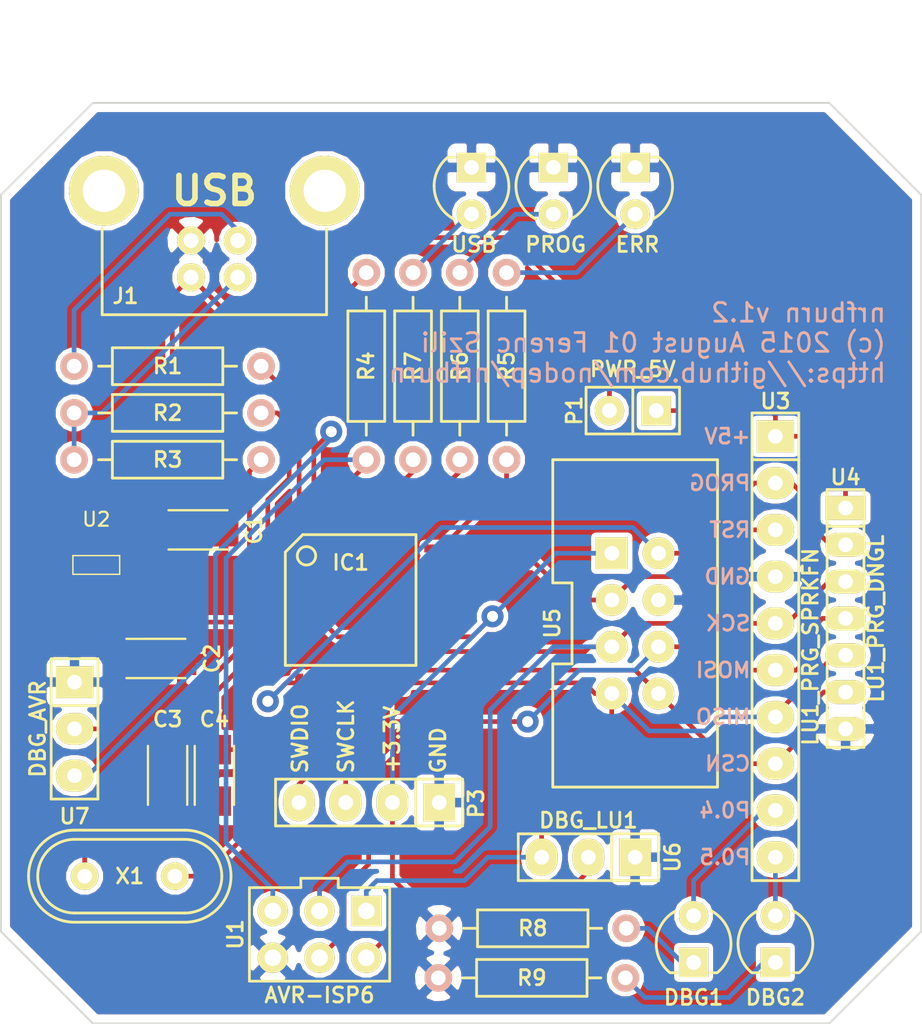
<source format=kicad_pcb>
(kicad_pcb (version 4) (host pcbnew "(2015-05-08 BZR 5647)-product")

  (general
    (links 81)
    (no_connects 0)
    (area 49.037876 94.157799 100.050001 150.050001)
    (thickness 1.6)
    (drawings 23)
    (tracks 234)
    (zones 0)
    (modules 30)
    (nets 32)
  )

  (page A4)
  (layers
    (0 F.Cu signal)
    (31 B.Cu signal)
    (32 B.Adhes user)
    (33 F.Adhes user)
    (34 B.Paste user)
    (35 F.Paste user)
    (36 B.SilkS user)
    (37 F.SilkS user)
    (38 B.Mask user)
    (39 F.Mask user)
    (40 Dwgs.User user hide)
    (41 Cmts.User user)
    (42 Eco1.User user)
    (43 Eco2.User user)
    (44 Edge.Cuts user)
    (45 Margin user)
    (46 B.CrtYd user)
    (47 F.CrtYd user)
    (48 B.Fab user)
    (49 F.Fab user)
  )

  (setup
    (last_trace_width 0.254)
    (trace_clearance 0.254)
    (zone_clearance 0.254)
    (zone_45_only no)
    (trace_min 0.2)
    (segment_width 0.2)
    (edge_width 0.1)
    (via_size 1.2)
    (via_drill 0.6)
    (via_min_size 0.4)
    (via_min_drill 0.3)
    (uvia_size 0.3)
    (uvia_drill 0.1)
    (uvias_allowed no)
    (uvia_min_size 0.2)
    (uvia_min_drill 0.1)
    (pcb_text_width 0.3)
    (pcb_text_size 1.5 1.5)
    (mod_edge_width 0.15)
    (mod_text_size 1 1)
    (mod_text_width 0.15)
    (pad_size 1.5 1.5)
    (pad_drill 0.6)
    (pad_to_mask_clearance 0)
    (aux_axis_origin 0 0)
    (visible_elements 7FFFFFFF)
    (pcbplotparams
      (layerselection 0x010f0_80000001)
      (usegerberextensions true)
      (excludeedgelayer true)
      (linewidth 0.100000)
      (plotframeref false)
      (viasonmask false)
      (mode 1)
      (useauxorigin false)
      (hpglpennumber 1)
      (hpglpenspeed 20)
      (hpglpendiameter 15)
      (hpglpenoverlay 2)
      (psnegative false)
      (psa4output false)
      (plotreference true)
      (plotvalue true)
      (plotinvisibletext false)
      (padsonsilk false)
      (subtractmaskfromsilk false)
      (outputformat 1)
      (mirror false)
      (drillshape 0)
      (scaleselection 1)
      (outputdirectory ./gerber))
  )

  (net 0 "")
  (net 1 +5V)
  (net 2 GND)
  (net 3 +3.3V)
  (net 4 "Net-(C3-Pad2)")
  (net 5 "Net-(C4-Pad2)")
  (net 6 "Net-(D1-Pad1)")
  (net 7 "Net-(D2-Pad1)")
  (net 8 "Net-(D3-Pad1)")
  (net 9 /D-)
  (net 10 /DPU)
  (net 11 /PROG)
  (net 12 /SWDIO)
  (net 13 /SWCLK)
  (net 14 /CSN)
  (net 15 /MOSI)
  (net 16 /MISO)
  (net 17 /SCK)
  (net 18 /TGT_RST)
  (net 19 /AVR_TX)
  (net 20 /D+)
  (net 21 "Net-(J1-Pad2)")
  (net 22 "Net-(J1-Pad3)")
  (net 23 "Net-(P1-Pad1)")
  (net 24 /AVR_RST)
  (net 25 "Net-(IC1-Pad24)")
  (net 26 "Net-(IC1-Pad25)")
  (net 27 "Net-(IC1-Pad26)")
  (net 28 /DBG1)
  (net 29 "Net-(D4-Pad2)")
  (net 30 /DBG2)
  (net 31 "Net-(D5-Pad2)")

  (net_class Default "This is the default net class."
    (clearance 0.254)
    (trace_width 0.254)
    (via_dia 1.2)
    (via_drill 0.6)
    (uvia_dia 0.3)
    (uvia_drill 0.1)
    (add_net +3.3V)
    (add_net +5V)
    (add_net /AVR_RST)
    (add_net /AVR_TX)
    (add_net /CSN)
    (add_net /D+)
    (add_net /D-)
    (add_net /DBG1)
    (add_net /DBG2)
    (add_net /DPU)
    (add_net /MISO)
    (add_net /MOSI)
    (add_net /PROG)
    (add_net /SCK)
    (add_net /SWCLK)
    (add_net /SWDIO)
    (add_net /TGT_RST)
    (add_net GND)
    (add_net "Net-(C3-Pad2)")
    (add_net "Net-(C4-Pad2)")
    (add_net "Net-(D1-Pad1)")
    (add_net "Net-(D2-Pad1)")
    (add_net "Net-(D3-Pad1)")
    (add_net "Net-(D4-Pad2)")
    (add_net "Net-(D5-Pad2)")
    (add_net "Net-(IC1-Pad24)")
    (add_net "Net-(IC1-Pad25)")
    (add_net "Net-(IC1-Pad26)")
    (add_net "Net-(J1-Pad2)")
    (add_net "Net-(J1-Pad3)")
    (add_net "Net-(P1-Pad1)")
  )

  (module nrfburn:TQFP32 (layer F.Cu) (tedit 556F6887) (tstamp 556EE9FE)
    (at 69 127)
    (path /556DAF54)
    (fp_text reference IC1 (at 0 -2.032) (layer F.SilkS)
      (effects (font (size 0.8128 0.8128) (thickness 0.1524)))
    )
    (fp_text value ATMEGA88PA-A (at -1.69 2.794) (layer Dwgs.User)
      (effects (font (size 0.8128 0.8128) (thickness 0.1524)))
    )
    (fp_line (start -3.55 -2.6) (end -3.55 3.55) (layer F.SilkS) (width 0.1524))
    (fp_line (start -2.6 -3.55) (end 3.55 -3.55) (layer F.SilkS) (width 0.1524))
    (fp_line (start 3.55 3.55) (end 3.55 -3.55) (layer F.SilkS) (width 0.1524))
    (fp_line (start -3.55 3.55) (end 3.55 3.55) (layer F.SilkS) (width 0.1524))
    (fp_line (start -2.6 -3.55) (end -3.55 -2.6) (layer F.SilkS) (width 0.1524))
    (fp_circle (center -2.4 -2.4) (end -2.4 -1.9) (layer F.SilkS) (width 0.1524))
    (pad 1 smd rect (at -4.5 -2.8) (size 1 0.43) (layers F.Cu F.Paste F.Mask)
      (net 9 /D-))
    (pad 2 smd rect (at -4.5 -2) (size 1 0.43) (layers F.Cu F.Paste F.Mask)
      (net 10 /DPU))
    (pad 3 smd rect (at -4.5 -1.2) (size 1 0.43) (layers F.Cu F.Paste F.Mask)
      (net 2 GND))
    (pad 4 smd rect (at -4.5 -0.4) (size 1 0.43) (layers F.Cu F.Paste F.Mask)
      (net 3 +3.3V))
    (pad 5 smd rect (at -4.5 0.4) (size 1 0.43) (layers F.Cu F.Paste F.Mask)
      (net 2 GND))
    (pad 6 smd rect (at -4.5 1.2) (size 1 0.43) (layers F.Cu F.Paste F.Mask)
      (net 3 +3.3V))
    (pad 7 smd rect (at -4.5 2) (size 1 0.43) (layers F.Cu F.Paste F.Mask)
      (net 4 "Net-(C3-Pad2)"))
    (pad 8 smd rect (at -4.5 2.8) (size 1 0.43) (layers F.Cu F.Paste F.Mask)
      (net 5 "Net-(C4-Pad2)"))
    (pad 9 smd rect (at -2.8 4.5) (size 0.43 1) (layers F.Cu F.Paste F.Mask)
      (net 11 /PROG))
    (pad 10 smd rect (at -2 4.5) (size 0.43 1) (layers F.Cu F.Paste F.Mask))
    (pad 11 smd rect (at -1.2 4.5) (size 0.43 1) (layers F.Cu F.Paste F.Mask))
    (pad 12 smd rect (at -0.4 4.5) (size 0.43 1) (layers F.Cu F.Paste F.Mask)
      (net 12 /SWDIO))
    (pad 13 smd rect (at 0.4 4.5) (size 0.43 1) (layers F.Cu F.Paste F.Mask)
      (net 13 /SWCLK))
    (pad 14 smd rect (at 1.2 4.5) (size 0.43 1) (layers F.Cu F.Paste F.Mask)
      (net 14 /CSN))
    (pad 15 smd rect (at 2 4.5) (size 0.43 1) (layers F.Cu F.Paste F.Mask)
      (net 15 /MOSI))
    (pad 16 smd rect (at 2.8 4.5) (size 0.43 1) (layers F.Cu F.Paste F.Mask)
      (net 16 /MISO))
    (pad 17 smd rect (at 4.5 2.8) (size 1 0.43) (layers F.Cu F.Paste F.Mask)
      (net 17 /SCK))
    (pad 18 smd rect (at 4.5 2) (size 1 0.43) (layers F.Cu F.Paste F.Mask)
      (net 3 +3.3V))
    (pad 19 smd rect (at 4.5 1.2) (size 1 0.43) (layers F.Cu F.Paste F.Mask))
    (pad 20 smd rect (at 4.5 0.4) (size 1 0.43) (layers F.Cu F.Paste F.Mask))
    (pad 21 smd rect (at 4.5 -0.4) (size 1 0.43) (layers F.Cu F.Paste F.Mask)
      (net 2 GND))
    (pad 22 smd rect (at 4.5 -1.2) (size 1 0.43) (layers F.Cu F.Paste F.Mask))
    (pad 23 smd rect (at 4.5 -2) (size 1 0.43) (layers F.Cu F.Paste F.Mask)
      (net 18 /TGT_RST))
    (pad 24 smd rect (at 4.5 -2.8) (size 1 0.43) (layers F.Cu F.Paste F.Mask)
      (net 25 "Net-(IC1-Pad24)"))
    (pad 25 smd rect (at 2.8 -4.5) (size 0.43 1) (layers F.Cu F.Paste F.Mask)
      (net 26 "Net-(IC1-Pad25)"))
    (pad 26 smd rect (at 2 -4.5) (size 0.43 1) (layers F.Cu F.Paste F.Mask)
      (net 27 "Net-(IC1-Pad26)"))
    (pad 27 smd rect (at 1.2 -4.5) (size 0.43 1) (layers F.Cu F.Paste F.Mask))
    (pad 28 smd rect (at 0.4 -4.5) (size 0.43 1) (layers F.Cu F.Paste F.Mask))
    (pad 29 smd rect (at -0.4 -4.5) (size 0.43 1) (layers F.Cu F.Paste F.Mask)
      (net 24 /AVR_RST))
    (pad 30 smd rect (at -1.2 -4.5) (size 0.43 1) (layers F.Cu F.Paste F.Mask))
    (pad 31 smd rect (at -2 -4.5) (size 0.43 1) (layers F.Cu F.Paste F.Mask)
      (net 19 /AVR_TX))
    (pad 32 smd rect (at -2.8 -4.5) (size 0.43 1) (layers F.Cu F.Paste F.Mask)
      (net 20 /D+))
    (model smd/tqfp32.wrl
      (at (xyz 0 0 0))
      (scale (xyz 1 1 1))
      (rotate (xyz 0 0 0))
    )
  )

  (module nrfburn:AVR_ISP6 (layer F.Cu) (tedit 55755A44) (tstamp 556EEA9B)
    (at 67.31 145.161 270)
    (path /556EB488)
    (fp_text reference U1 (at 0 4.572 270) (layer F.SilkS)
      (effects (font (size 0.8128 0.8128) (thickness 0.1524)))
    )
    (fp_text value AVR-ISP6 (at 3.302 0 360) (layer F.SilkS)
      (effects (font (size 0.8128 0.8128) (thickness 0.1524)))
    )
    (fp_line (start -2.54 -3.81) (end 2.54 -3.81) (layer F.SilkS) (width 0.15))
    (fp_line (start 2.54 -3.81) (end 2.54 3.81) (layer F.SilkS) (width 0.15))
    (fp_line (start 2.54 3.81) (end -2.54 3.81) (layer F.SilkS) (width 0.15))
    (fp_line (start -2.54 3.81) (end -2.54 1.016) (layer F.SilkS) (width 0.15))
    (fp_line (start -2.54 1.016) (end -3.048 1.016) (layer F.SilkS) (width 0.15))
    (fp_line (start -3.048 1.016) (end -3.048 -1.016) (layer F.SilkS) (width 0.15))
    (fp_line (start -3.048 -1.016) (end -2.54 -1.016) (layer F.SilkS) (width 0.15))
    (fp_line (start -2.54 -1.016) (end -2.54 -3.81) (layer F.SilkS) (width 0.15))
    (pad 3 thru_hole circle (at -1.27 0 270) (size 1.65 1.65) (drill 0.9) (layers *.Cu *.Mask F.SilkS)
      (net 17 /SCK))
    (pad 1 thru_hole rect (at -1.27 -2.54 270) (size 1.65 1.65) (drill 0.9) (layers *.Cu *.Mask F.SilkS)
      (net 16 /MISO))
    (pad 2 thru_hole circle (at 1.27 -2.54 270) (size 1.65 1.65) (drill 0.9) (layers *.Cu *.Mask F.SilkS)
      (net 3 +3.3V))
    (pad 4 thru_hole circle (at 1.27 0 270) (size 1.65 1.65) (drill 0.9) (layers *.Cu *.Mask F.SilkS)
      (net 15 /MOSI))
    (pad 6 thru_hole circle (at 1.27 2.54 270) (size 1.65 1.65) (drill 0.9) (layers *.Cu *.Mask F.SilkS)
      (net 2 GND))
    (pad 5 thru_hole circle (at -1.27 2.54 270) (size 1.65 1.65) (drill 0.9) (layers *.Cu *.Mask F.SilkS)
      (net 24 /AVR_RST))
  )

  (module nrfburn:Pin_Header_Straight_1x03 (layer F.Cu) (tedit 55756192) (tstamp 556EEB00)
    (at 81.915 140.97 180)
    (descr "1 pin")
    (tags "CONN DEV")
    (path /556EF41F)
    (fp_text reference U6 (at -4.572 0 270) (layer F.SilkS)
      (effects (font (size 0.8128 0.8128) (thickness 0.1524)))
    )
    (fp_text value DBG_LU1 (at 0 2 180) (layer F.SilkS)
      (effects (font (size 0.8128 0.8128) (thickness 0.1524)))
    )
    (fp_line (start -1.27 1.27) (end 3.81 1.27) (layer F.SilkS) (width 0.1524))
    (fp_line (start 3.81 1.27) (end 3.81 -1.27) (layer F.SilkS) (width 0.1524))
    (fp_line (start 3.81 -1.27) (end -1.27 -1.27) (layer F.SilkS) (width 0.1524))
    (fp_line (start -3.81 -1.27) (end -1.27 -1.27) (layer F.SilkS) (width 0.1524))
    (fp_line (start -1.27 -1.27) (end -1.27 1.27) (layer F.SilkS) (width 0.1524))
    (fp_line (start -3.81 -1.27) (end -3.81 1.27) (layer F.SilkS) (width 0.1524))
    (fp_line (start -3.81 1.27) (end -1.27 1.27) (layer F.SilkS) (width 0.1524))
    (pad 1 thru_hole rect (at -2.54 0 180) (size 1.7272 2.032) (drill 0.8) (layers *.Cu *.Mask F.SilkS)
      (net 2 GND))
    (pad 2 thru_hole oval (at 0 0 180) (size 1.7272 2.032) (drill 0.8) (layers *.Cu *.Mask F.SilkS)
      (net 3 +3.3V))
    (pad 3 thru_hole oval (at 2.54 0 180) (size 1.7272 2.032) (drill 0.8) (layers *.Cu *.Mask F.SilkS)
      (net 16 /MISO))
    (model Pin_Headers/Pin_Header_Straight_1x03.wrl
      (at (xyz 0 0 0))
      (scale (xyz 1 1 1))
      (rotate (xyz 0 0 0))
    )
  )

  (module nrfburn:Crystal_HC49-U_Vertical (layer F.Cu) (tedit 556EF028) (tstamp 556EEB12)
    (at 57 142)
    (descr "Crystal, Quarz, HC49/U, vertical, stehend,")
    (tags "Crystal, Quarz, HC49/U, vertical, stehend,")
    (path /556DA94B)
    (fp_text reference X1 (at 0 0) (layer F.SilkS)
      (effects (font (size 0.8128 0.8128) (thickness 0.1524)))
    )
    (fp_text value 12MHz (at 0 1.25) (layer Dwgs.User) hide
      (effects (font (size 0.8128 0.8128) (thickness 0.1524)))
    )
    (fp_line (start -3 2) (end 3 2) (layer F.SilkS) (width 0.1524))
    (fp_line (start 3 -2) (end -3 -2) (layer F.SilkS) (width 0.1524))
    (fp_arc (start 3 0) (end 5 0) (angle 90) (layer F.SilkS) (width 0.1524))
    (fp_arc (start 3 0) (end 3 -2) (angle 90) (layer F.SilkS) (width 0.1524))
    (fp_arc (start -3 0) (end -3 2) (angle 90) (layer F.SilkS) (width 0.1524))
    (fp_arc (start -3 0) (end -5 0) (angle 90) (layer F.SilkS) (width 0.1524))
    (fp_line (start 3 2.5) (end -3 2.5) (layer F.SilkS) (width 0.1524))
    (fp_line (start -3 -2.5) (end 3 -2.5) (layer F.SilkS) (width 0.1524))
    (fp_arc (start 3 0) (end 5.5 0) (angle 90) (layer F.SilkS) (width 0.1524))
    (fp_arc (start 3 0) (end 3 -2.5) (angle 90) (layer F.SilkS) (width 0.1524))
    (fp_arc (start -3 0) (end -3 2.5) (angle 90) (layer F.SilkS) (width 0.1524))
    (fp_arc (start -3 0) (end -5.5 0) (angle 90) (layer F.SilkS) (width 0.1524))
    (pad 1 thru_hole circle (at -2.45 0) (size 1.50114 1.50114) (drill 0.8) (layers *.Cu *.Mask F.SilkS)
      (net 4 "Net-(C3-Pad2)"))
    (pad 2 thru_hole circle (at 2.45 0) (size 1.50114 1.50114) (drill 0.8) (layers *.Cu *.Mask F.SilkS)
      (net 5 "Net-(C4-Pad2)"))
  )

  (module nrfburn:Pin_Header_Straight_1x03 (layer F.Cu) (tedit 55755B09) (tstamp 556EF722)
    (at 54 134 270)
    (descr "1 pin")
    (tags "CONN DEV")
    (path /556F16EC)
    (fp_text reference U7 (at 4.75 0 360) (layer F.SilkS)
      (effects (font (size 0.8128 0.8128) (thickness 0.1524)))
    )
    (fp_text value DBG_AVR (at 0 2 270) (layer F.SilkS)
      (effects (font (size 0.8128 0.8128) (thickness 0.1524)))
    )
    (fp_line (start -1.27 1.27) (end 3.81 1.27) (layer F.SilkS) (width 0.1524))
    (fp_line (start 3.81 1.27) (end 3.81 -1.27) (layer F.SilkS) (width 0.1524))
    (fp_line (start 3.81 -1.27) (end -1.27 -1.27) (layer F.SilkS) (width 0.1524))
    (fp_line (start -3.81 -1.27) (end -1.27 -1.27) (layer F.SilkS) (width 0.1524))
    (fp_line (start -1.27 -1.27) (end -1.27 1.27) (layer F.SilkS) (width 0.1524))
    (fp_line (start -3.81 -1.27) (end -3.81 1.27) (layer F.SilkS) (width 0.1524))
    (fp_line (start -3.81 1.27) (end -1.27 1.27) (layer F.SilkS) (width 0.1524))
    (pad 1 thru_hole rect (at -2.54 0 270) (size 1.7272 2.032) (drill 0.8) (layers *.Cu *.Mask F.SilkS)
      (net 2 GND))
    (pad 2 thru_hole oval (at 0 0 270) (size 1.7272 2.032) (drill 0.8) (layers *.Cu *.Mask F.SilkS)
      (net 3 +3.3V))
    (pad 3 thru_hole oval (at 2.54 0 270) (size 1.7272 2.032) (drill 0.8) (layers *.Cu *.Mask F.SilkS)
      (net 19 /AVR_TX))
    (model Pin_Headers/Pin_Header_Straight_1x03.wrl
      (at (xyz 0 0 0))
      (scale (xyz 1 1 1))
      (rotate (xyz 0 0 0))
    )
  )

  (module nrfburn:USB_B (layer F.Cu) (tedit 556EF876) (tstamp 556EEA0C)
    (at 61.595 104.775 180)
    (tags USB)
    (path /556DB079)
    (fp_text reference J1 (at 4.826 -5.715 180) (layer F.SilkS)
      (effects (font (size 0.8128 0.8128) (thickness 0.1524)))
    )
    (fp_text value USB (at 0 0 180) (layer F.SilkS)
      (effects (font (thickness 0.3048)))
    )
    (fp_line (start 6.096 10.287) (end 6.096 -2.032) (layer Dwgs.User) (width 0.1524))
    (fp_line (start -6.096 10.287) (end -6.096 -2.032) (layer Dwgs.User) (width 0.1524))
    (fp_line (start 6.096 -6.731) (end 6.096 -2.032) (layer F.SilkS) (width 0.1524))
    (fp_line (start -6.096 -6.731) (end -6.096 -2.032) (layer F.SilkS) (width 0.1524))
    (fp_line (start -6.096 10.287) (end 6.096 10.287) (layer Dwgs.User) (width 0.1524))
    (fp_line (start 6.096 -6.731) (end -6.096 -6.731) (layer F.SilkS) (width 0.1524))
    (pad 1 thru_hole circle (at 1.27 -4.699 180) (size 1.524 1.524) (drill 0.8128) (layers *.Cu *.Mask F.SilkS)
      (net 1 +5V))
    (pad 2 thru_hole circle (at -1.27 -4.699 180) (size 1.524 1.524) (drill 0.8128) (layers *.Cu *.Mask F.SilkS)
      (net 21 "Net-(J1-Pad2)"))
    (pad 3 thru_hole circle (at -1.27 -2.70002 180) (size 1.524 1.524) (drill 0.8128) (layers *.Cu *.Mask F.SilkS)
      (net 22 "Net-(J1-Pad3)"))
    (pad 4 thru_hole circle (at 1.27 -2.70002 180) (size 1.524 1.524) (drill 0.8128) (layers *.Cu *.Mask F.SilkS)
      (net 2 GND))
    (pad 5 thru_hole circle (at 5.99948 0 180) (size 3.8 3.8) (drill 2.3) (layers *.Cu *.Mask F.SilkS))
    (pad 6 thru_hole circle (at -5.99948 0 180) (size 3.8 3.8) (drill 2.3) (layers *.Cu *.Mask F.SilkS))
    (model Connectors/USB_type_B.wrl
      (at (xyz 0 0 0.001))
      (scale (xyz 0.3937 0.3937 0.3937))
      (rotate (xyz 0 0 0))
    )
  )

  (module nrfburn:Pin_Header_Straight_1x02 (layer F.Cu) (tedit 557560B1) (tstamp 556EEA18)
    (at 84.328 116.713 180)
    (descr "1 pin")
    (tags "CONN DEV")
    (path /5571856D)
    (fp_text reference P1 (at 3.175 0 270) (layer F.SilkS)
      (effects (font (size 0.8128 0.8128) (thickness 0.1524)))
    )
    (fp_text value PWR_5V (at 0 2.25 180) (layer F.SilkS)
      (effects (font (size 0.8128 0.8128) (thickness 0.1524)))
    )
    (fp_line (start 0 -1.27) (end 0 1.27) (layer F.SilkS) (width 0.1524))
    (fp_line (start -2.54 -1.27) (end -2.54 1.27) (layer F.SilkS) (width 0.1524))
    (fp_line (start -2.54 1.27) (end 0 1.27) (layer F.SilkS) (width 0.1524))
    (fp_line (start 0 1.27) (end 2.54 1.27) (layer F.SilkS) (width 0.1524))
    (fp_line (start 2.54 1.27) (end 2.54 -1.27) (layer F.SilkS) (width 0.1524))
    (fp_line (start 2.54 -1.27) (end -2.54 -1.27) (layer F.SilkS) (width 0.1524))
    (pad 1 thru_hole rect (at -1.27 0 180) (size 1.6 1.6) (drill 0.8) (layers *.Cu *.Mask F.SilkS)
      (net 23 "Net-(P1-Pad1)"))
    (pad 2 thru_hole circle (at 1.27 0 180) (size 1.6 1.6) (drill 0.8) (layers *.Cu *.Mask F.SilkS)
      (net 1 +5V))
    (model Pin_Headers/Pin_Header_Straight_1x02.wrl
      (at (xyz 0 0 0))
      (scale (xyz 1 1 1))
      (rotate (xyz 0 0 0))
    )
  )

  (module nrfburn:LU1_PRG_DONGLE (layer F.Cu) (tedit 55BD0A04) (tstamp 556EEADE)
    (at 95.885 127)
    (path /556EC793)
    (fp_text reference U4 (at 0 -6.6675) (layer F.SilkS)
      (effects (font (size 0.8128 0.8128) (thickness 0.1524)))
    )
    (fp_text value LU1_PRG_DNGL (at 1.651 1.016 90) (layer F.SilkS)
      (effects (font (size 0.8128 0.8128) (thickness 0.1524)))
    )
    (fp_line (start -1 -4) (end 1 -4) (layer F.SilkS) (width 0.1524))
    (fp_line (start -1 -6) (end 1 -6) (layer F.SilkS) (width 0.1524))
    (fp_line (start 1 -6) (end 1 8) (layer F.SilkS) (width 0.1524))
    (fp_line (start 1 8) (end -1 8) (layer F.SilkS) (width 0.1524))
    (fp_line (start -1 8) (end -1 -6) (layer F.SilkS) (width 0.1524))
    (pad 1 thru_hole rect (at 0 -5) (size 2.2 1.3) (drill 0.8) (layers *.Cu *.Mask F.SilkS)
      (net 23 "Net-(P1-Pad1)"))
    (pad 2 thru_hole oval (at 0 -3) (size 2.2 1.3) (drill 0.8) (layers *.Cu *.Mask F.SilkS)
      (net 11 /PROG))
    (pad 3 thru_hole oval (at 0 -1) (size 2.2 1.3) (drill 0.8) (layers *.Cu *.Mask F.SilkS)
      (net 17 /SCK))
    (pad 4 thru_hole oval (at 0 1) (size 2.2 1.3) (drill 0.8) (layers *.Cu *.Mask F.SilkS)
      (net 15 /MOSI))
    (pad 5 thru_hole oval (at 0 3) (size 2.2 1.3) (drill 0.8) (layers *.Cu *.Mask F.SilkS)
      (net 16 /MISO))
    (pad 6 thru_hole oval (at 0 5) (size 2.2 1.3) (drill 0.8) (layers *.Cu *.Mask F.SilkS)
      (net 14 /CSN))
    (pad 7 thru_hole oval (at 0 7) (size 2.2 1.3) (drill 0.8) (layers *.Cu *.Mask F.SilkS)
      (net 2 GND))
  )

  (module nrfburn:c_1206 (layer F.Cu) (tedit 556F6993) (tstamp 556EE971)
    (at 60.706 123.19 180)
    (descr "SMT capacitor, 1206")
    (path /556DC002)
    (fp_text reference C1 (at -3.048 0 270) (layer F.SilkS)
      (effects (font (size 0.8128 0.8128) (thickness 0.1524)))
    )
    (fp_text value 1uF (at 3.048 0 270) (layer F.SilkS) hide
      (effects (font (size 0.8128 0.8128) (thickness 0.1524)))
    )
    (fp_line (start -1.6002 1.0668) (end 1.6002 1.0668) (layer F.SilkS) (width 0.127))
    (fp_line (start 1.6002 -1.0668) (end -1.6002 -1.0668) (layer F.SilkS) (width 0.127))
    (pad 1 smd rect (at 1.397 0 180) (size 1.6002 1.8034) (layers F.Cu F.Paste F.Mask)
      (net 1 +5V))
    (pad 2 smd rect (at -1.397 0 180) (size 1.6002 1.8034) (layers F.Cu F.Paste F.Mask)
      (net 2 GND))
    (model smd/capacitors/c_1206.wrl
      (at (xyz 0 0 0))
      (scale (xyz 1 1 1))
      (rotate (xyz 0 0 0))
    )
  )

  (module nrfburn:c_1206 (layer F.Cu) (tedit 556F6993) (tstamp 556EE979)
    (at 58.42 130.175 180)
    (descr "SMT capacitor, 1206")
    (path /556DC240)
    (fp_text reference C2 (at -3.048 0 270) (layer F.SilkS)
      (effects (font (size 0.8128 0.8128) (thickness 0.1524)))
    )
    (fp_text value 1uF (at 3.048 0 270) (layer F.SilkS) hide
      (effects (font (size 0.8128 0.8128) (thickness 0.1524)))
    )
    (fp_line (start -1.6002 1.0668) (end 1.6002 1.0668) (layer F.SilkS) (width 0.127))
    (fp_line (start 1.6002 -1.0668) (end -1.6002 -1.0668) (layer F.SilkS) (width 0.127))
    (pad 1 smd rect (at 1.397 0 180) (size 1.6002 1.8034) (layers F.Cu F.Paste F.Mask)
      (net 3 +3.3V))
    (pad 2 smd rect (at -1.397 0 180) (size 1.6002 1.8034) (layers F.Cu F.Paste F.Mask)
      (net 2 GND))
    (model smd/capacitors/c_1206.wrl
      (at (xyz 0 0 0))
      (scale (xyz 1 1 1))
      (rotate (xyz 0 0 0))
    )
  )

  (module nrfburn:c_1206 (layer F.Cu) (tedit 556F6993) (tstamp 556EE981)
    (at 59.055 136.525 270)
    (descr "SMT capacitor, 1206")
    (path /556DB37A)
    (fp_text reference C3 (at -3.048 0 360) (layer F.SilkS)
      (effects (font (size 0.8128 0.8128) (thickness 0.1524)))
    )
    (fp_text value 18pF (at 3.048 0 360) (layer F.SilkS) hide
      (effects (font (size 0.8128 0.8128) (thickness 0.1524)))
    )
    (fp_line (start -1.6002 1.0668) (end 1.6002 1.0668) (layer F.SilkS) (width 0.127))
    (fp_line (start 1.6002 -1.0668) (end -1.6002 -1.0668) (layer F.SilkS) (width 0.127))
    (pad 1 smd rect (at 1.397 0 270) (size 1.6002 1.8034) (layers F.Cu F.Paste F.Mask)
      (net 2 GND))
    (pad 2 smd rect (at -1.397 0 270) (size 1.6002 1.8034) (layers F.Cu F.Paste F.Mask)
      (net 4 "Net-(C3-Pad2)"))
    (model smd/capacitors/c_1206.wrl
      (at (xyz 0 0 0))
      (scale (xyz 1 1 1))
      (rotate (xyz 0 0 0))
    )
  )

  (module nrfburn:c_1206 (layer F.Cu) (tedit 556F6993) (tstamp 556EE989)
    (at 61.595 136.525 270)
    (descr "SMT capacitor, 1206")
    (path /556DB3B9)
    (fp_text reference C4 (at -3.048 0 360) (layer F.SilkS)
      (effects (font (size 0.8128 0.8128) (thickness 0.1524)))
    )
    (fp_text value 18pF (at 3.048 0 360) (layer F.SilkS) hide
      (effects (font (size 0.8128 0.8128) (thickness 0.1524)))
    )
    (fp_line (start -1.6002 1.0668) (end 1.6002 1.0668) (layer F.SilkS) (width 0.127))
    (fp_line (start 1.6002 -1.0668) (end -1.6002 -1.0668) (layer F.SilkS) (width 0.127))
    (pad 1 smd rect (at 1.397 0 270) (size 1.6002 1.8034) (layers F.Cu F.Paste F.Mask)
      (net 2 GND))
    (pad 2 smd rect (at -1.397 0 270) (size 1.6002 1.8034) (layers F.Cu F.Paste F.Mask)
      (net 5 "Net-(C4-Pad2)"))
    (model smd/capacitors/c_1206.wrl
      (at (xyz 0 0 0))
      (scale (xyz 1 1 1))
      (rotate (xyz 0 0 0))
    )
  )

  (module nrfburn:LED-3MM (layer F.Cu) (tedit 55718265) (tstamp 5571801E)
    (at 92.075 145.415 270)
    (descr "LED 3mm - Lead pitch 100mil (2,54mm)")
    (tags "LED led 3mm 3MM 100mil 2,54mm")
    (path /557187D4)
    (fp_text reference D5 (at 0 0 360) (layer Dwgs.User)
      (effects (font (size 0.8128 0.8128) (thickness 0.1524)))
    )
    (fp_text value DBG2 (at 3.175 0 360) (layer F.SilkS)
      (effects (font (size 0.8128 0.8128) (thickness 0.1524)))
    )
    (fp_line (start 1.8288 -1.27) (end 1.8288 -0.889) (layer F.SilkS) (width 0.1524))
    (fp_line (start 1.8288 1.27) (end 1.8288 0.889) (layer F.SilkS) (width 0.1524))
    (fp_arc (start 0.254 0) (end 0.254 -2.032) (angle 50.1) (layer F.SilkS) (width 0.1524))
    (fp_arc (start 0.254 0) (end -1.5367 -0.95504) (angle 61.9) (layer F.SilkS) (width 0.1524))
    (fp_arc (start 0.254 0) (end 1.8034 1.31064) (angle 49.7) (layer F.SilkS) (width 0.1524))
    (fp_arc (start 0.254 0) (end 0.254 2.032) (angle 60.2) (layer F.SilkS) (width 0.1524))
    (pad 1 thru_hole circle (at -1.27 0 270) (size 1.6 1.6) (drill 0.8) (layers *.Cu *.Mask F.SilkS)
      (net 30 /DBG2))
    (pad 2 thru_hole rect (at 1.27 0 270) (size 1.6 1.6) (drill 0.8) (layers *.Cu *.Mask F.SilkS)
      (net 31 "Net-(D5-Pad2)"))
    (model discret/leds/led3_vertical_verde.wrl
      (at (xyz 0 0 0))
      (scale (xyz 1 1 1))
      (rotate (xyz 0 0 0))
    )
  )

  (module nrfburn:LED-3MM (layer F.Cu) (tedit 55718262) (tstamp 55718018)
    (at 87.63 145.415 270)
    (descr "LED 3mm - Lead pitch 100mil (2,54mm)")
    (tags "LED led 3mm 3MM 100mil 2,54mm")
    (path /5571865C)
    (fp_text reference D4 (at 0 0 360) (layer Dwgs.User)
      (effects (font (size 0.8128 0.8128) (thickness 0.1524)))
    )
    (fp_text value DBG1 (at 3.175 0 360) (layer F.SilkS)
      (effects (font (size 0.8128 0.8128) (thickness 0.1524)))
    )
    (fp_line (start 1.8288 -1.27) (end 1.8288 -0.889) (layer F.SilkS) (width 0.1524))
    (fp_line (start 1.8288 1.27) (end 1.8288 0.889) (layer F.SilkS) (width 0.1524))
    (fp_arc (start 0.254 0) (end 0.254 -2.032) (angle 50.1) (layer F.SilkS) (width 0.1524))
    (fp_arc (start 0.254 0) (end -1.5367 -0.95504) (angle 61.9) (layer F.SilkS) (width 0.1524))
    (fp_arc (start 0.254 0) (end 1.8034 1.31064) (angle 49.7) (layer F.SilkS) (width 0.1524))
    (fp_arc (start 0.254 0) (end 0.254 2.032) (angle 60.2) (layer F.SilkS) (width 0.1524))
    (pad 1 thru_hole circle (at -1.27 0 270) (size 1.6 1.6) (drill 0.8) (layers *.Cu *.Mask F.SilkS)
      (net 28 /DBG1))
    (pad 2 thru_hole rect (at 1.27 0 270) (size 1.6 1.6) (drill 0.8) (layers *.Cu *.Mask F.SilkS)
      (net 29 "Net-(D4-Pad2)"))
    (model discret/leds/led3_vertical_verde.wrl
      (at (xyz 0 0 0))
      (scale (xyz 1 1 1))
      (rotate (xyz 0 0 0))
    )
  )

  (module nrfburn:LED-3MM (layer F.Cu) (tedit 557181CC) (tstamp 556EE9A2)
    (at 80.01 104.775 90)
    (descr "LED 3mm - Lead pitch 100mil (2,54mm)")
    (tags "LED led 3mm 3MM 100mil 2,54mm")
    (path /556DB8E5)
    (fp_text reference D1 (at 0 0 180) (layer Dwgs.User)
      (effects (font (size 0.8128 0.8128) (thickness 0.1524)))
    )
    (fp_text value PROG (at -2.921 0.127 180) (layer F.SilkS)
      (effects (font (size 0.8128 0.8128) (thickness 0.1524)))
    )
    (fp_line (start 1.8288 -1.27) (end 1.8288 -0.889) (layer F.SilkS) (width 0.1524))
    (fp_line (start 1.8288 1.27) (end 1.8288 0.889) (layer F.SilkS) (width 0.1524))
    (fp_arc (start 0.254 0) (end 0.254 -2.032) (angle 50.1) (layer F.SilkS) (width 0.1524))
    (fp_arc (start 0.254 0) (end -1.5367 -0.95504) (angle 61.9) (layer F.SilkS) (width 0.1524))
    (fp_arc (start 0.254 0) (end 1.8034 1.31064) (angle 49.7) (layer F.SilkS) (width 0.1524))
    (fp_arc (start 0.254 0) (end 0.254 2.032) (angle 60.2) (layer F.SilkS) (width 0.1524))
    (pad 1 thru_hole circle (at -1.27 0 90) (size 1.6 1.6) (drill 0.8) (layers *.Cu *.Mask F.SilkS)
      (net 6 "Net-(D1-Pad1)"))
    (pad 2 thru_hole rect (at 1.27 0 90) (size 1.6 1.6) (drill 0.8) (layers *.Cu *.Mask F.SilkS)
      (net 2 GND))
    (model discret/leds/led3_vertical_verde.wrl
      (at (xyz 0 0 0))
      (scale (xyz 1 1 1))
      (rotate (xyz 0 0 0))
    )
  )

  (module nrfburn:LED-3MM (layer F.Cu) (tedit 557181CC) (tstamp 556EE9D4)
    (at 75.565 104.775 90)
    (descr "LED 3mm - Lead pitch 100mil (2,54mm)")
    (tags "LED led 3mm 3MM 100mil 2,54mm")
    (path /556DB909)
    (fp_text reference D3 (at 0 0 180) (layer Dwgs.User)
      (effects (font (size 0.8128 0.8128) (thickness 0.1524)))
    )
    (fp_text value USB (at -2.921 0.127 180) (layer F.SilkS)
      (effects (font (size 0.8128 0.8128) (thickness 0.1524)))
    )
    (fp_line (start 1.8288 -1.27) (end 1.8288 -0.889) (layer F.SilkS) (width 0.1524))
    (fp_line (start 1.8288 1.27) (end 1.8288 0.889) (layer F.SilkS) (width 0.1524))
    (fp_arc (start 0.254 0) (end 0.254 -2.032) (angle 50.1) (layer F.SilkS) (width 0.1524))
    (fp_arc (start 0.254 0) (end -1.5367 -0.95504) (angle 61.9) (layer F.SilkS) (width 0.1524))
    (fp_arc (start 0.254 0) (end 1.8034 1.31064) (angle 49.7) (layer F.SilkS) (width 0.1524))
    (fp_arc (start 0.254 0) (end 0.254 2.032) (angle 60.2) (layer F.SilkS) (width 0.1524))
    (pad 1 thru_hole circle (at -1.27 0 90) (size 1.6 1.6) (drill 0.8) (layers *.Cu *.Mask F.SilkS)
      (net 8 "Net-(D3-Pad1)"))
    (pad 2 thru_hole rect (at 1.27 0 90) (size 1.6 1.6) (drill 0.8) (layers *.Cu *.Mask F.SilkS)
      (net 2 GND))
    (model discret/leds/led3_vertical_verde.wrl
      (at (xyz 0 0 0))
      (scale (xyz 1 1 1))
      (rotate (xyz 0 0 0))
    )
  )

  (module nrfburn:LED-3MM (layer F.Cu) (tedit 557181CC) (tstamp 556EE9BB)
    (at 84.455 104.775 90)
    (descr "LED 3mm - Lead pitch 100mil (2,54mm)")
    (tags "LED led 3mm 3MM 100mil 2,54mm")
    (path /556DB83A)
    (fp_text reference D2 (at 0 0 180) (layer Dwgs.User)
      (effects (font (size 0.8128 0.8128) (thickness 0.1524)))
    )
    (fp_text value ERR (at -2.921 0.127 180) (layer F.SilkS)
      (effects (font (size 0.8128 0.8128) (thickness 0.1524)))
    )
    (fp_line (start 1.8288 -1.27) (end 1.8288 -0.889) (layer F.SilkS) (width 0.1524))
    (fp_line (start 1.8288 1.27) (end 1.8288 0.889) (layer F.SilkS) (width 0.1524))
    (fp_arc (start 0.254 0) (end 0.254 -2.032) (angle 50.1) (layer F.SilkS) (width 0.1524))
    (fp_arc (start 0.254 0) (end -1.5367 -0.95504) (angle 61.9) (layer F.SilkS) (width 0.1524))
    (fp_arc (start 0.254 0) (end 1.8034 1.31064) (angle 49.7) (layer F.SilkS) (width 0.1524))
    (fp_arc (start 0.254 0) (end 0.254 2.032) (angle 60.2) (layer F.SilkS) (width 0.1524))
    (pad 1 thru_hole circle (at -1.27 0 90) (size 1.6 1.6) (drill 0.8) (layers *.Cu *.Mask F.SilkS)
      (net 7 "Net-(D2-Pad1)"))
    (pad 2 thru_hole rect (at 1.27 0 90) (size 1.6 1.6) (drill 0.8) (layers *.Cu *.Mask F.SilkS)
      (net 2 GND))
    (model discret/leds/led3_vertical_verde.wrl
      (at (xyz 0 0 0))
      (scale (xyz 1 1 1))
      (rotate (xyz 0 0 0))
    )
  )

  (module nrfburn:Pin_Header_Straight_1x04 (layer F.Cu) (tedit 5575618B) (tstamp 556EEA35)
    (at 70 138 180)
    (descr "1 pin")
    (tags "CONN DEV")
    (path /5571897A)
    (fp_text reference P3 (at -5.819 -0.049 270) (layer F.SilkS)
      (effects (font (size 0.8128 0.8128) (thickness 0.1524)))
    )
    (fp_text value SWD (at 0 2.159 180) (layer F.SilkS) hide
      (effects (font (size 0.8128 0.8128) (thickness 0.1524)))
    )
    (fp_line (start -2.54 1.27) (end 5.08 1.27) (layer F.SilkS) (width 0.1524))
    (fp_line (start -2.54 -1.27) (end 5.08 -1.27) (layer F.SilkS) (width 0.1524))
    (fp_line (start -5.08 -1.27) (end -2.54 -1.27) (layer F.SilkS) (width 0.1524))
    (fp_line (start 5.08 1.27) (end 5.08 -1.27) (layer F.SilkS) (width 0.1524))
    (fp_line (start -2.54 -1.27) (end -2.54 1.27) (layer F.SilkS) (width 0.1524))
    (fp_line (start -5.08 -1.27) (end -5.08 1.27) (layer F.SilkS) (width 0.1524))
    (fp_line (start -5.08 1.27) (end -2.54 1.27) (layer F.SilkS) (width 0.1524))
    (pad 1 thru_hole rect (at -3.81 0 180) (size 1.7272 2.032) (drill 0.8) (layers *.Cu *.Mask F.SilkS)
      (net 2 GND))
    (pad 2 thru_hole oval (at -1.27 0 180) (size 1.7272 2.032) (drill 0.8) (layers *.Cu *.Mask F.SilkS)
      (net 3 +3.3V))
    (pad 3 thru_hole oval (at 1.27 0 180) (size 1.7272 2.032) (drill 0.8) (layers *.Cu *.Mask F.SilkS)
      (net 13 /SWCLK))
    (pad 4 thru_hole oval (at 3.81 0 180) (size 1.7272 2.032) (drill 0.8) (layers *.Cu *.Mask F.SilkS)
      (net 12 /SWDIO))
    (model Pin_Headers/Pin_Header_Straight_1x04.wrl
      (at (xyz 0 0 0))
      (scale (xyz 1 1 1))
      (rotate (xyz 0 0 0))
    )
  )

  (module nrfburn:NRF_ICSP_RibbonCable (layer F.Cu) (tedit 55755B7F) (tstamp 556EEAF2)
    (at 84.455 128.27 270)
    (descr "nRF24LE1 Programmer connector with ribbon cable connector")
    (path /556EAFE6)
    (fp_text reference U5 (at 0 4.5 450) (layer F.SilkS)
      (effects (font (size 0.8128 0.8128) (thickness 0.1524)))
    )
    (fp_text value LE1_PRG (at 0 -3.175 270) (layer F.SilkS) hide
      (effects (font (size 0.8128 0.8128) (thickness 0.1524)))
    )
    (fp_line (start 2.2 3.429) (end 2.2 4.475) (layer F.SilkS) (width 0.1524))
    (fp_line (start -2.2 3.429) (end -2.2 4.475) (layer F.SilkS) (width 0.1524))
    (fp_line (start -8.89 4.475) (end -2.2 4.475) (layer F.SilkS) (width 0.1524))
    (fp_line (start -2.2 3.429) (end 2.2 3.429) (layer F.SilkS) (width 0.1524))
    (fp_line (start 2.2 4.475) (end 8.89 4.475) (layer F.SilkS) (width 0.1524))
    (fp_line (start 8.89 4.475) (end 8.89 -4.475) (layer F.SilkS) (width 0.1524))
    (fp_line (start 8.89 -4.475) (end -8.89 -4.475) (layer F.SilkS) (width 0.1524))
    (fp_line (start -8.89 -4.475) (end -8.89 4.475) (layer F.SilkS) (width 0.1524))
    (pad 1 thru_hole rect (at -3.81 1.27 270) (size 1.7272 1.7272) (drill 0.8) (layers *.Cu *.Mask F.SilkS)
      (net 3 +3.3V))
    (pad 2 thru_hole oval (at -3.81 -1.27 270) (size 1.7272 1.7272) (drill 0.8) (layers *.Cu *.Mask F.SilkS)
      (net 11 /PROG))
    (pad 3 thru_hole oval (at -1.27 1.27 270) (size 1.7272 1.7272) (drill 0.8) (layers *.Cu *.Mask F.SilkS)
      (net 18 /TGT_RST))
    (pad 4 thru_hole oval (at -1.27 -1.27 270) (size 1.7272 1.7272) (drill 0.8) (layers *.Cu *.Mask F.SilkS)
      (net 2 GND))
    (pad 5 thru_hole oval (at 1.27 1.27 270) (size 1.7272 1.7272) (drill 0.8) (layers *.Cu *.Mask F.SilkS)
      (net 17 /SCK))
    (pad 6 thru_hole oval (at 1.27 -1.27 270) (size 1.7272 1.7272) (drill 0.8) (layers *.Cu *.Mask F.SilkS)
      (net 15 /MOSI))
    (pad 7 thru_hole oval (at 3.81 1.27 270) (size 1.7272 1.7272) (drill 0.8) (layers *.Cu *.Mask F.SilkS)
      (net 16 /MISO))
    (pad 8 thru_hole oval (at 3.81 -1.27 270) (size 1.7272 1.7272) (drill 0.8) (layers *.Cu *.Mask F.SilkS)
      (net 14 /CSN))
  )

  (module nrfburn:Pin_Header_Straight_1x10 (layer F.Cu) (tedit 55755C2E) (tstamp 556EEAC9)
    (at 92.075 129.54 270)
    (descr "1 pin")
    (tags "CONN DEV")
    (path /556EC91F)
    (fp_text reference U3 (at -13.335 0 360) (layer F.SilkS)
      (effects (font (size 0.8128 0.8128) (thickness 0.1524)))
    )
    (fp_text value LU1_PRG_SPRKFN (at 0 -1.905 270) (layer F.SilkS)
      (effects (font (size 0.8128 0.8128) (thickness 0.1524)))
    )
    (fp_line (start -10.16 -1.27) (end 12.7 -1.27) (layer F.SilkS) (width 0.1524))
    (fp_line (start 12.7 -1.27) (end 12.7 1.27) (layer F.SilkS) (width 0.1524))
    (fp_line (start 12.7 1.27) (end -10.16 1.27) (layer F.SilkS) (width 0.1524))
    (fp_line (start -12.7 -1.27) (end -10.16 -1.27) (layer F.SilkS) (width 0.1524))
    (fp_line (start -10.16 -1.27) (end -10.16 1.27) (layer F.SilkS) (width 0.1524))
    (fp_line (start -12.7 -1.27) (end -12.7 1.27) (layer F.SilkS) (width 0.1524))
    (fp_line (start -12.7 1.27) (end -10.16 1.27) (layer F.SilkS) (width 0.1524))
    (pad 1 thru_hole rect (at -11.43 0 270) (size 1.7272 2.032) (drill 0.8) (layers *.Cu *.Mask F.SilkS)
      (net 23 "Net-(P1-Pad1)"))
    (pad 2 thru_hole oval (at -8.89 0 270) (size 1.7272 2.032) (drill 0.8) (layers *.Cu *.Mask F.SilkS)
      (net 11 /PROG))
    (pad 3 thru_hole oval (at -6.35 0 270) (size 1.7272 2.032) (drill 0.8) (layers *.Cu *.Mask F.SilkS)
      (net 18 /TGT_RST))
    (pad 4 thru_hole oval (at -3.81 0 270) (size 1.7272 2.032) (drill 0.8) (layers *.Cu *.Mask F.SilkS)
      (net 2 GND))
    (pad 5 thru_hole oval (at -1.27 0 270) (size 1.7272 2.032) (drill 0.8) (layers *.Cu *.Mask F.SilkS)
      (net 17 /SCK))
    (pad 6 thru_hole oval (at 1.27 0 270) (size 1.7272 2.032) (drill 0.8) (layers *.Cu *.Mask F.SilkS)
      (net 15 /MOSI))
    (pad 7 thru_hole oval (at 3.81 0 270) (size 1.7272 2.032) (drill 0.8) (layers *.Cu *.Mask F.SilkS)
      (net 16 /MISO))
    (pad 8 thru_hole oval (at 6.35 0 270) (size 1.7272 2.032) (drill 0.8) (layers *.Cu *.Mask F.SilkS)
      (net 14 /CSN))
    (pad 9 thru_hole oval (at 8.89 0 270) (size 1.7272 2.032) (drill 0.8) (layers *.Cu *.Mask F.SilkS)
      (net 28 /DBG1))
    (pad 10 thru_hole oval (at 11.43 0 270) (size 1.7272 2.032) (drill 0.8) (layers *.Cu *.Mask F.SilkS)
      (net 30 /DBG2))
    (model Pin_Headers/Pin_Header_Straight_1x10.wrl
      (at (xyz 0 0 0))
      (scale (xyz 1 1 1))
      (rotate (xyz 0 0 0))
    )
  )

  (module nrfburn:Resistor_Horizontal_RM10mm (layer F.Cu) (tedit 55759A7B) (tstamp 556EEA89)
    (at 72.39 114.3 270)
    (descr "Resistor, Axial,  RM 10mm, 1/3W,")
    (tags "Resistor, Axial, RM 10mm, 1/3W,")
    (path /556DBD01)
    (fp_text reference R7 (at 0 0 270) (layer F.SilkS)
      (effects (font (size 0.8128 0.8128) (thickness 0.1524)))
    )
    (fp_text value 1K (at 0 1.75 270) (layer Dwgs.User) hide
      (effects (font (size 0.8128 0.8128) (thickness 0.1524)))
    )
    (fp_line (start 3 0) (end 3.75 0) (layer F.SilkS) (width 0.1524))
    (fp_line (start -3 0) (end -3.75 0) (layer F.SilkS) (width 0.1524))
    (fp_line (start 3 1) (end 3 -1) (layer F.SilkS) (width 0.1524))
    (fp_line (start 3 -1) (end -3 -1) (layer F.SilkS) (width 0.1524))
    (fp_line (start -3 -1) (end -3 1) (layer F.SilkS) (width 0.1524))
    (fp_line (start -3 1) (end 3 1) (layer F.SilkS) (width 0.1524))
    (pad 1 thru_hole circle (at -5.08 0 270) (size 1.5 1.5) (drill 0.8) (layers *.Cu *.SilkS *.Mask)
      (net 8 "Net-(D3-Pad1)"))
    (pad 2 thru_hole circle (at 5.08 0 270) (size 1.5 1.5) (drill 0.8) (layers *.Cu *.SilkS *.Mask)
      (net 27 "Net-(IC1-Pad26)"))
  )

  (module nrfburn:Resistor_Horizontal_RM10mm (layer F.Cu) (tedit 55759A7B) (tstamp 556EEA7D)
    (at 74.93 114.3 270)
    (descr "Resistor, Axial,  RM 10mm, 1/3W,")
    (tags "Resistor, Axial, RM 10mm, 1/3W,")
    (path /556DBCC3)
    (fp_text reference R6 (at 0 0 270) (layer F.SilkS)
      (effects (font (size 0.8128 0.8128) (thickness 0.1524)))
    )
    (fp_text value 1K (at 0 1.75 270) (layer Dwgs.User) hide
      (effects (font (size 0.8128 0.8128) (thickness 0.1524)))
    )
    (fp_line (start 3 0) (end 3.75 0) (layer F.SilkS) (width 0.1524))
    (fp_line (start -3 0) (end -3.75 0) (layer F.SilkS) (width 0.1524))
    (fp_line (start 3 1) (end 3 -1) (layer F.SilkS) (width 0.1524))
    (fp_line (start 3 -1) (end -3 -1) (layer F.SilkS) (width 0.1524))
    (fp_line (start -3 -1) (end -3 1) (layer F.SilkS) (width 0.1524))
    (fp_line (start -3 1) (end 3 1) (layer F.SilkS) (width 0.1524))
    (pad 1 thru_hole circle (at -5.08 0 270) (size 1.5 1.5) (drill 0.8) (layers *.Cu *.SilkS *.Mask)
      (net 6 "Net-(D1-Pad1)"))
    (pad 2 thru_hole circle (at 5.08 0 270) (size 1.5 1.5) (drill 0.8) (layers *.Cu *.SilkS *.Mask)
      (net 26 "Net-(IC1-Pad25)"))
  )

  (module nrfburn:Resistor_Horizontal_RM10mm (layer F.Cu) (tedit 55759A7B) (tstamp 556EEA71)
    (at 77.47 114.3 270)
    (descr "Resistor, Axial,  RM 10mm, 1/3W,")
    (tags "Resistor, Axial, RM 10mm, 1/3W,")
    (path /556DBC51)
    (fp_text reference R5 (at 0 0 270) (layer F.SilkS)
      (effects (font (size 0.8128 0.8128) (thickness 0.1524)))
    )
    (fp_text value 1K (at 0 1.75 270) (layer Dwgs.User) hide
      (effects (font (size 0.8128 0.8128) (thickness 0.1524)))
    )
    (fp_line (start 3 0) (end 3.75 0) (layer F.SilkS) (width 0.1524))
    (fp_line (start -3 0) (end -3.75 0) (layer F.SilkS) (width 0.1524))
    (fp_line (start 3 1) (end 3 -1) (layer F.SilkS) (width 0.1524))
    (fp_line (start 3 -1) (end -3 -1) (layer F.SilkS) (width 0.1524))
    (fp_line (start -3 -1) (end -3 1) (layer F.SilkS) (width 0.1524))
    (fp_line (start -3 1) (end 3 1) (layer F.SilkS) (width 0.1524))
    (pad 1 thru_hole circle (at -5.08 0 270) (size 1.5 1.5) (drill 0.8) (layers *.Cu *.SilkS *.Mask)
      (net 7 "Net-(D2-Pad1)"))
    (pad 2 thru_hole circle (at 5.08 0 270) (size 1.5 1.5) (drill 0.8) (layers *.Cu *.SilkS *.Mask)
      (net 25 "Net-(IC1-Pad24)"))
  )

  (module nrfburn:Resistor_Horizontal_RM10mm (layer F.Cu) (tedit 55759A7B) (tstamp 556EEA65)
    (at 69.85 114.3 270)
    (descr "Resistor, Axial,  RM 10mm, 1/3W,")
    (tags "Resistor, Axial, RM 10mm, 1/3W,")
    (path /556DA5DA)
    (fp_text reference R4 (at 0 0 270) (layer F.SilkS)
      (effects (font (size 0.8128 0.8128) (thickness 0.1524)))
    )
    (fp_text value 10K (at 0 1.75 270) (layer Dwgs.User) hide
      (effects (font (size 0.8128 0.8128) (thickness 0.1524)))
    )
    (fp_line (start 3 0) (end 3.75 0) (layer F.SilkS) (width 0.1524))
    (fp_line (start -3 0) (end -3.75 0) (layer F.SilkS) (width 0.1524))
    (fp_line (start 3 1) (end 3 -1) (layer F.SilkS) (width 0.1524))
    (fp_line (start 3 -1) (end -3 -1) (layer F.SilkS) (width 0.1524))
    (fp_line (start -3 -1) (end -3 1) (layer F.SilkS) (width 0.1524))
    (fp_line (start -3 1) (end 3 1) (layer F.SilkS) (width 0.1524))
    (pad 1 thru_hole circle (at -5.08 0 270) (size 1.5 1.5) (drill 0.8) (layers *.Cu *.SilkS *.Mask)
      (net 3 +3.3V))
    (pad 2 thru_hole circle (at 5.08 0 270) (size 1.5 1.5) (drill 0.8) (layers *.Cu *.SilkS *.Mask)
      (net 24 /AVR_RST))
  )

  (module nrfburn:Resistor_Horizontal_RM10mm (layer F.Cu) (tedit 55759A7B) (tstamp 556EEA59)
    (at 59.055 119.38 180)
    (descr "Resistor, Axial,  RM 10mm, 1/3W,")
    (tags "Resistor, Axial, RM 10mm, 1/3W,")
    (path /556EB585)
    (fp_text reference R3 (at 0 0 180) (layer F.SilkS)
      (effects (font (size 0.8128 0.8128) (thickness 0.1524)))
    )
    (fp_text value 1K5 (at 0 1.75 180) (layer Dwgs.User) hide
      (effects (font (size 0.8128 0.8128) (thickness 0.1524)))
    )
    (fp_line (start 3 0) (end 3.75 0) (layer F.SilkS) (width 0.1524))
    (fp_line (start -3 0) (end -3.75 0) (layer F.SilkS) (width 0.1524))
    (fp_line (start 3 1) (end 3 -1) (layer F.SilkS) (width 0.1524))
    (fp_line (start 3 -1) (end -3 -1) (layer F.SilkS) (width 0.1524))
    (fp_line (start -3 -1) (end -3 1) (layer F.SilkS) (width 0.1524))
    (fp_line (start -3 1) (end 3 1) (layer F.SilkS) (width 0.1524))
    (pad 1 thru_hole circle (at -5.08 0 180) (size 1.5 1.5) (drill 0.8) (layers *.Cu *.SilkS *.Mask)
      (net 10 /DPU))
    (pad 2 thru_hole circle (at 5.08 0 180) (size 1.5 1.5) (drill 0.8) (layers *.Cu *.SilkS *.Mask)
      (net 21 "Net-(J1-Pad2)"))
  )

  (module nrfburn:Resistor_Horizontal_RM10mm (layer F.Cu) (tedit 55759A7B) (tstamp 556EEA4D)
    (at 59.055 116.84 180)
    (descr "Resistor, Axial,  RM 10mm, 1/3W,")
    (tags "Resistor, Axial, RM 10mm, 1/3W,")
    (path /556EB4F7)
    (fp_text reference R2 (at 0 0 180) (layer F.SilkS)
      (effects (font (size 0.8128 0.8128) (thickness 0.1524)))
    )
    (fp_text value 68R (at 0 1.75 180) (layer Dwgs.User) hide
      (effects (font (size 0.8128 0.8128) (thickness 0.1524)))
    )
    (fp_line (start 3 0) (end 3.75 0) (layer F.SilkS) (width 0.1524))
    (fp_line (start -3 0) (end -3.75 0) (layer F.SilkS) (width 0.1524))
    (fp_line (start 3 1) (end 3 -1) (layer F.SilkS) (width 0.1524))
    (fp_line (start 3 -1) (end -3 -1) (layer F.SilkS) (width 0.1524))
    (fp_line (start -3 -1) (end -3 1) (layer F.SilkS) (width 0.1524))
    (fp_line (start -3 1) (end 3 1) (layer F.SilkS) (width 0.1524))
    (pad 1 thru_hole circle (at -5.08 0 180) (size 1.5 1.5) (drill 0.8) (layers *.Cu *.SilkS *.Mask)
      (net 9 /D-))
    (pad 2 thru_hole circle (at 5.08 0 180) (size 1.5 1.5) (drill 0.8) (layers *.Cu *.SilkS *.Mask)
      (net 21 "Net-(J1-Pad2)"))
  )

  (module nrfburn:Resistor_Horizontal_RM10mm (layer F.Cu) (tedit 55759A7B) (tstamp 556EEA41)
    (at 59.055 114.3 180)
    (descr "Resistor, Axial,  RM 10mm, 1/3W,")
    (tags "Resistor, Axial, RM 10mm, 1/3W,")
    (path /556EB3D0)
    (fp_text reference R1 (at 0 0 180) (layer F.SilkS)
      (effects (font (size 0.8128 0.8128) (thickness 0.1524)))
    )
    (fp_text value 68R (at 0 1.75 180) (layer Dwgs.User) hide
      (effects (font (size 0.8128 0.8128) (thickness 0.1524)))
    )
    (fp_line (start 3 0) (end 3.75 0) (layer F.SilkS) (width 0.1524))
    (fp_line (start -3 0) (end -3.75 0) (layer F.SilkS) (width 0.1524))
    (fp_line (start 3 1) (end 3 -1) (layer F.SilkS) (width 0.1524))
    (fp_line (start 3 -1) (end -3 -1) (layer F.SilkS) (width 0.1524))
    (fp_line (start -3 -1) (end -3 1) (layer F.SilkS) (width 0.1524))
    (fp_line (start -3 1) (end 3 1) (layer F.SilkS) (width 0.1524))
    (pad 1 thru_hole circle (at -5.08 0 180) (size 1.5 1.5) (drill 0.8) (layers *.Cu *.SilkS *.Mask)
      (net 20 /D+))
    (pad 2 thru_hole circle (at 5.08 0 180) (size 1.5 1.5) (drill 0.8) (layers *.Cu *.SilkS *.Mask)
      (net 22 "Net-(J1-Pad3)"))
  )

  (module nrfburn:Resistor_Horizontal_RM10mm (layer F.Cu) (tedit 55759A7B) (tstamp 55717FBD)
    (at 78.8924 144.8308 180)
    (descr "Resistor, Axial,  RM 10mm, 1/3W,")
    (tags "Resistor, Axial, RM 10mm, 1/3W,")
    (path /55718830)
    (fp_text reference R8 (at 0 0 180) (layer F.SilkS)
      (effects (font (size 0.8128 0.8128) (thickness 0.1524)))
    )
    (fp_text value 1K (at 0 1.75 180) (layer Dwgs.User) hide
      (effects (font (size 0.8128 0.8128) (thickness 0.1524)))
    )
    (fp_line (start 3 0) (end 3.75 0) (layer F.SilkS) (width 0.1524))
    (fp_line (start -3 0) (end -3.75 0) (layer F.SilkS) (width 0.1524))
    (fp_line (start 3 1) (end 3 -1) (layer F.SilkS) (width 0.1524))
    (fp_line (start 3 -1) (end -3 -1) (layer F.SilkS) (width 0.1524))
    (fp_line (start -3 -1) (end -3 1) (layer F.SilkS) (width 0.1524))
    (fp_line (start -3 1) (end 3 1) (layer F.SilkS) (width 0.1524))
    (pad 1 thru_hole circle (at -5.08 0 180) (size 1.5 1.5) (drill 0.8) (layers *.Cu *.SilkS *.Mask)
      (net 29 "Net-(D4-Pad2)"))
    (pad 2 thru_hole circle (at 5.08 0 180) (size 1.5 1.5) (drill 0.8) (layers *.Cu *.SilkS *.Mask)
      (net 2 GND))
  )

  (module nrfburn:Resistor_Horizontal_RM10mm (layer F.Cu) (tedit 55759A7B) (tstamp 55717FC3)
    (at 78.8416 147.5232 180)
    (descr "Resistor, Axial,  RM 10mm, 1/3W,")
    (tags "Resistor, Axial, RM 10mm, 1/3W,")
    (path /55718483)
    (fp_text reference R9 (at 0 0 180) (layer F.SilkS)
      (effects (font (size 0.8128 0.8128) (thickness 0.1524)))
    )
    (fp_text value 1K (at 0 1.75 180) (layer Dwgs.User) hide
      (effects (font (size 0.8128 0.8128) (thickness 0.1524)))
    )
    (fp_line (start 3 0) (end 3.75 0) (layer F.SilkS) (width 0.1524))
    (fp_line (start -3 0) (end -3.75 0) (layer F.SilkS) (width 0.1524))
    (fp_line (start 3 1) (end 3 -1) (layer F.SilkS) (width 0.1524))
    (fp_line (start 3 -1) (end -3 -1) (layer F.SilkS) (width 0.1524))
    (fp_line (start -3 -1) (end -3 1) (layer F.SilkS) (width 0.1524))
    (fp_line (start -3 1) (end 3 1) (layer F.SilkS) (width 0.1524))
    (pad 1 thru_hole circle (at -5.08 0 180) (size 1.5 1.5) (drill 0.8) (layers *.Cu *.SilkS *.Mask)
      (net 31 "Net-(D5-Pad2)"))
    (pad 2 thru_hole circle (at 5.08 0 180) (size 1.5 1.5) (drill 0.8) (layers *.Cu *.SilkS *.Mask)
      (net 2 GND))
  )

  (module nrfburn:SOT23 (layer F.Cu) (tedit 55BD0A27) (tstamp 55BD0C16)
    (at 55.1815 125.095)
    (tags SOT23)
    (path /556DBC38)
    (fp_text reference U2 (at 0 -2.4765) (layer F.SilkS)
      (effects (font (size 0.762 0.762) (thickness 0.11938)))
    )
    (fp_text value MCP1702 (at 0 2.3495) (layer Dwgs.User)
      (effects (font (size 0.508 0.508) (thickness 0.1016)))
    )
    (fp_line (start 1.27 -0.508) (end 1.27 0.508) (layer F.SilkS) (width 0.07874))
    (fp_line (start -1.27 -0.508) (end -1.27 0.508) (layer F.SilkS) (width 0.07874))
    (fp_line (start 1.27 0.508) (end -1.27 0.508) (layer F.SilkS) (width 0.07874))
    (fp_line (start -1.27 -0.508) (end 1.27 -0.508) (layer F.SilkS) (width 0.07874))
    (pad 3 smd rect (at 0 -1.1) (size 0.8 1) (layers F.Cu F.Paste F.Mask)
      (net 1 +5V))
    (pad 2 smd rect (at 0.9525 1.1) (size 0.8 1) (layers F.Cu F.Paste F.Mask)
      (net 3 +3.3V))
    (pad 1 smd rect (at -0.9525 1.1) (size 0.8 1) (layers F.Cu F.Paste F.Mask)
      (net 2 GND))
    (model smd\SOT23_3.wrl
      (at (xyz 0 0 0))
      (scale (xyz 0.4 0.4 0.4))
      (rotate (xyz 0 0 180))
    )
  )

  (gr_text GND (at 73.75 136.5 90) (layer F.SilkS)
    (effects (font (size 0.8128 0.8128) (thickness 0.1524)) (justify left))
  )
  (gr_text +3.3V (at 71.25 136.5 90) (layer F.SilkS)
    (effects (font (size 0.8128 0.8128) (thickness 0.1524)) (justify left))
  )
  (gr_text SWCLK (at 68.75 136.5 90) (layer F.SilkS)
    (effects (font (size 0.8128 0.8128) (thickness 0.1524)) (justify left))
  )
  (gr_text SWDIO (at 66.25 136.5 90) (layer F.SilkS)
    (effects (font (size 0.8128 0.8128) (thickness 0.1524)) (justify left))
  )
  (gr_text "nrfburn v1.2\n(c) 2015 August 01 Ferenc Szili\nhttps://github.com/nodep/nrfburn" (at 98.171 113.03) (layer B.SilkS)
    (effects (font (size 1.016 1.016) (thickness 0.1524)) (justify left mirror))
  )
  (gr_text P0.5 (at 90.805 140.97) (layer B.SilkS)
    (effects (font (size 0.8128 0.8128) (thickness 0.1524)) (justify left mirror))
  )
  (gr_text P0.4 (at 90.805 138.43) (layer B.SilkS)
    (effects (font (size 0.8128 0.8128) (thickness 0.1524)) (justify left mirror))
  )
  (gr_text CSN (at 90.805 135.89) (layer B.SilkS)
    (effects (font (size 0.8128 0.8128) (thickness 0.1524)) (justify left mirror))
  )
  (gr_text MISO (at 90.805 133.35) (layer B.SilkS)
    (effects (font (size 0.8128 0.8128) (thickness 0.1524)) (justify left mirror))
  )
  (gr_text MOSI (at 90.805 130.81) (layer B.SilkS)
    (effects (font (size 0.8128 0.8128) (thickness 0.1524)) (justify left mirror))
  )
  (gr_text SCK (at 90.805 128.27) (layer B.SilkS)
    (effects (font (size 0.8128 0.8128) (thickness 0.1524)) (justify left mirror))
  )
  (gr_text GND (at 90.805 125.73) (layer B.SilkS)
    (effects (font (size 0.8128 0.8128) (thickness 0.1524)) (justify left mirror))
  )
  (gr_text RST (at 90.805 123.19) (layer B.SilkS)
    (effects (font (size 0.8128 0.8128) (thickness 0.1524)) (justify left mirror))
  )
  (gr_text PROG (at 90.805 120.65) (layer B.SilkS)
    (effects (font (size 0.8128 0.8128) (thickness 0.1524)) (justify left mirror))
  )
  (gr_text +5V (at 90.805 118.11) (layer B.SilkS)
    (effects (font (size 0.8128 0.8128) (thickness 0.1524)) (justify left mirror))
  )
  (gr_line (start 50 145) (end 50 105) (angle 90) (layer Edge.Cuts) (width 0.1))
  (gr_line (start 55 150) (end 50 145) (angle 90) (layer Edge.Cuts) (width 0.1))
  (gr_line (start 95 150) (end 55 150) (angle 90) (layer Edge.Cuts) (width 0.1))
  (gr_line (start 100 145) (end 95 150) (angle 90) (layer Edge.Cuts) (width 0.1))
  (gr_line (start 100 105) (end 100 145) (angle 90) (layer Edge.Cuts) (width 0.1))
  (gr_line (start 95 100) (end 100 105) (angle 90) (layer Edge.Cuts) (width 0.1))
  (gr_line (start 55 100) (end 95 100) (angle 90) (layer Edge.Cuts) (width 0.1))
  (gr_line (start 50 105) (end 55 100) (angle 90) (layer Edge.Cuts) (width 0.1))

  (segment (start 56.9595 123.19) (end 56.1545 123.995) (width 0.254) (layer F.Cu) (net 1))
  (segment (start 56.1545 123.995) (end 55.1815 123.995) (width 0.254) (layer F.Cu) (net 1))
  (segment (start 59.309 123.19) (end 56.9595 123.19) (width 0.254) (layer F.Cu) (net 1))
  (segment (start 59.309 123.19) (end 59.309 110.49) (width 0.254) (layer F.Cu) (net 1))
  (segment (start 59.309 110.49) (end 60.325 109.474) (width 0.254) (layer F.Cu) (net 1))
  (segment (start 60.325 109.601) (end 60.325 109.474) (width 0.254) (layer F.Cu) (net 1))
  (segment (start 61.976 111.125) (end 60.325 109.474) (width 0.254) (layer F.Cu) (net 1))
  (segment (start 64.0715 111.125) (end 61.976 111.125) (width 0.254) (layer F.Cu) (net 1))
  (segment (start 67.8815 107.315) (end 64.0715 111.125) (width 0.254) (layer F.Cu) (net 1))
  (segment (start 77.6605 107.315) (end 67.8815 107.315) (width 0.254) (layer F.Cu) (net 1))
  (segment (start 83.058 112.7125) (end 77.6605 107.315) (width 0.254) (layer F.Cu) (net 1))
  (segment (start 83.058 116.713) (end 83.058 112.7125) (width 0.254) (layer F.Cu) (net 1))
  (segment (start 64.5 128.2) (end 60.706 128.2) (width 0.254) (layer F.Cu) (net 3))
  (segment (start 60.706 128.2) (end 57.023 128.2) (width 0.254) (layer F.Cu) (net 3) (tstamp 55BD0EE6))
  (segment (start 57.023 130.175) (end 57.023 128.2) (width 0.254) (layer F.Cu) (net 3))
  (segment (start 57.023 128.2) (end 57.023 127.9525) (width 0.254) (layer F.Cu) (net 3) (tstamp 55BD0EE2))
  (segment (start 56.134 127.0635) (end 56.134 126.195) (width 0.254) (layer F.Cu) (net 3))
  (segment (start 57.023 127.9525) (end 56.134 127.0635) (width 0.254) (layer F.Cu) (net 3))
  (segment (start 69.85 146.431) (end 72.009 144.272) (width 0.254) (layer F.Cu) (net 3))
  (segment (start 72.009 144.272) (end 72.009 143.002) (width 0.254) (layer F.Cu) (net 3))
  (segment (start 65.513 126.6) (end 65.913 127) (width 0.254) (layer F.Cu) (net 3) (tstamp 556F0096))
  (segment (start 65.913 127) (end 65.913 127.762) (width 0.254) (layer F.Cu) (net 3) (tstamp 556F0097))
  (segment (start 65.913 127.762) (end 65.475 128.2) (width 0.254) (layer F.Cu) (net 3) (tstamp 556F0098))
  (segment (start 65.475 128.2) (end 64.5 128.2) (width 0.254) (layer F.Cu) (net 3) (tstamp 556F0099))
  (segment (start 64.5 126.6) (end 65.513 126.6) (width 0.254) (layer F.Cu) (net 3))
  (segment (start 67.056 127.762) (end 65.913 127.762) (width 0.254) (layer F.Cu) (net 3) (tstamp 556F009E))
  (segment (start 73.5 129) (end 68.294 129) (width 0.254) (layer F.Cu) (net 3))
  (segment (start 57.42 132.064) (end 55.484 134) (width 0.254) (layer F.Cu) (net 3) (tstamp 556F0177))
  (segment (start 55.484 134) (end 54 134) (width 0.254) (layer F.Cu) (net 3) (tstamp 556F0179))
  (segment (start 57.42 130.175) (end 57.42 132.064) (width 0.254) (layer F.Cu) (net 3))
  (segment (start 76.708 127.889) (end 75.597 129) (width 0.254) (layer F.Cu) (net 3) (tstamp 556F01C0))
  (via (at 76.708 127.889) (size 1.2) (layers F.Cu B.Cu) (net 3))
  (segment (start 75.597 129) (end 73.5 129) (width 0.254) (layer F.Cu) (net 3) (tstamp 556F01C1))
  (segment (start 80.137 124.46) (end 76.708 127.889) (width 0.254) (layer B.Cu) (net 3) (tstamp 556F01BC))
  (segment (start 83.185 124.46) (end 80.137 124.46) (width 0.254) (layer B.Cu) (net 3))
  (segment (start 71.27 142.136) (end 72.009 142.875) (width 0.254) (layer F.Cu) (net 3) (tstamp 556F0356))
  (segment (start 72.009 142.875) (end 72.009 143.002) (width 0.254) (layer F.Cu) (net 3) (tstamp 556F0358))
  (segment (start 71.27 138) (end 71.27 142.136) (width 0.254) (layer F.Cu) (net 3))
  (segment (start 80.645 143.002) (end 72.009 143.002) (width 0.254) (layer F.Cu) (net 3) (tstamp 556F035E))
  (segment (start 81.915 141.732) (end 80.645 143.002) (width 0.254) (layer F.Cu) (net 3) (tstamp 556F035D))
  (segment (start 81.915 140.97) (end 81.915 141.732) (width 0.254) (layer F.Cu) (net 3))
  (segment (start 71.27 133.327) (end 76.708 127.889) (width 0.254) (layer B.Cu) (net 3) (tstamp 556F037C))
  (segment (start 71.27 138) (end 71.27 133.327) (width 0.254) (layer B.Cu) (net 3))
  (segment (start 67.731627 128.437627) (end 67.056 127.762) (width 0.254) (layer F.Cu) (net 3))
  (segment (start 68.294 129) (end 67.731627 128.437627) (width 0.254) (layer F.Cu) (net 3))
  (segment (start 62.8015 112.522) (end 60.706 114.6175) (width 0.254) (layer F.Cu) (net 3))
  (segment (start 66.548 112.522) (end 62.8015 112.522) (width 0.254) (layer F.Cu) (net 3))
  (segment (start 60.706 114.6175) (end 60.706 128.2) (width 0.254) (layer F.Cu) (net 3))
  (segment (start 69.85 109.22) (end 66.548 112.522) (width 0.254) (layer F.Cu) (net 3))
  (segment (start 64.5 129) (end 63.659 129) (width 0.254) (layer F.Cu) (net 4))
  (segment (start 59.055 133.604) (end 59.055 135.128) (width 0.254) (layer F.Cu) (net 4) (tstamp 556F6951))
  (segment (start 63.659 129) (end 59.055 133.604) (width 0.254) (layer F.Cu) (net 4) (tstamp 556F6950))
  (segment (start 54.55 142) (end 54.55 140.395) (width 0.254) (layer F.Cu) (net 4))
  (segment (start 57.277 135.128) (end 59.055 135.128) (width 0.254) (layer F.Cu) (net 4) (tstamp 556F6940))
  (segment (start 56.515 135.89) (end 57.277 135.128) (width 0.254) (layer F.Cu) (net 4) (tstamp 556F693F))
  (segment (start 56.515 138.43) (end 56.515 135.89) (width 0.254) (layer F.Cu) (net 4) (tstamp 556F693D))
  (segment (start 54.55 140.395) (end 56.515 138.43) (width 0.254) (layer F.Cu) (net 4) (tstamp 556F693B))
  (segment (start 59.45 142) (end 61.073 142) (width 0.254) (layer F.Cu) (net 5))
  (segment (start 62.992 135.128) (end 61.595 135.128) (width 0.254) (layer F.Cu) (net 5) (tstamp 556F695F))
  (segment (start 63.627 135.763) (end 62.992 135.128) (width 0.254) (layer F.Cu) (net 5) (tstamp 556F695E))
  (segment (start 63.627 139.446) (end 63.627 135.763) (width 0.254) (layer F.Cu) (net 5) (tstamp 556F695C))
  (segment (start 61.073 142) (end 63.627 139.446) (width 0.254) (layer F.Cu) (net 5) (tstamp 556F695A))
  (segment (start 61.595 135.128) (end 61.595 132.08) (width 0.254) (layer F.Cu) (net 5))
  (segment (start 63.875 129.8) (end 64.5 129.8) (width 0.254) (layer F.Cu) (net 5) (tstamp 556F6957))
  (segment (start 61.595 132.08) (end 63.875 129.8) (width 0.254) (layer F.Cu) (net 5) (tstamp 556F6955))
  (segment (start 74.93 109.07) (end 74.93 109.22) (width 0.254) (layer B.Cu) (net 6))
  (segment (start 77.955 106.045) (end 74.93 109.07) (width 0.254) (layer B.Cu) (net 6))
  (segment (start 80.01 106.045) (end 77.955 106.045) (width 0.254) (layer B.Cu) (net 6))
  (segment (start 77.47 109.22) (end 81.28 109.22) (width 0.254) (layer B.Cu) (net 7))
  (segment (start 81.28 109.22) (end 84.455 106.045) (width 0.254) (layer B.Cu) (net 7) (tstamp 556F05E9))
  (segment (start 77.47 109.22) (end 78.105 109.22) (width 0.254) (layer B.Cu) (net 7))
  (segment (start 75.455 106.045) (end 75.565 106.045) (width 0.254) (layer B.Cu) (net 8))
  (segment (start 72.39 109.11) (end 75.455 106.045) (width 0.254) (layer B.Cu) (net 8))
  (segment (start 72.39 109.22) (end 72.39 109.11) (width 0.254) (layer B.Cu) (net 8))
  (segment (start 64.5 121.555) (end 64.5 124.2) (width 0.254) (layer F.Cu) (net 9))
  (segment (start 65.659 120.396) (end 64.5 121.555) (width 0.254) (layer F.Cu) (net 9))
  (segment (start 65.659 117.475) (end 65.659 120.396) (width 0.254) (layer F.Cu) (net 9))
  (segment (start 65.024 116.84) (end 65.659 117.475) (width 0.254) (layer F.Cu) (net 9))
  (segment (start 64.135 116.84) (end 65.024 116.84) (width 0.254) (layer F.Cu) (net 9))
  (segment (start 63.5 120.015) (end 64.135 119.38) (width 0.254) (layer F.Cu) (net 10) (tstamp 556F0003))
  (segment (start 63.786 125) (end 63.5 124.714) (width 0.254) (layer F.Cu) (net 10) (tstamp 556F0001))
  (segment (start 63.5 124.714) (end 63.5 120.015) (width 0.254) (layer F.Cu) (net 10) (tstamp 556F0002))
  (segment (start 64.5 125) (end 63.786 125) (width 0.254) (layer F.Cu) (net 10))
  (segment (start 92.075 120.65) (end 90.932 120.65) (width 0.254) (layer F.Cu) (net 11))
  (segment (start 90.932 120.65) (end 87.122 124.46) (width 0.254) (layer F.Cu) (net 11))
  (segment (start 87.122 124.46) (end 85.725 124.46) (width 0.254) (layer F.Cu) (net 11))
  (segment (start 92.964 120.65) (end 92.075 120.65) (width 0.254) (layer F.Cu) (net 11) (tstamp 556EFFB5))
  (segment (start 93.98 121.666) (end 92.964 120.65) (width 0.254) (layer F.Cu) (net 11) (tstamp 556EFFB4))
  (segment (start 93.98 122.936) (end 93.98 121.666) (width 0.254) (layer F.Cu) (net 11) (tstamp 556EFFB2))
  (segment (start 95.044 124) (end 93.98 122.936) (width 0.254) (layer F.Cu) (net 11) (tstamp 556EFFB1))
  (segment (start 95.885 124) (end 95.044 124) (width 0.254) (layer F.Cu) (net 11))
  (via (at 64.499996 132.5) (size 1.2) (layers F.Cu B.Cu) (net 11))
  (segment (start 85.725 124.46) (end 84.328 123.063) (width 0.254) (layer B.Cu) (net 11))
  (segment (start 84.328 123.063) (end 73.936996 123.063) (width 0.254) (layer B.Cu) (net 11))
  (segment (start 73.936996 123.063) (end 64.999995 132.000001) (width 0.254) (layer B.Cu) (net 11))
  (segment (start 64.999995 132.000001) (end 64.499996 132.5) (width 0.254) (layer B.Cu) (net 11))
  (segment (start 66.2 131.5) (end 65.499996 131.5) (width 0.254) (layer F.Cu) (net 11))
  (segment (start 65.499996 131.5) (end 64.999995 132.000001) (width 0.254) (layer F.Cu) (net 11))
  (segment (start 64.999995 132.000001) (end 64.499996 132.5) (width 0.254) (layer F.Cu) (net 11))
  (segment (start 66.19 137.01) (end 68.6 134.6) (width 0.254) (layer F.Cu) (net 12) (tstamp 556F02CB))
  (segment (start 66.19 138) (end 66.19 137.01) (width 0.254) (layer F.Cu) (net 12))
  (segment (start 68.6 134.6) (end 68.6 131.5) (width 0.254) (layer F.Cu) (net 12) (tstamp 556F02CC))
  (segment (start 69.4 134.943) (end 68.73 135.613) (width 0.254) (layer F.Cu) (net 13) (tstamp 556F02C6))
  (segment (start 68.73 135.613) (end 68.73 138) (width 0.254) (layer F.Cu) (net 13) (tstamp 556F02C8))
  (segment (start 69.4 131.5) (end 69.4 134.943) (width 0.254) (layer F.Cu) (net 13))
  (segment (start 89.535 135.89) (end 85.725 132.08) (width 0.254) (layer F.Cu) (net 14) (tstamp 556EFF63))
  (segment (start 92.075 135.89) (end 89.535 135.89) (width 0.254) (layer F.Cu) (net 14))
  (segment (start 94.107 133.858) (end 94.107 132.588) (width 0.254) (layer F.Cu) (net 14) (tstamp 556EFF85))
  (segment (start 94.107 132.588) (end 94.695 132) (width 0.254) (layer F.Cu) (net 14) (tstamp 556EFF91))
  (segment (start 94.695 132) (end 95.885 132) (width 0.254) (layer F.Cu) (net 14) (tstamp 556EFF96))
  (segment (start 92.075 135.89) (end 94.107 133.858) (width 0.254) (layer F.Cu) (net 14))
  (segment (start 84.455 130.81) (end 72.771 130.81) (width 0.254) (layer F.Cu) (net 14) (tstamp 556F0316))
  (segment (start 72.771 130.81) (end 72.263 130.302) (width 0.254) (layer F.Cu) (net 14) (tstamp 556F0319))
  (segment (start 72.263 130.302) (end 70.612 130.302) (width 0.254) (layer F.Cu) (net 14) (tstamp 556F0322))
  (segment (start 70.612 130.302) (end 70.2 130.714) (width 0.254) (layer F.Cu) (net 14) (tstamp 556F0323))
  (segment (start 70.2 130.714) (end 70.2 131.5) (width 0.254) (layer F.Cu) (net 14) (tstamp 556F0324))
  (segment (start 85.725 132.08) (end 84.455 130.81) (width 0.254) (layer F.Cu) (net 14))
  (segment (start 71 133.731) (end 71 135.121) (width 0.254) (layer F.Cu) (net 15) (tstamp 556F03B3))
  (segment (start 71 131.5) (end 71 133.731) (width 0.254) (layer F.Cu) (net 15))
  (via (at 78.613 133.604) (size 1.2) (layers F.Cu B.Cu) (net 15))
  (segment (start 71.127 133.604) (end 77.905894 133.604) (width 0.254) (layer F.Cu) (net 15))
  (segment (start 71 133.731) (end 71.127 133.604) (width 0.254) (layer F.Cu) (net 15))
  (segment (start 77.905894 133.604) (end 78.613 133.604) (width 0.254) (layer F.Cu) (net 15))
  (segment (start 69.977 136.144) (end 69.977 141.351) (width 0.254) (layer F.Cu) (net 15) (tstamp 556F0134))
  (segment (start 71 135.121) (end 69.977 136.144) (width 0.254) (layer F.Cu) (net 15) (tstamp 556F0130))
  (segment (start 68.643999 142.684001) (end 69.977 141.351) (width 0.254) (layer F.Cu) (net 15))
  (segment (start 67.31 146.431) (end 68.643999 145.097001) (width 0.254) (layer F.Cu) (net 15))
  (segment (start 68.643999 145.097001) (end 68.643999 142.684001) (width 0.254) (layer F.Cu) (net 15))
  (segment (start 92.075 130.81) (end 93.218 130.81) (width 0.254) (layer F.Cu) (net 15))
  (segment (start 93.218 130.81) (end 93.98 130.048) (width 0.254) (layer F.Cu) (net 15))
  (segment (start 93.98 130.048) (end 93.98 128.651) (width 0.254) (layer F.Cu) (net 15))
  (segment (start 93.98 128.651) (end 94.631 128) (width 0.254) (layer F.Cu) (net 15))
  (segment (start 94.631 128) (end 95.885 128) (width 0.254) (layer F.Cu) (net 15))
  (segment (start 90.805 130.81) (end 89.535 129.54) (width 0.254) (layer F.Cu) (net 15) (tstamp 556EFF57))
  (segment (start 89.535 129.54) (end 85.725 129.54) (width 0.254) (layer F.Cu) (net 15) (tstamp 556EFF59))
  (segment (start 92.075 130.81) (end 90.805 130.81) (width 0.254) (layer F.Cu) (net 15))
  (segment (start 85.725 129.54) (end 84.455 130.81) (width 0.254) (layer B.Cu) (net 15))
  (segment (start 84.455 130.81) (end 81.407 130.81) (width 0.254) (layer B.Cu) (net 15))
  (segment (start 81.407 130.81) (end 79.112999 133.104001) (width 0.254) (layer B.Cu) (net 15))
  (segment (start 79.112999 133.104001) (end 78.613 133.604) (width 0.254) (layer B.Cu) (net 15))
  (segment (start 83.185 132.08) (end 82.2706 132.08) (width 0.254) (layer F.Cu) (net 16))
  (segment (start 82.2706 132.08) (end 81.6906 131.5) (width 0.254) (layer F.Cu) (net 16))
  (segment (start 81.6906 131.5) (end 71.8 131.5) (width 0.254) (layer F.Cu) (net 16))
  (segment (start 75.184 142.24) (end 70.422 142.24) (width 0.254) (layer B.Cu) (net 16))
  (segment (start 70.422 142.24) (end 69.85 142.812) (width 0.254) (layer B.Cu) (net 16))
  (segment (start 79.375 140.97) (end 76.454 140.97) (width 0.254) (layer B.Cu) (net 16))
  (segment (start 76.454 140.97) (end 75.184 142.24) (width 0.254) (layer B.Cu) (net 16))
  (segment (start 69.85 142.812) (end 69.85 143.891) (width 0.254) (layer B.Cu) (net 16))
  (segment (start 92.075 133.223) (end 92.075 133.35) (width 0.254) (layer F.Cu) (net 16) (tstamp 556EFF9C))
  (segment (start 95.298 130) (end 92.075 133.223) (width 0.254) (layer F.Cu) (net 16) (tstamp 556EFF9B))
  (segment (start 95.885 130) (end 95.298 130) (width 0.254) (layer F.Cu) (net 16))
  (segment (start 83.185 133.985) (end 83.185 132.08) (width 0.254) (layer F.Cu) (net 16) (tstamp 556F01F2))
  (segment (start 79.375 137.795) (end 83.185 133.985) (width 0.254) (layer F.Cu) (net 16) (tstamp 556F01EF))
  (segment (start 79.375 140.97) (end 79.375 137.795) (width 0.254) (layer F.Cu) (net 16))
  (segment (start 89.027 133.35) (end 88.265 134.112) (width 0.254) (layer B.Cu) (net 16) (tstamp 556F030E))
  (segment (start 88.265 134.112) (end 85.217 134.112) (width 0.254) (layer B.Cu) (net 16) (tstamp 556F0310))
  (segment (start 85.217 134.112) (end 83.185 132.08) (width 0.254) (layer B.Cu) (net 16) (tstamp 556F0312))
  (segment (start 92.075 133.35) (end 89.027 133.35) (width 0.254) (layer B.Cu) (net 16))
  (segment (start 83.185 129.54) (end 81.9912 129.54) (width 0.254) (layer F.Cu) (net 17))
  (segment (start 81.9912 129.54) (end 81.7312 129.8) (width 0.254) (layer F.Cu) (net 17))
  (segment (start 81.7312 129.8) (end 73.5 129.8) (width 0.254) (layer F.Cu) (net 17))
  (segment (start 84.455 128.27) (end 83.185 129.54) (width 0.254) (layer F.Cu) (net 17) (tstamp 556EFF53))
  (segment (start 92.075 128.27) (end 84.455 128.27) (width 0.254) (layer F.Cu) (net 17))
  (segment (start 92.71 128.27) (end 92.075 128.27) (width 0.254) (layer F.Cu) (net 17) (tstamp 556EFFAD))
  (segment (start 94.98 126) (end 92.71 128.27) (width 0.254) (layer F.Cu) (net 17) (tstamp 556EFFAC))
  (segment (start 95.885 126) (end 94.98 126) (width 0.254) (layer F.Cu) (net 17))
  (segment (start 80.01 129.54) (end 83.185 129.54) (width 0.254) (layer B.Cu) (net 17))
  (segment (start 76.581 132.969) (end 80.01 129.54) (width 0.254) (layer B.Cu) (net 17))
  (segment (start 76.581 139.319) (end 76.581 132.969) (width 0.254) (layer B.Cu) (net 17))
  (segment (start 74.676 141.224) (end 76.581 139.319) (width 0.254) (layer B.Cu) (net 17))
  (segment (start 68.834 141.224) (end 74.676 141.224) (width 0.254) (layer B.Cu) (net 17))
  (segment (start 67.31 142.748) (end 68.834 141.224) (width 0.254) (layer B.Cu) (net 17))
  (segment (start 67.31 143.891) (end 67.31 142.748) (width 0.254) (layer B.Cu) (net 17))
  (segment (start 92.075 123.19) (end 89.408 123.19) (width 0.254) (layer F.Cu) (net 18))
  (segment (start 89.408 123.19) (end 86.868 125.73) (width 0.254) (layer F.Cu) (net 18))
  (segment (start 86.868 125.73) (end 84.455 125.73) (width 0.254) (layer F.Cu) (net 18))
  (segment (start 84.455 125.73) (end 83.185 127) (width 0.254) (layer F.Cu) (net 18))
  (segment (start 81.026 127) (end 79.026 125) (width 0.254) (layer F.Cu) (net 18) (tstamp 556F0104))
  (segment (start 79.026 125) (end 73.5 125) (width 0.254) (layer F.Cu) (net 18) (tstamp 556F0107))
  (segment (start 83.185 127) (end 81.026 127) (width 0.254) (layer F.Cu) (net 18))
  (segment (start 54 136.54) (end 54.722 136.54) (width 0.254) (layer B.Cu) (net 19))
  (segment (start 54.722 136.54) (end 61.6585 129.6035) (width 0.254) (layer B.Cu) (net 19))
  (segment (start 61.6585 129.6035) (end 61.6585 124.5235) (width 0.254) (layer B.Cu) (net 19))
  (segment (start 67.945 118.237) (end 67.945 117.856) (width 0.254) (layer B.Cu) (net 19))
  (segment (start 61.6585 124.5235) (end 67.945 118.237) (width 0.254) (layer B.Cu) (net 19))
  (segment (start 67 118.801) (end 67 122.5) (width 0.254) (layer F.Cu) (net 19) (tstamp 556F016D))
  (segment (start 67.945 117.856) (end 67 118.801) (width 0.254) (layer F.Cu) (net 19) (tstamp 556F016C))
  (via (at 67.945 117.856) (size 1.2) (layers F.Cu B.Cu) (net 19))
  (segment (start 66.2 116.365) (end 64.135 114.3) (width 0.254) (layer F.Cu) (net 20))
  (segment (start 66.2 122.5) (end 66.2 116.365) (width 0.254) (layer F.Cu) (net 20))
  (segment (start 55.499 116.84) (end 53.975 116.84) (width 0.254) (layer B.Cu) (net 21))
  (segment (start 62.865 109.474) (end 55.499 116.84) (width 0.254) (layer B.Cu) (net 21))
  (segment (start 53.975 118.112792) (end 53.975 119.38) (width 0.254) (layer B.Cu) (net 21))
  (segment (start 53.975 116.84) (end 53.975 118.112792) (width 0.254) (layer B.Cu) (net 21))
  (segment (start 53.975 113.027208) (end 53.975 114.3) (width 0.254) (layer B.Cu) (net 22))
  (segment (start 53.975 111.252) (end 53.975 113.027208) (width 0.254) (layer B.Cu) (net 22))
  (segment (start 59.182 106.045) (end 53.975 111.252) (width 0.254) (layer B.Cu) (net 22))
  (segment (start 61.976 106.045) (end 59.182 106.045) (width 0.254) (layer B.Cu) (net 22))
  (segment (start 62.865 106.934) (end 61.976 106.045) (width 0.254) (layer B.Cu) (net 22))
  (segment (start 62.865 107.47502) (end 62.865 106.934) (width 0.254) (layer B.Cu) (net 22))
  (segment (start 93.472 118.11) (end 95.885 120.523) (width 0.254) (layer F.Cu) (net 23) (tstamp 556F03C9))
  (segment (start 95.885 120.523) (end 95.885 122) (width 0.254) (layer F.Cu) (net 23) (tstamp 556F03CA))
  (segment (start 92.075 118.11) (end 93.472 118.11) (width 0.254) (layer F.Cu) (net 23))
  (segment (start 92.075 116.9924) (end 92.075 118.11) (width 0.254) (layer F.Cu) (net 23))
  (segment (start 91.7956 116.713) (end 92.075 116.9924) (width 0.254) (layer F.Cu) (net 23))
  (segment (start 85.598 116.713) (end 91.7956 116.713) (width 0.254) (layer F.Cu) (net 23))
  (segment (start 69.85 119.38) (end 67.564 119.38) (width 0.254) (layer B.Cu) (net 24))
  (segment (start 67.564 119.38) (end 62.23 124.714) (width 0.254) (layer B.Cu) (net 24))
  (segment (start 62.23 124.714) (end 62.23 140.184274) (width 0.254) (layer B.Cu) (net 24))
  (segment (start 62.23 140.184274) (end 64.77 142.724274) (width 0.254) (layer B.Cu) (net 24))
  (segment (start 64.77 142.724274) (end 64.77 143.891) (width 0.254) (layer B.Cu) (net 24))
  (segment (start 68.6 120.884) (end 68.6 122.5) (width 0.254) (layer F.Cu) (net 24) (tstamp 556EFFEB))
  (segment (start 69.85 119.634) (end 68.6 120.884) (width 0.254) (layer F.Cu) (net 24) (tstamp 556EFFEA))
  (segment (start 69.85 119.38) (end 69.85 119.634) (width 0.254) (layer F.Cu) (net 24))
  (segment (start 73.92 124.2) (end 73.5 124.2) (width 0.254) (layer F.Cu) (net 25) (tstamp 556EFF34))
  (segment (start 77.47 120.65) (end 73.92 124.2) (width 0.254) (layer F.Cu) (net 25) (tstamp 556EFF33))
  (segment (start 77.47 119.38) (end 77.47 120.65) (width 0.254) (layer F.Cu) (net 25))
  (segment (start 74.93 120.015) (end 74.93 119.38) (width 0.254) (layer F.Cu) (net 26) (tstamp 556EFF2E))
  (segment (start 72.445 122.5) (end 74.93 120.015) (width 0.254) (layer F.Cu) (net 26) (tstamp 556EFF2D))
  (segment (start 71.8 122.5) (end 72.445 122.5) (width 0.254) (layer F.Cu) (net 26))
  (segment (start 72.39 120.015) (end 72.39 119.38) (width 0.254) (layer F.Cu) (net 27) (tstamp 556EFF2A))
  (segment (start 71 121.405) (end 72.39 120.015) (width 0.254) (layer F.Cu) (net 27) (tstamp 556EFF28))
  (segment (start 71 122.5) (end 71 121.405) (width 0.254) (layer F.Cu) (net 27))
  (segment (start 92.075 138.43) (end 91.44 138.43) (width 0.254) (layer B.Cu) (net 28))
  (segment (start 91.44 138.43) (end 87.63 142.24) (width 0.254) (layer B.Cu) (net 28) (tstamp 557180AA))
  (segment (start 87.63 142.24) (end 87.63 144.145) (width 0.254) (layer B.Cu) (net 28) (tstamp 557180AB))
  (segment (start 83.9724 144.8308) (end 85.1408 144.8308) (width 0.254) (layer B.Cu) (net 29))
  (segment (start 85.1408 144.8308) (end 86.995 146.685) (width 0.254) (layer B.Cu) (net 29) (tstamp 557180AF))
  (segment (start 86.995 146.685) (end 87.63 146.685) (width 0.254) (layer B.Cu) (net 29) (tstamp 557180B1))
  (segment (start 92.075 140.97) (end 92.075 144.145) (width 0.254) (layer B.Cu) (net 30))
  (segment (start 92.075 146.685) (end 91.44 146.685) (width 0.254) (layer B.Cu) (net 31))
  (segment (start 89.535 148.59) (end 84.9884 148.59) (width 0.254) (layer B.Cu) (net 31) (tstamp 557180B5))
  (segment (start 91.44 146.685) (end 89.535 148.59) (width 0.254) (layer B.Cu) (net 31) (tstamp 557180B4))
  (segment (start 84.9884 148.59) (end 83.9216 147.5232) (width 0.254) (layer B.Cu) (net 31) (tstamp 557180B7))

  (zone (net 2) (net_name GND) (layer F.Cu) (tstamp 55754BD6) (hatch edge 0.508)
    (connect_pads (clearance 0.254))
    (min_thickness 0.254)
    (fill yes (arc_segments 16) (thermal_gap 0.508) (thermal_bridge_width 0.508))
    (polygon
      (pts
        (xy 50.5 105.25) (xy 50.5 144.75) (xy 55.25 149.5) (xy 94.75 149.5) (xy 99.5 144.75)
        (xy 99.5 105.25) (xy 94.75 100.5) (xy 55.25 100.5)
      )
    )
    (filled_polygon
      (pts
        (xy 95.250136 125) (xy 95.011438 125.04748) (xy 94.676958 125.270973) (xy 94.453465 125.605453) (xy 94.403143 125.858436)
        (xy 92.977063 127.284516) (xy 92.731057 127.12014) (xy 92.716757 127.117295) (xy 92.98932 127.021954) (xy 93.425732 126.632036)
        (xy 93.679709 126.104791) (xy 93.682358 126.089026) (xy 93.561217 125.857) (xy 92.202 125.857) (xy 92.202 125.877)
        (xy 91.948 125.877) (xy 91.948 125.857) (xy 90.588783 125.857) (xy 90.467642 126.089026) (xy 90.470291 126.104791)
        (xy 90.724268 126.632036) (xy 91.16068 127.021954) (xy 91.433242 127.117295) (xy 91.418943 127.12014) (xy 91.015166 127.389935)
        (xy 90.76656 127.762) (xy 86.991103 127.762) (xy 87.179968 127.359027) (xy 87.059469 127.127) (xy 85.852 127.127)
        (xy 85.852 127.147) (xy 85.598 127.147) (xy 85.598 127.127) (xy 85.578 127.127) (xy 85.578 126.873)
        (xy 85.598 126.873) (xy 85.598 126.853) (xy 85.852 126.853) (xy 85.852 126.873) (xy 87.059469 126.873)
        (xy 87.179968 126.640973) (xy 86.980606 126.215601) (xy 87.062403 126.199331) (xy 87.22721 126.08921) (xy 89.61842 123.698)
        (xy 90.76656 123.698) (xy 91.015166 124.070065) (xy 91.418943 124.33986) (xy 91.433242 124.342704) (xy 91.16068 124.438046)
        (xy 90.724268 124.827964) (xy 90.470291 125.355209) (xy 90.467642 125.370974) (xy 90.588783 125.603) (xy 91.948 125.603)
        (xy 91.948 125.583) (xy 92.202 125.583) (xy 92.202 125.603) (xy 93.561217 125.603) (xy 93.682358 125.370974)
        (xy 93.679709 125.355209) (xy 93.425732 124.827964) (xy 92.98932 124.438046) (xy 92.716757 124.342704) (xy 92.731057 124.33986)
        (xy 93.134834 124.070065) (xy 93.404629 123.666288) (xy 93.499369 123.19) (xy 93.404629 122.713712) (xy 93.134834 122.309935)
        (xy 92.731057 122.04014) (xy 92.254769 121.9454) (xy 91.895231 121.9454) (xy 91.418943 122.04014) (xy 91.015166 122.309935)
        (xy 90.76656 122.682) (xy 89.61842 122.682) (xy 90.917108 121.383311) (xy 91.015166 121.530065) (xy 91.418943 121.79986)
        (xy 91.895231 121.8946) (xy 92.254769 121.8946) (xy 92.731057 121.79986) (xy 93.129325 121.533745) (xy 93.472 121.87642)
        (xy 93.472 122.936) (xy 93.510669 123.130403) (xy 93.62079 123.29521) (xy 94.387252 124.061672) (xy 94.453465 124.394547)
        (xy 94.676958 124.729027) (xy 95.011438 124.95252) (xy 95.250136 125)
      )
    )
    (filled_polygon
      (pts
        (xy 99.373 144.697395) (xy 97.578099 146.492296) (xy 97.578099 134.325471) (xy 97.578099 133.674529) (xy 97.570786 133.625585)
        (xy 97.333435 133.181171) (xy 96.944081 132.861416) (xy 96.910274 132.851148) (xy 97.093042 132.729027) (xy 97.316535 132.394547)
        (xy 97.395015 132) (xy 97.316535 131.605453) (xy 97.093042 131.270973) (xy 96.758562 131.04748) (xy 96.519863 131)
        (xy 96.758562 130.95252) (xy 97.093042 130.729027) (xy 97.316535 130.394547) (xy 97.395015 130) (xy 97.316535 129.605453)
        (xy 97.093042 129.270973) (xy 96.758562 129.04748) (xy 96.519863 129) (xy 96.758562 128.95252) (xy 97.093042 128.729027)
        (xy 97.316535 128.394547) (xy 97.395015 128) (xy 97.316535 127.605453) (xy 97.093042 127.270973) (xy 96.758562 127.04748)
        (xy 96.519863 127) (xy 96.758562 126.95252) (xy 97.093042 126.729027) (xy 97.316535 126.394547) (xy 97.395015 126)
        (xy 97.316535 125.605453) (xy 97.093042 125.270973) (xy 96.758562 125.04748) (xy 96.519863 125) (xy 96.758562 124.95252)
        (xy 97.093042 124.729027) (xy 97.316535 124.394547) (xy 97.395015 124) (xy 97.316535 123.605453) (xy 97.093042 123.270973)
        (xy 96.758562 123.04748) (xy 96.713235 123.038464) (xy 96.985 123.038464) (xy 97.130274 123.010278) (xy 97.257956 122.926404)
        (xy 97.343426 122.799784) (xy 97.373464 122.65) (xy 97.373464 121.35) (xy 97.345278 121.204726) (xy 97.261404 121.077044)
        (xy 97.134784 120.991574) (xy 96.985 120.961536) (xy 96.393 120.961536) (xy 96.393 120.523) (xy 96.360746 120.360849)
        (xy 96.354331 120.328597) (xy 96.354331 120.328596) (xy 96.24421 120.16379) (xy 93.83121 117.75079) (xy 93.666403 117.640669)
        (xy 93.479464 117.603484) (xy 93.479464 117.2464) (xy 93.451278 117.101126) (xy 93.367404 116.973444) (xy 93.240784 116.887974)
        (xy 93.091 116.857936) (xy 92.556253 116.857936) (xy 92.550746 116.830249) (xy 92.544331 116.797997) (xy 92.544331 116.797996)
        (xy 92.43421 116.63319) (xy 92.15481 116.35379) (xy 91.990003 116.243669) (xy 91.7956 116.205) (xy 86.786464 116.205)
        (xy 86.786464 115.913) (xy 86.758278 115.767726) (xy 86.674404 115.640044) (xy 86.547784 115.554574) (xy 86.398 115.524536)
        (xy 85.89 115.524536) (xy 85.89 104.431309) (xy 85.89 103.79075) (xy 85.89 103.21925) (xy 85.89 102.578691)
        (xy 85.793327 102.345302) (xy 85.614699 102.166673) (xy 85.38131 102.07) (xy 85.128691 102.07) (xy 84.74075 102.07)
        (xy 84.582 102.22875) (xy 84.582 103.378) (xy 85.73125 103.378) (xy 85.89 103.21925) (xy 85.89 103.79075)
        (xy 85.73125 103.632) (xy 84.582 103.632) (xy 84.582 103.652) (xy 84.328 103.652) (xy 84.328 103.632)
        (xy 84.328 103.378) (xy 84.328 102.22875) (xy 84.16925 102.07) (xy 83.781309 102.07) (xy 83.52869 102.07)
        (xy 83.295301 102.166673) (xy 83.116673 102.345302) (xy 83.02 102.578691) (xy 83.02 103.21925) (xy 83.17875 103.378)
        (xy 84.328 103.378) (xy 84.328 103.632) (xy 83.17875 103.632) (xy 83.02 103.79075) (xy 83.02 104.431309)
        (xy 83.116673 104.664698) (xy 83.295301 104.843327) (xy 83.52869 104.94) (xy 83.781309 104.94) (xy 84.036686 104.94)
        (xy 83.786891 105.043213) (xy 83.454381 105.375144) (xy 83.274206 105.809054) (xy 83.273796 106.278885) (xy 83.453213 106.713109)
        (xy 83.785144 107.045619) (xy 84.219054 107.225794) (xy 84.688885 107.226204) (xy 85.123109 107.046787) (xy 85.455619 106.714856)
        (xy 85.635794 106.280946) (xy 85.636204 105.811115) (xy 85.456787 105.376891) (xy 85.124856 105.044381) (xy 84.873478 104.94)
        (xy 85.128691 104.94) (xy 85.38131 104.94) (xy 85.614699 104.843327) (xy 85.793327 104.664698) (xy 85.89 104.431309)
        (xy 85.89 115.524536) (xy 84.798 115.524536) (xy 84.652726 115.552722) (xy 84.525044 115.636596) (xy 84.439574 115.763216)
        (xy 84.409536 115.913) (xy 84.409536 117.513) (xy 84.437722 117.658274) (xy 84.521596 117.785956) (xy 84.648216 117.871426)
        (xy 84.798 117.901464) (xy 86.398 117.901464) (xy 86.543274 117.873278) (xy 86.670956 117.789404) (xy 86.756426 117.662784)
        (xy 86.786464 117.513) (xy 86.786464 117.221) (xy 90.675629 117.221) (xy 90.670536 117.2464) (xy 90.670536 118.9736)
        (xy 90.698722 119.118874) (xy 90.782596 119.246556) (xy 90.909216 119.332026) (xy 91.059 119.362064) (xy 93.091 119.362064)
        (xy 93.236274 119.333878) (xy 93.363956 119.250004) (xy 93.449426 119.123384) (xy 93.479464 118.9736) (xy 93.479464 118.835884)
        (xy 95.377 120.73342) (xy 95.377 120.961536) (xy 94.785 120.961536) (xy 94.639726 120.989722) (xy 94.512044 121.073596)
        (xy 94.426574 121.200216) (xy 94.396536 121.35) (xy 94.396536 121.392584) (xy 94.33921 121.30679) (xy 93.453916 120.421496)
        (xy 93.404629 120.173712) (xy 93.134834 119.769935) (xy 92.731057 119.50014) (xy 92.254769 119.4054) (xy 91.895231 119.4054)
        (xy 91.418943 119.50014) (xy 91.015166 119.769935) (xy 90.745371 120.173712) (xy 90.74425 120.179345) (xy 90.737597 120.180669)
        (xy 90.57279 120.29079) (xy 86.91158 123.952) (xy 86.869962 123.952) (xy 86.605065 123.555552) (xy 86.201288 123.285757)
        (xy 85.725 123.191017) (xy 85.248712 123.285757) (xy 84.844935 123.555552) (xy 84.57514 123.959329) (xy 84.4804 124.435617)
        (xy 84.4804 124.484383) (xy 84.57514 124.960671) (xy 84.749754 125.222) (xy 84.455 125.222) (xy 84.437064 125.225567)
        (xy 84.437064 123.5964) (xy 84.408878 123.451126) (xy 84.325004 123.323444) (xy 84.198384 123.237974) (xy 84.0486 123.207936)
        (xy 82.3214 123.207936) (xy 82.176126 123.236122) (xy 82.048444 123.319996) (xy 81.962974 123.446616) (xy 81.932936 123.5964)
        (xy 81.932936 125.3236) (xy 81.961122 125.468874) (xy 82.044996 125.596556) (xy 82.171616 125.682026) (xy 82.3214 125.712064)
        (xy 83.754516 125.712064) (xy 83.644218 125.822361) (xy 83.185 125.731017) (xy 82.708712 125.825757) (xy 82.304935 126.095552)
        (xy 82.040037 126.492) (xy 81.23642 126.492) (xy 79.38521 124.64079) (xy 79.220403 124.530669) (xy 79.026 124.492)
        (xy 74.373022 124.492) (xy 74.379695 124.458724) (xy 77.82921 121.00921) (xy 77.939331 120.844404) (xy 77.939331 120.844403)
        (xy 77.978 120.65) (xy 77.978 120.393842) (xy 78.109823 120.339375) (xy 78.428256 120.021497) (xy 78.600804 119.605957)
        (xy 78.601196 119.156017) (xy 78.429375 118.740177) (xy 78.111497 118.421744) (xy 77.695957 118.249196) (xy 77.246017 118.248804)
        (xy 76.830177 118.420625) (xy 76.511744 118.738503) (xy 76.339196 119.154043) (xy 76.338804 119.603983) (xy 76.510625 120.019823)
        (xy 76.828503 120.338256) (xy 76.962 120.393689) (xy 76.962 120.43958) (xy 76.061196 121.340384) (xy 76.061196 119.156017)
        (xy 76.061196 108.996017) (xy 75.889375 108.580177) (xy 75.571497 108.261744) (xy 75.155957 108.089196) (xy 74.706017 108.088804)
        (xy 74.290177 108.260625) (xy 73.971744 108.578503) (xy 73.799196 108.994043) (xy 73.798804 109.443983) (xy 73.970625 109.859823)
        (xy 74.288503 110.178256) (xy 74.704043 110.350804) (xy 75.153983 110.351196) (xy 75.569823 110.179375) (xy 75.888256 109.861497)
        (xy 76.060804 109.445957) (xy 76.061196 108.996017) (xy 76.061196 119.156017) (xy 75.889375 118.740177) (xy 75.571497 118.421744)
        (xy 75.155957 118.249196) (xy 74.706017 118.248804) (xy 74.290177 118.420625) (xy 73.971744 118.738503) (xy 73.799196 119.154043)
        (xy 73.798804 119.603983) (xy 73.970625 120.019823) (xy 74.088588 120.137991) (xy 72.37392 121.852659) (xy 72.291404 121.727044)
        (xy 72.164784 121.641574) (xy 72.015 121.611536) (xy 71.585 121.611536) (xy 71.508 121.626475) (xy 71.508 121.61542)
        (xy 72.612225 120.511194) (xy 72.613983 120.511196) (xy 73.029823 120.339375) (xy 73.348256 120.021497) (xy 73.520804 119.605957)
        (xy 73.521196 119.156017) (xy 73.521196 108.996017) (xy 73.349375 108.580177) (xy 73.031497 108.261744) (xy 72.615957 108.089196)
        (xy 72.166017 108.088804) (xy 71.750177 108.260625) (xy 71.431744 108.578503) (xy 71.259196 108.994043) (xy 71.258804 109.443983)
        (xy 71.430625 109.859823) (xy 71.748503 110.178256) (xy 72.164043 110.350804) (xy 72.613983 110.351196) (xy 73.029823 110.179375)
        (xy 73.348256 109.861497) (xy 73.520804 109.445957) (xy 73.521196 108.996017) (xy 73.521196 119.156017) (xy 73.349375 118.740177)
        (xy 73.031497 118.421744) (xy 72.615957 118.249196) (xy 72.166017 118.248804) (xy 71.750177 118.420625) (xy 71.431744 118.738503)
        (xy 71.259196 119.154043) (xy 71.258804 119.603983) (xy 71.430625 120.019823) (xy 71.548588 120.137991) (xy 70.64079 121.04579)
        (xy 70.530669 121.210597) (xy 70.492 121.405) (xy 70.492 121.626977) (xy 70.415 121.611536) (xy 69.985 121.611536)
        (xy 69.839726 121.639722) (xy 69.800354 121.665584) (xy 69.764784 121.641574) (xy 69.615 121.611536) (xy 69.185 121.611536)
        (xy 69.108 121.626475) (xy 69.108 121.09442) (xy 69.691557 120.510862) (xy 70.073983 120.511196) (xy 70.489823 120.339375)
        (xy 70.808256 120.021497) (xy 70.980804 119.605957) (xy 70.981196 119.156017) (xy 70.809375 118.740177) (xy 70.491497 118.421744)
        (xy 70.075957 118.249196) (xy 69.626017 118.248804) (xy 69.210177 118.420625) (xy 68.891744 118.738503) (xy 68.719196 119.154043)
        (xy 68.718804 119.603983) (xy 68.848268 119.917311) (xy 68.24079 120.52479) (xy 68.130669 120.689597) (xy 68.092 120.884)
        (xy 68.092 121.626977) (xy 68.015 121.611536) (xy 67.585 121.611536) (xy 67.508 121.626475) (xy 67.508 119.01142)
        (xy 67.702078 118.817341) (xy 67.749011 118.836829) (xy 68.139277 118.83717) (xy 68.499966 118.688136) (xy 68.776166 118.412417)
        (xy 68.925829 118.051989) (xy 68.92617 117.661723) (xy 68.777136 117.301034) (xy 68.501417 117.024834) (xy 68.140989 116.875171)
        (xy 67.750723 116.87483) (xy 67.390034 117.023864) (xy 67.113834 117.299583) (xy 66.964171 117.660011) (xy 66.96383 118.050277)
        (xy 66.98385 118.098729) (xy 66.708 118.37458) (xy 66.708 116.365) (xy 66.669331 116.170597) (xy 66.55921 116.00579)
        (xy 65.211105 114.657685) (xy 65.265804 114.525957) (xy 65.266196 114.076017) (xy 65.094375 113.660177) (xy 64.776497 113.341744)
        (xy 64.360957 113.169196) (xy 63.911017 113.168804) (xy 63.495177 113.340625) (xy 63.176744 113.658503) (xy 63.004196 114.074043)
        (xy 63.003804 114.523983) (xy 63.175625 114.939823) (xy 63.493503 115.258256) (xy 63.909043 115.430804) (xy 64.358983 115.431196)
        (xy 64.492576 115.375996) (xy 65.692 116.57542) (xy 65.692 116.789579) (xy 65.38321 116.48079) (xy 65.218403 116.370669)
        (xy 65.160022 116.359056) (xy 65.094375 116.200177) (xy 64.776497 115.881744) (xy 64.360957 115.709196) (xy 63.911017 115.708804)
        (xy 63.495177 115.880625) (xy 63.176744 116.198503) (xy 63.004196 116.614043) (xy 63.003804 117.063983) (xy 63.175625 117.479823)
        (xy 63.493503 117.798256) (xy 63.909043 117.970804) (xy 64.358983 117.971196) (xy 64.774823 117.799375) (xy 65.020102 117.554523)
        (xy 65.151 117.68542) (xy 65.151 118.87722) (xy 65.094375 118.740177) (xy 64.776497 118.421744) (xy 64.360957 118.249196)
        (xy 63.911017 118.248804) (xy 63.495177 118.420625) (xy 63.176744 118.738503) (xy 63.004196 119.154043) (xy 63.003804 119.603983)
        (xy 63.069372 119.762672) (xy 63.030669 119.820597) (xy 62.992 120.015) (xy 62.992 121.6533) (xy 62.38875 121.6533)
        (xy 62.23 121.81205) (xy 62.23 123.063) (xy 62.25 123.063) (xy 62.25 123.317) (xy 62.23 123.317)
        (xy 62.23 124.56795) (xy 62.38875 124.7267) (xy 62.994526 124.7267) (xy 63.030669 124.908403) (xy 63.14079 125.07321)
        (xy 63.412234 125.344654) (xy 63.365 125.45869) (xy 63.365 125.53375) (xy 63.52375 125.6925) (xy 64.373 125.6925)
        (xy 64.373 125.653) (xy 64.627 125.653) (xy 64.627 125.6925) (xy 65.47625 125.6925) (xy 65.635 125.53375)
        (xy 65.635 125.45869) (xy 65.538327 125.225301) (xy 65.388464 125.075438) (xy 65.388464 124.785) (xy 65.360278 124.639726)
        (xy 65.334415 124.600354) (xy 65.358426 124.564784) (xy 65.388464 124.415) (xy 65.388464 123.985) (xy 65.360278 123.839726)
        (xy 65.276404 123.712044) (xy 65.149784 123.626574) (xy 65.008 123.59814) (xy 65.008 121.76542) (xy 65.692 121.08142)
        (xy 65.692 121.75329) (xy 65.626574 121.850216) (xy 65.596536 122) (xy 65.596536 123) (xy 65.624722 123.145274)
        (xy 65.708596 123.272956) (xy 65.835216 123.358426) (xy 65.985 123.388464) (xy 66.415 123.388464) (xy 66.560274 123.360278)
        (xy 66.599645 123.334415) (xy 66.635216 123.358426) (xy 66.785 123.388464) (xy 67.215 123.388464) (xy 67.360274 123.360278)
        (xy 67.399645 123.334415) (xy 67.435216 123.358426) (xy 67.585 123.388464) (xy 68.015 123.388464) (xy 68.160274 123.360278)
        (xy 68.199645 123.334415) (xy 68.235216 123.358426) (xy 68.385 123.388464) (xy 68.815 123.388464) (xy 68.960274 123.360278)
        (xy 68.999645 123.334415) (xy 69.035216 123.358426) (xy 69.185 123.388464) (xy 69.615 123.388464) (xy 69.760274 123.360278)
        (xy 69.799645 123.334415) (xy 69.835216 123.358426) (xy 69.985 123.388464) (xy 70.415 123.388464) (xy 70.560274 123.360278)
        (xy 70.599645 123.334415) (xy 70.635216 123.358426) (xy 70.785 123.388464) (xy 71.215 123.388464) (xy 71.360274 123.360278)
        (xy 71.399645 123.334415) (xy 71.435216 123.358426) (xy 71.585 123.388464) (xy 72.015 123.388464) (xy 72.160274 123.360278)
        (xy 72.287956 123.276404) (xy 72.373426 123.149784) (xy 72.401859 123.008) (xy 72.445 123.008) (xy 72.639403 122.969331)
        (xy 72.80421 122.85921) (xy 75.152225 120.511194) (xy 75.153983 120.511196) (xy 75.569823 120.339375) (xy 75.888256 120.021497)
        (xy 76.060804 119.605957) (xy 76.061196 119.156017) (xy 76.061196 121.340384) (xy 73.805044 123.596536) (xy 73 123.596536)
        (xy 72.854726 123.624722) (xy 72.727044 123.708596) (xy 72.641574 123.835216) (xy 72.611536 123.985) (xy 72.611536 124.415)
        (xy 72.639722 124.560274) (xy 72.665584 124.599645) (xy 72.641574 124.635216) (xy 72.611536 124.785) (xy 72.611536 125.215)
        (xy 72.639722 125.360274) (xy 72.665584 125.399645) (xy 72.641574 125.435216) (xy 72.611536 125.585) (xy 72.611536 125.875438)
        (xy 72.461673 126.025301) (xy 72.365 126.25869) (xy 72.365 126.33375) (xy 72.52375 126.4925) (xy 73.373 126.4925)
        (xy 73.373 126.453) (xy 73.627 126.453) (xy 73.627 126.4925) (xy 74.47625 126.4925) (xy 74.635 126.33375)
        (xy 74.635 126.25869) (xy 74.538327 126.025301) (xy 74.388464 125.875438) (xy 74.388464 125.585) (xy 74.373524 125.508)
        (xy 78.81558 125.508) (xy 80.66679 127.35921) (xy 80.831596 127.469331) (xy 80.831597 127.469331) (xy 81.026 127.508)
        (xy 82.040037 127.508) (xy 82.304935 127.904448) (xy 82.708712 128.174243) (xy 83.185 128.268983) (xy 83.661288 128.174243)
        (xy 84.065065 127.904448) (xy 84.33486 127.500671) (xy 84.335323 127.498338) (xy 84.458896 127.762) (xy 84.455 127.762)
        (xy 84.292849 127.794253) (xy 84.260596 127.800669) (xy 84.09579 127.91079) (xy 83.644218 128.362361) (xy 83.185 128.271017)
        (xy 82.708712 128.365757) (xy 82.304935 128.635552) (xy 82.040037 129.032) (xy 81.9912 129.032) (xy 81.796797 129.070669)
        (xy 81.63199 129.180789) (xy 81.520779 129.292) (xy 76.02342 129.292) (xy 76.465078 128.850341) (xy 76.512011 128.869829)
        (xy 76.902277 128.87017) (xy 77.262966 128.721136) (xy 77.539166 128.445417) (xy 77.688829 128.084989) (xy 77.68917 127.694723)
        (xy 77.540136 127.334034) (xy 77.264417 127.057834) (xy 76.903989 126.908171) (xy 76.513723 126.90783) (xy 76.153034 127.056864)
        (xy 75.876834 127.332583) (xy 75.727171 127.693011) (xy 75.72683 128.083277) (xy 75.74685 128.131729) (xy 75.38658 128.492)
        (xy 74.373022 128.492) (xy 74.388464 128.415) (xy 74.388464 127.985) (xy 74.360278 127.839726) (xy 74.334415 127.800354)
        (xy 74.358426 127.764784) (xy 74.388464 127.615) (xy 74.388464 127.324561) (xy 74.538327 127.174699) (xy 74.635 126.94131)
        (xy 74.635 126.86625) (xy 74.47625 126.7075) (xy 73.627 126.7075) (xy 73.627 126.747) (xy 73.373 126.747)
        (xy 73.373 126.7075) (xy 72.52375 126.7075) (xy 72.365 126.86625) (xy 72.365 126.94131) (xy 72.461673 127.174699)
        (xy 72.611536 127.324561) (xy 72.611536 127.615) (xy 72.639722 127.760274) (xy 72.665584 127.799645) (xy 72.641574 127.835216)
        (xy 72.611536 127.985) (xy 72.611536 128.415) (xy 72.626475 128.492) (xy 68.50442 128.492) (xy 68.090837 128.078417)
        (xy 67.41521 127.40279) (xy 67.250403 127.292669) (xy 67.056 127.254) (xy 66.421 127.254) (xy 66.421 127)
        (xy 66.388746 126.837849) (xy 66.382331 126.805597) (xy 66.382331 126.805596) (xy 66.27221 126.64079) (xy 66.27221 126.640789)
        (xy 65.87221 126.24079) (xy 65.707403 126.130669) (xy 65.635 126.116267) (xy 65.635 126.06625) (xy 65.47625 125.9075)
        (xy 64.627 125.9075) (xy 64.627 125.947) (xy 64.373 125.947) (xy 64.373 125.9075) (xy 63.52375 125.9075)
        (xy 63.365 126.06625) (xy 63.365 126.14131) (xy 63.461673 126.374699) (xy 63.611536 126.524561) (xy 63.611536 126.675438)
        (xy 63.461673 126.825301) (xy 63.365 127.05869) (xy 63.365 127.13375) (xy 63.52375 127.2925) (xy 64.373 127.2925)
        (xy 64.373 127.253) (xy 64.627 127.253) (xy 64.627 127.2925) (xy 64.647 127.2925) (xy 64.647 127.5075)
        (xy 64.627 127.5075) (xy 64.627 127.547) (xy 64.373 127.547) (xy 64.373 127.5075) (xy 63.52375 127.5075)
        (xy 63.365 127.66625) (xy 63.365 127.692) (xy 61.214 127.692) (xy 61.214 124.7267) (xy 61.81725 124.7267)
        (xy 61.976 124.56795) (xy 61.976 123.317) (xy 61.956 123.317) (xy 61.956 123.063) (xy 61.976 123.063)
        (xy 61.976 121.81205) (xy 61.81725 121.6533) (xy 61.214 121.6533) (xy 61.214 114.82792) (xy 63.01192 113.03)
        (xy 66.548 113.03) (xy 66.742403 112.991331) (xy 66.90721 112.88121) (xy 69.492314 110.296105) (xy 69.624043 110.350804)
        (xy 70.073983 110.351196) (xy 70.489823 110.179375) (xy 70.808256 109.861497) (xy 70.980804 109.445957) (xy 70.981196 108.996017)
        (xy 70.809375 108.580177) (xy 70.491497 108.261744) (xy 70.075957 108.089196) (xy 69.626017 108.088804) (xy 69.210177 108.260625)
        (xy 68.891744 108.578503) (xy 68.719196 108.994043) (xy 68.718804 109.443983) (xy 68.774003 109.577576) (xy 66.33758 112.014)
        (xy 62.8015 112.014) (xy 62.607097 112.052669) (xy 62.44229 112.162789) (xy 60.34679 114.25829) (xy 60.236669 114.423097)
        (xy 60.198 114.6175) (xy 60.198 121.917664) (xy 60.1091 121.899836) (xy 59.817 121.899836) (xy 59.817 110.70042)
        (xy 59.958134 110.559285) (xy 60.096646 110.616801) (xy 60.551359 110.617198) (xy 60.691763 110.559184) (xy 61.61679 111.484211)
        (xy 61.781597 111.594331) (xy 61.976 111.633) (xy 64.0715 111.633) (xy 64.265903 111.594331) (xy 64.43071 111.48421)
        (xy 68.09192 107.823) (xy 77.45008 107.823) (xy 77.730704 108.103624) (xy 77.695957 108.089196) (xy 77.246017 108.088804)
        (xy 76.830177 108.260625) (xy 76.511744 108.578503) (xy 76.339196 108.994043) (xy 76.338804 109.443983) (xy 76.510625 109.859823)
        (xy 76.828503 110.178256) (xy 77.244043 110.350804) (xy 77.693983 110.351196) (xy 78.109823 110.179375) (xy 78.428256 109.861497)
        (xy 78.600804 109.445957) (xy 78.601196 108.996017) (xy 78.585774 108.958694) (xy 82.55 112.92292) (xy 82.55 115.645057)
        (xy 82.389891 115.711213) (xy 82.057381 116.043144) (xy 81.877206 116.477054) (xy 81.876796 116.946885) (xy 82.056213 117.381109)
        (xy 82.388144 117.713619) (xy 82.822054 117.893794) (xy 83.291885 117.894204) (xy 83.726109 117.714787) (xy 84.058619 117.382856)
        (xy 84.238794 116.948946) (xy 84.239204 116.479115) (xy 84.059787 116.044891) (xy 83.727856 115.712381) (xy 83.566 115.645172)
        (xy 83.566 112.7125) (xy 83.527331 112.518097) (xy 83.41721 112.35329) (xy 81.445 110.38108) (xy 81.445 104.431309)
        (xy 81.445 103.79075) (xy 81.445 103.21925) (xy 81.445 102.578691) (xy 81.348327 102.345302) (xy 81.169699 102.166673)
        (xy 80.93631 102.07) (xy 80.683691 102.07) (xy 80.29575 102.07) (xy 80.137 102.22875) (xy 80.137 103.378)
        (xy 81.28625 103.378) (xy 81.445 103.21925) (xy 81.445 103.79075) (xy 81.28625 103.632) (xy 80.137 103.632)
        (xy 80.137 103.652) (xy 79.883 103.652) (xy 79.883 103.632) (xy 79.883 103.378) (xy 79.883 102.22875)
        (xy 79.72425 102.07) (xy 79.336309 102.07) (xy 79.08369 102.07) (xy 78.850301 102.166673) (xy 78.671673 102.345302)
        (xy 78.575 102.578691) (xy 78.575 103.21925) (xy 78.73375 103.378) (xy 79.883 103.378) (xy 79.883 103.632)
        (xy 78.73375 103.632) (xy 78.575 103.79075) (xy 78.575 104.431309) (xy 78.671673 104.664698) (xy 78.850301 104.843327)
        (xy 79.08369 104.94) (xy 79.336309 104.94) (xy 79.591686 104.94) (xy 79.341891 105.043213) (xy 79.009381 105.375144)
        (xy 78.829206 105.809054) (xy 78.828796 106.278885) (xy 79.008213 106.713109) (xy 79.340144 107.045619) (xy 79.774054 107.225794)
        (xy 80.243885 107.226204) (xy 80.678109 107.046787) (xy 81.010619 106.714856) (xy 81.190794 106.280946) (xy 81.191204 105.811115)
        (xy 81.011787 105.376891) (xy 80.679856 105.044381) (xy 80.428478 104.94) (xy 80.683691 104.94) (xy 80.93631 104.94)
        (xy 81.169699 104.843327) (xy 81.348327 104.664698) (xy 81.445 104.431309) (xy 81.445 110.38108) (xy 78.01971 106.95579)
        (xy 77.854903 106.845669) (xy 77.6605 106.807) (xy 76.473314 106.807) (xy 76.565619 106.714856) (xy 76.745794 106.280946)
        (xy 76.746204 105.811115) (xy 76.566787 105.376891) (xy 76.234856 105.044381) (xy 75.983478 104.94) (xy 76.238691 104.94)
        (xy 76.49131 104.94) (xy 76.724699 104.843327) (xy 76.903327 104.664698) (xy 77 104.431309) (xy 77 103.79075)
        (xy 77 103.21925) (xy 77 102.578691) (xy 76.903327 102.345302) (xy 76.724699 102.166673) (xy 76.49131 102.07)
        (xy 76.238691 102.07) (xy 75.85075 102.07) (xy 75.692 102.22875) (xy 75.692 103.378) (xy 76.84125 103.378)
        (xy 77 103.21925) (xy 77 103.79075) (xy 76.84125 103.632) (xy 75.692 103.632) (xy 75.692 103.652)
        (xy 75.438 103.652) (xy 75.438 103.632) (xy 75.438 103.378) (xy 75.438 102.22875) (xy 75.27925 102.07)
        (xy 74.891309 102.07) (xy 74.63869 102.07) (xy 74.405301 102.166673) (xy 74.226673 102.345302) (xy 74.13 102.578691)
        (xy 74.13 103.21925) (xy 74.28875 103.378) (xy 75.438 103.378) (xy 75.438 103.632) (xy 74.28875 103.632)
        (xy 74.13 103.79075) (xy 74.13 104.431309) (xy 74.226673 104.664698) (xy 74.405301 104.843327) (xy 74.63869 104.94)
        (xy 74.891309 104.94) (xy 75.146686 104.94) (xy 74.896891 105.043213) (xy 74.564381 105.375144) (xy 74.384206 105.809054)
        (xy 74.383796 106.278885) (xy 74.563213 106.713109) (xy 74.65694 106.807) (xy 68.649789 106.807) (xy 68.884874 106.709865)
        (xy 69.52709 106.068769) (xy 69.875083 105.230709) (xy 69.875875 104.323272) (xy 69.529345 103.484606) (xy 68.888249 102.84239)
        (xy 68.050189 102.494397) (xy 67.142752 102.493605) (xy 66.304086 102.840135) (xy 65.66187 103.481231) (xy 65.313877 104.319291)
        (xy 65.313085 105.226728) (xy 65.659615 106.065394) (xy 66.300711 106.70761) (xy 67.138771 107.055603) (xy 67.422229 107.05585)
        (xy 63.86108 110.617) (xy 63.091838 110.617) (xy 63.511612 110.443554) (xy 63.833423 110.122303) (xy 64.007801 109.702354)
        (xy 64.008198 109.247641) (xy 63.834554 108.827388) (xy 63.513303 108.505577) (xy 63.438822 108.474649) (xy 63.511612 108.444574)
        (xy 63.833423 108.123323) (xy 64.007801 107.703374) (xy 64.008198 107.248661) (xy 63.834554 106.828408) (xy 63.513303 106.506597)
        (xy 63.093354 106.332219) (xy 62.638641 106.331822) (xy 62.218388 106.505466) (xy 61.896577 106.826717) (xy 61.722199 107.246666)
        (xy 61.722029 107.44068) (xy 61.706362 107.127652) (xy 61.547397 106.743877) (xy 61.305213 106.674412) (xy 61.125608 106.854017)
        (xy 61.125608 106.494807) (xy 61.056143 106.252623) (xy 60.532698 106.065876) (xy 59.977632 106.093658) (xy 59.593857 106.252623)
        (xy 59.524392 106.494807) (xy 60.325 107.295415) (xy 61.125608 106.494807) (xy 61.125608 106.854017) (xy 60.504605 107.47502)
        (xy 61.305213 108.275628) (xy 61.547397 108.206163) (xy 61.724852 107.708761) (xy 61.895446 108.121632) (xy 62.216697 108.443443)
        (xy 62.291177 108.47437) (xy 62.218388 108.504446) (xy 61.896577 108.825697) (xy 61.722199 109.245646) (xy 61.721802 109.700359)
        (xy 61.895446 110.120612) (xy 62.216697 110.442423) (xy 62.636646 110.616801) (xy 62.864575 110.617) (xy 62.18642 110.617)
        (xy 61.410285 109.840865) (xy 61.467801 109.702354) (xy 61.468198 109.247641) (xy 61.294554 108.827388) (xy 61.080396 108.612857)
        (xy 61.125608 108.455233) (xy 60.325 107.654625) (xy 60.145395 107.83423) (xy 60.145395 107.47502) (xy 59.344787 106.674412)
        (xy 59.102603 106.743877) (xy 58.915856 107.267322) (xy 58.943638 107.822388) (xy 59.102603 108.206163) (xy 59.344787 108.275628)
        (xy 60.145395 107.47502) (xy 60.145395 107.83423) (xy 59.524392 108.455233) (xy 59.569644 108.613) (xy 59.356577 108.825697)
        (xy 59.182199 109.245646) (xy 59.181802 109.700359) (xy 59.239815 109.840764) (xy 58.94979 110.13079) (xy 58.839669 110.295597)
        (xy 58.801 110.49) (xy 58.801 121.899836) (xy 58.5089 121.899836) (xy 58.363626 121.928022) (xy 58.235944 122.011896)
        (xy 58.150474 122.138516) (xy 58.120436 122.2883) (xy 58.120436 122.682) (xy 57.876915 122.682) (xy 57.876915 104.323272)
        (xy 57.530385 103.484606) (xy 56.889289 102.84239) (xy 56.051229 102.494397) (xy 55.143792 102.493605) (xy 54.305126 102.840135)
        (xy 53.66291 103.481231) (xy 53.314917 104.319291) (xy 53.314125 105.226728) (xy 53.660655 106.065394) (xy 54.301751 106.70761)
        (xy 55.139811 107.055603) (xy 56.047248 107.056395) (xy 56.885914 106.709865) (xy 57.52813 106.068769) (xy 57.876123 105.230709)
        (xy 57.876915 104.323272) (xy 57.876915 122.682) (xy 56.9595 122.682) (xy 56.765097 122.720669) (xy 56.60029 122.83079)
        (xy 55.964458 123.466621) (xy 55.941778 123.349726) (xy 55.857904 123.222044) (xy 55.731284 123.136574) (xy 55.5815 123.106536)
        (xy 55.106196 123.106536) (xy 55.106196 119.156017) (xy 55.106196 116.616017) (xy 55.106196 114.076017) (xy 54.934375 113.660177)
        (xy 54.616497 113.341744) (xy 54.200957 113.169196) (xy 53.751017 113.168804) (xy 53.335177 113.340625) (xy 53.016744 113.658503)
        (xy 52.844196 114.074043) (xy 52.843804 114.523983) (xy 53.015625 114.939823) (xy 53.333503 115.258256) (xy 53.749043 115.430804)
        (xy 54.198983 115.431196) (xy 54.614823 115.259375) (xy 54.933256 114.941497) (xy 55.105804 114.525957) (xy 55.106196 114.076017)
        (xy 55.106196 116.616017) (xy 54.934375 116.200177) (xy 54.616497 115.881744) (xy 54.200957 115.709196) (xy 53.751017 115.708804)
        (xy 53.335177 115.880625) (xy 53.016744 116.198503) (xy 52.844196 116.614043) (xy 52.843804 117.063983) (xy 53.015625 117.479823)
        (xy 53.333503 117.798256) (xy 53.749043 117.970804) (xy 54.198983 117.971196) (xy 54.614823 117.799375) (xy 54.933256 117.481497)
        (xy 55.105804 117.065957) (xy 55.106196 116.616017) (xy 55.106196 119.156017) (xy 54.934375 118.740177) (xy 54.616497 118.421744)
        (xy 54.200957 118.249196) (xy 53.751017 118.248804) (xy 53.335177 118.420625) (xy 53.016744 118.738503) (xy 52.844196 119.154043)
        (xy 52.843804 119.603983) (xy 53.015625 120.019823) (xy 53.333503 120.338256) (xy 53.749043 120.510804) (xy 54.198983 120.511196)
        (xy 54.614823 120.339375) (xy 54.933256 120.021497) (xy 55.105804 119.605957) (xy 55.106196 119.156017) (xy 55.106196 123.106536)
        (xy 54.7815 123.106536) (xy 54.636226 123.134722) (xy 54.508544 123.218596) (xy 54.423074 123.345216) (xy 54.393036 123.495)
        (xy 54.393036 124.495) (xy 54.421222 124.640274) (xy 54.505096 124.767956) (xy 54.631716 124.853426) (xy 54.7815 124.883464)
        (xy 55.5815 124.883464) (xy 55.726774 124.855278) (xy 55.854456 124.771404) (xy 55.939926 124.644784) (xy 55.968359 124.503)
        (xy 56.1545 124.503) (xy 56.348903 124.464331) (xy 56.51371 124.35421) (xy 57.16992 123.698) (xy 58.120436 123.698)
        (xy 58.120436 124.0917) (xy 58.148622 124.236974) (xy 58.232496 124.364656) (xy 58.359116 124.450126) (xy 58.5089 124.480164)
        (xy 60.1091 124.480164) (xy 60.198 124.462915) (xy 60.198 127.692) (xy 57.448166 127.692) (xy 57.38221 127.59329)
        (xy 56.778811 126.989891) (xy 56.806956 126.971404) (xy 56.892426 126.844784) (xy 56.922464 126.695) (xy 56.922464 125.695)
        (xy 56.894278 125.549726) (xy 56.810404 125.422044) (xy 56.683784 125.336574) (xy 56.534 125.306536) (xy 55.734 125.306536)
        (xy 55.588726 125.334722) (xy 55.461044 125.418596) (xy 55.375574 125.545216) (xy 55.345536 125.695) (xy 55.345536 126.695)
        (xy 55.373722 126.840274) (xy 55.457596 126.967956) (xy 55.584216 127.053426) (xy 55.626 127.061805) (xy 55.626 127.0635)
        (xy 55.664669 127.257903) (xy 55.77479 127.42271) (xy 56.515 128.16292) (xy 56.515 128.2) (xy 56.515 128.884836)
        (xy 56.2229 128.884836) (xy 56.077626 128.913022) (xy 55.949944 128.996896) (xy 55.864474 129.123516) (xy 55.834436 129.2733)
        (xy 55.834436 131.0767) (xy 55.862622 131.221974) (xy 55.946496 131.349656) (xy 56.073116 131.435126) (xy 56.2229 131.465164)
        (xy 56.912 131.465164) (xy 56.912 131.853579) (xy 55.294476 133.471103) (xy 55.059834 133.119935) (xy 54.818378 132.9586)
        (xy 54.889691 132.9586) (xy 55.14231 132.9586) (xy 55.375699 132.861927) (xy 55.554327 132.683298) (xy 55.651 132.449909)
        (xy 55.651 131.74575) (xy 55.651 131.17425) (xy 55.651 130.470091) (xy 55.554327 130.236702) (xy 55.375699 130.058073)
        (xy 55.264 130.011805) (xy 55.264 126.82131) (xy 55.264 126.568691) (xy 55.264 126.48075) (xy 55.264 125.90925)
        (xy 55.264 125.821309) (xy 55.264 125.56869) (xy 55.167327 125.335301) (xy 54.988698 125.156673) (xy 54.755309 125.06)
        (xy 54.51475 125.06) (xy 54.356 125.21875) (xy 54.356 126.068) (xy 55.10525 126.068) (xy 55.264 125.90925)
        (xy 55.264 126.48075) (xy 55.10525 126.322) (xy 54.356 126.322) (xy 54.356 127.17125) (xy 54.51475 127.33)
        (xy 54.755309 127.33) (xy 54.988698 127.233327) (xy 55.167327 127.054699) (xy 55.264 126.82131) (xy 55.264 130.011805)
        (xy 55.14231 129.9614) (xy 54.889691 129.9614) (xy 54.28575 129.9614) (xy 54.127 130.12015) (xy 54.127 131.333)
        (xy 55.49225 131.333) (xy 55.651 131.17425) (xy 55.651 131.74575) (xy 55.49225 131.587) (xy 54.127 131.587)
        (xy 54.127 131.607) (xy 54.102 131.607) (xy 54.102 127.17125) (xy 54.102 126.322) (xy 54.102 126.068)
        (xy 54.102 125.21875) (xy 53.94325 125.06) (xy 53.702691 125.06) (xy 53.469302 125.156673) (xy 53.290673 125.335301)
        (xy 53.194 125.56869) (xy 53.194 125.821309) (xy 53.194 125.90925) (xy 53.35275 126.068) (xy 54.102 126.068)
        (xy 54.102 126.322) (xy 53.35275 126.322) (xy 53.194 126.48075) (xy 53.194 126.568691) (xy 53.194 126.82131)
        (xy 53.290673 127.054699) (xy 53.469302 127.233327) (xy 53.702691 127.33) (xy 53.94325 127.33) (xy 54.102 127.17125)
        (xy 54.102 131.607) (xy 53.873 131.607) (xy 53.873 131.587) (xy 53.873 131.333) (xy 53.873 130.12015)
        (xy 53.71425 129.9614) (xy 53.110309 129.9614) (xy 52.85769 129.9614) (xy 52.624301 130.058073) (xy 52.445673 130.236702)
        (xy 52.349 130.470091) (xy 52.349 131.17425) (xy 52.50775 131.333) (xy 53.873 131.333) (xy 53.873 131.587)
        (xy 52.50775 131.587) (xy 52.349 131.74575) (xy 52.349 132.449909) (xy 52.445673 132.683298) (xy 52.624301 132.861927)
        (xy 52.85769 132.9586) (xy 53.110309 132.9586) (xy 53.181621 132.9586) (xy 52.940166 133.119935) (xy 52.670371 133.523712)
        (xy 52.575631 134) (xy 52.670371 134.476288) (xy 52.940166 134.880065) (xy 53.343943 135.14986) (xy 53.820231 135.2446)
        (xy 54.179769 135.2446) (xy 54.656057 135.14986) (xy 55.059834 134.880065) (xy 55.308439 134.508) (xy 55.484 134.508)
        (xy 55.678403 134.469331) (xy 55.84321 134.35921) (xy 57.77921 132.423211) (xy 57.77921 132.42321) (xy 57.85279 132.31309)
        (xy 57.88933 132.258404) (xy 57.889331 132.258403) (xy 57.927999 132.064) (xy 57.928 132.064) (xy 57.928 131.444811)
        (xy 57.968374 131.436978) (xy 58.096056 131.353104) (xy 58.181526 131.226484) (xy 58.211564 131.0767) (xy 58.211564 129.2733)
        (xy 58.183378 129.128026) (xy 58.099504 129.000344) (xy 57.972884 128.914874) (xy 57.8231 128.884836) (xy 57.531 128.884836)
        (xy 57.531 128.708) (xy 58.72232 128.708) (xy 58.657202 128.734973) (xy 58.478573 128.913601) (xy 58.3819 129.14699)
        (xy 58.3819 129.399609) (xy 58.3819 129.88925) (xy 58.54065 130.048) (xy 59.69 130.048) (xy 59.69 130.028)
        (xy 59.944 130.028) (xy 59.944 130.048) (xy 61.09335 130.048) (xy 61.2521 129.88925) (xy 61.2521 129.399609)
        (xy 61.2521 129.14699) (xy 61.155427 128.913601) (xy 60.976798 128.734973) (xy 60.911679 128.708) (xy 63.23258 128.708)
        (xy 61.2521 130.68848) (xy 61.2521 130.46075) (xy 61.09335 130.302) (xy 59.944 130.302) (xy 59.944 131.55295)
        (xy 60.10275 131.7117) (xy 60.22888 131.7117) (xy 59.69 132.25058) (xy 59.69 131.55295) (xy 59.69 130.302)
        (xy 58.54065 130.302) (xy 58.3819 130.46075) (xy 58.3819 130.950391) (xy 58.3819 131.20301) (xy 58.478573 131.436399)
        (xy 58.657202 131.615027) (xy 58.890591 131.7117) (xy 59.53125 131.7117) (xy 59.69 131.55295) (xy 59.69 132.25058)
        (xy 58.69579 133.24479) (xy 58.585669 133.409597) (xy 58.547 133.604) (xy 58.547 133.939436) (xy 58.1533 133.939436)
        (xy 58.008026 133.967622) (xy 57.880344 134.051496) (xy 57.794874 134.178116) (xy 57.764836 134.3279) (xy 57.764836 134.62)
        (xy 57.277 134.62) (xy 57.082597 134.658669) (xy 56.91779 134.76879) (xy 56.15579 135.53079) (xy 56.045669 135.695597)
        (xy 56.007 135.89) (xy 56.007 138.21958) (xy 55.424369 138.802211) (xy 55.424369 136.54) (xy 55.329629 136.063712)
        (xy 55.059834 135.659935) (xy 54.656057 135.39014) (xy 54.179769 135.2954) (xy 53.820231 135.2954) (xy 53.343943 135.39014)
        (xy 52.940166 135.659935) (xy 52.670371 136.063712) (xy 52.575631 136.54) (xy 52.670371 137.016288) (xy 52.940166 137.420065)
        (xy 53.343943 137.68986) (xy 53.820231 137.7846) (xy 54.179769 137.7846) (xy 54.656057 137.68986) (xy 55.059834 137.420065)
        (xy 55.329629 137.016288) (xy 55.424369 136.54) (xy 55.424369 138.802211) (xy 54.19079 140.03579) (xy 54.080669 140.200597)
        (xy 54.042 140.395) (xy 54.042 140.98554) (xy 53.909854 141.040142) (xy 53.591261 141.35818) (xy 53.418627 141.773929)
        (xy 53.418234 142.224096) (xy 53.590142 142.640146) (xy 53.90818 142.958739) (xy 54.323929 143.131373) (xy 54.774096 143.131766)
        (xy 55.190146 142.959858) (xy 55.508739 142.64182) (xy 55.681373 142.226071) (xy 55.681766 141.775904) (xy 55.509858 141.359854)
        (xy 55.19182 141.041261) (xy 55.058 140.985694) (xy 55.058 140.60542) (xy 56.87421 138.78921) (xy 56.984331 138.624403)
        (xy 57.023 138.43) (xy 57.023 136.10042) (xy 57.48742 135.636) (xy 57.764836 135.636) (xy 57.764836 135.9281)
        (xy 57.793022 136.073374) (xy 57.876896 136.201056) (xy 58.003516 136.286526) (xy 58.1533 136.316564) (xy 59.9567 136.316564)
        (xy 60.101974 136.288378) (xy 60.229656 136.204504) (xy 60.315126 136.077884) (xy 60.324666 136.030309) (xy 60.333022 136.073374)
        (xy 60.416896 136.201056) (xy 60.543516 136.286526) (xy 60.6933 136.316564) (xy 62.4967 136.316564) (xy 62.641974 136.288378)
        (xy 62.769656 136.204504) (xy 62.855126 136.077884) (xy 62.885164 135.9281) (xy 62.885164 135.739584) (xy 63.119 135.97342)
        (xy 63.119 136.96493) (xy 63.035027 136.762202) (xy 62.856399 136.583573) (xy 62.62301 136.4869) (xy 62.370391 136.4869)
        (xy 61.88075 136.4869) (xy 61.722 136.64565) (xy 61.722 137.795) (xy 61.742 137.795) (xy 61.742 138.049)
        (xy 61.722 138.049) (xy 61.722 139.19835) (xy 61.88075 139.3571) (xy 62.370391 139.3571) (xy 62.62301 139.3571)
        (xy 62.856399 139.260427) (xy 63.035027 139.081798) (xy 63.119 138.879069) (xy 63.119 139.235579) (xy 61.468 140.886579)
        (xy 61.468 139.19835) (xy 61.468 138.049) (xy 61.468 137.795) (xy 61.468 136.64565) (xy 61.30925 136.4869)
        (xy 60.819609 136.4869) (xy 60.56699 136.4869) (xy 60.333601 136.583573) (xy 60.325 136.592174) (xy 60.316399 136.583573)
        (xy 60.08301 136.4869) (xy 59.830391 136.4869) (xy 59.34075 136.4869) (xy 59.182 136.64565) (xy 59.182 137.795)
        (xy 60.21705 137.795) (xy 60.43295 137.795) (xy 61.468 137.795) (xy 61.468 138.049) (xy 60.43295 138.049)
        (xy 60.21705 138.049) (xy 59.182 138.049) (xy 59.182 139.19835) (xy 59.34075 139.3571) (xy 59.830391 139.3571)
        (xy 60.08301 139.3571) (xy 60.316399 139.260427) (xy 60.325 139.251825) (xy 60.333601 139.260427) (xy 60.56699 139.3571)
        (xy 60.819609 139.3571) (xy 61.30925 139.3571) (xy 61.468 139.19835) (xy 61.468 140.886579) (xy 60.862579 141.492)
        (xy 60.464459 141.492) (xy 60.409858 141.359854) (xy 60.09182 141.041261) (xy 59.676071 140.868627) (xy 59.225904 140.868234)
        (xy 58.928 140.991325) (xy 58.928 139.19835) (xy 58.928 138.049) (xy 58.928 137.795) (xy 58.928 136.64565)
        (xy 58.76925 136.4869) (xy 58.279609 136.4869) (xy 58.02699 136.4869) (xy 57.793601 136.583573) (xy 57.614973 136.762202)
        (xy 57.5183 136.995591) (xy 57.5183 137.63625) (xy 57.67705 137.795) (xy 58.928 137.795) (xy 58.928 138.049)
        (xy 57.67705 138.049) (xy 57.5183 138.20775) (xy 57.5183 138.848409) (xy 57.614973 139.081798) (xy 57.793601 139.260427)
        (xy 58.02699 139.3571) (xy 58.279609 139.3571) (xy 58.76925 139.3571) (xy 58.928 139.19835) (xy 58.928 140.991325)
        (xy 58.809854 141.040142) (xy 58.491261 141.35818) (xy 58.318627 141.773929) (xy 58.318234 142.224096) (xy 58.490142 142.640146)
        (xy 58.80818 142.958739) (xy 59.223929 143.131373) (xy 59.674096 143.131766) (xy 60.090146 142.959858) (xy 60.408739 142.64182)
        (xy 60.464305 142.508) (xy 61.073 142.508) (xy 61.267403 142.469331) (xy 61.43221 142.35921) (xy 63.98621 139.805211)
        (xy 63.98621 139.80521) (xy 64.096331 139.640404) (xy 64.096331 139.640403) (xy 64.102746 139.60815) (xy 64.134999 139.446)
        (xy 64.135 139.446) (xy 64.135 135.763) (xy 64.096331 135.568597) (xy 63.986211 135.40379) (xy 63.35121 134.76879)
        (xy 63.186403 134.658669) (xy 62.992 134.62) (xy 62.885164 134.62) (xy 62.885164 134.3279) (xy 62.856978 134.182626)
        (xy 62.773104 134.054944) (xy 62.646484 133.969474) (xy 62.4967 133.939436) (xy 62.103 133.939436) (xy 62.103 132.29042)
        (xy 63.991633 130.401786) (xy 64 130.403464) (xy 65 130.403464) (xy 65.145274 130.375278) (xy 65.272956 130.291404)
        (xy 65.358426 130.164784) (xy 65.388464 130.015) (xy 65.388464 129.585) (xy 65.360278 129.439726) (xy 65.334415 129.400354)
        (xy 65.358426 129.364784) (xy 65.388464 129.215) (xy 65.388464 128.785) (xy 65.373524 128.708) (xy 65.475 128.708)
        (xy 65.669403 128.669331) (xy 65.83421 128.55921) (xy 66.12342 128.27) (xy 66.84558 128.27) (xy 67.372417 128.796837)
        (xy 67.93479 129.359211) (xy 68.099597 129.469331) (xy 68.294 129.508) (xy 72.626977 129.508) (xy 72.611536 129.585)
        (xy 72.611536 129.935657) (xy 72.457403 129.832669) (xy 72.263 129.794) (xy 70.612 129.794) (xy 70.417597 129.832669)
        (xy 70.25279 129.94279) (xy 69.84079 130.35479) (xy 69.730669 130.519597) (xy 69.708645 130.630315) (xy 69.615 130.611536)
        (xy 69.185 130.611536) (xy 69.039726 130.639722) (xy 69.000354 130.665584) (xy 68.964784 130.641574) (xy 68.815 130.611536)
        (xy 68.385 130.611536) (xy 68.239726 130.639722) (xy 68.200354 130.665584) (xy 68.164784 130.641574) (xy 68.015 130.611536)
        (xy 67.585 130.611536) (xy 67.439726 130.639722) (xy 67.400354 130.665584) (xy 67.364784 130.641574) (xy 67.215 130.611536)
        (xy 66.785 130.611536) (xy 66.639726 130.639722) (xy 66.600354 130.665584) (xy 66.564784 130.641574) (xy 66.415 130.611536)
        (xy 65.985 130.611536) (xy 65.839726 130.639722) (xy 65.712044 130.723596) (xy 65.626574 130.850216) (xy 65.59814 130.992)
        (xy 65.499996 130.992) (xy 65.305592 131.030669) (xy 65.140786 131.14079) (xy 64.742917 131.538658) (xy 64.695985 131.519171)
        (xy 64.305719 131.51883) (xy 63.94503 131.667864) (xy 63.66883 131.943583) (xy 63.519167 132.304011) (xy 63.518826 132.694277)
        (xy 63.66786 133.054966) (xy 63.943579 133.331166) (xy 64.304007 133.480829) (xy 64.694273 133.48117) (xy 65.054962 133.332136)
        (xy 65.331162 133.056417) (xy 65.480825 132.695989) (xy 65.481166 132.305723) (xy 65.461145 132.25727) (xy 65.61634 132.102075)
        (xy 65.624722 132.145274) (xy 65.708596 132.272956) (xy 65.835216 132.358426) (xy 65.985 132.388464) (xy 66.415 132.388464)
        (xy 66.560274 132.360278) (xy 66.599645 132.334415) (xy 66.635216 132.358426) (xy 66.785 132.388464) (xy 67.215 132.388464)
        (xy 67.360274 132.360278) (xy 67.399645 132.334415) (xy 67.435216 132.358426) (xy 67.585 132.388464) (xy 68.015 132.388464)
        (xy 68.092 132.373524) (xy 68.092 134.38958) (xy 65.835417 136.646162) (xy 65.713712 136.670371) (xy 65.309935 136.940166)
        (xy 65.04014 137.343943) (xy 64.9454 137.820231) (xy 64.9454 138.179769) (xy 65.04014 138.656057) (xy 65.309935 139.059834)
        (xy 65.713712 139.329629) (xy 66.19 139.424369) (xy 66.666288 139.329629) (xy 67.070065 139.059834) (xy 67.33986 138.656057)
        (xy 67.4346 138.179769) (xy 67.4346 137.820231) (xy 67.33986 137.343943) (xy 67.070065 136.940166) (xy 67.015028 136.903391)
        (xy 68.222 135.69642) (xy 68.222 136.69156) (xy 67.849935 136.940166) (xy 67.58014 137.343943) (xy 67.4854 137.820231)
        (xy 67.4854 138.179769) (xy 67.58014 138.656057) (xy 67.849935 139.059834) (xy 68.253712 139.329629) (xy 68.73 139.424369)
        (xy 69.206288 139.329629) (xy 69.469 139.15409) (xy 69.469 141.14058) (xy 68.284789 142.324791) (xy 68.174668 142.489598)
        (xy 68.135999 142.684001) (xy 68.135999 143.011409) (xy 67.994036 142.869199) (xy 67.550941 142.68521) (xy 67.071164 142.684791)
        (xy 66.627748 142.868007) (xy 66.288199 143.206964) (xy 66.10421 143.650059) (xy 66.103791 144.129836) (xy 66.287007 144.573252)
        (xy 66.625964 144.912801) (xy 67.069059 145.09679) (xy 67.548836 145.097209) (xy 67.992252 144.913993) (xy 68.135999 144.770496)
        (xy 68.135999 144.88658) (xy 67.725066 145.297513) (xy 67.550941 145.22521) (xy 67.071164 145.224791) (xy 66.627748 145.408007)
        (xy 66.288199 145.746964) (xy 66.183858 145.998244) (xy 66.044563 145.661956) (xy 65.976209 145.640737) (xy 65.976209 143.652164)
        (xy 65.792993 143.208748) (xy 65.454036 142.869199) (xy 65.010941 142.68521) (xy 64.531164 142.684791) (xy 64.087748 142.868007)
        (xy 63.748199 143.206964) (xy 63.56421 143.650059) (xy 63.563791 144.129836) (xy 63.747007 144.573252) (xy 64.085964 144.912801)
        (xy 64.337244 145.017141) (xy 64.000956 145.156437) (xy 63.923752 145.405147) (xy 64.77 146.251395) (xy 65.616248 145.405147)
        (xy 65.539044 145.156437) (xy 65.179622 145.026641) (xy 65.452252 144.913993) (xy 65.791801 144.575036) (xy 65.97579 144.131941)
        (xy 65.976209 143.652164) (xy 65.976209 145.640737) (xy 65.795853 145.584752) (xy 64.949605 146.431) (xy 65.795853 147.277248)
        (xy 66.044563 147.200044) (xy 66.174358 146.840622) (xy 66.287007 147.113252) (xy 66.625964 147.452801) (xy 67.069059 147.63679)
        (xy 67.548836 147.637209) (xy 67.992252 147.453993) (xy 68.331801 147.115036) (xy 68.51579 146.671941) (xy 68.516209 146.192164)
        (xy 68.443419 146.016) (xy 69.003209 145.456212) (xy 69.003209 145.456211) (xy 69.076789 145.346091) (xy 69.113329 145.291405)
        (xy 69.11333 145.291404) (xy 69.150514 145.104464) (xy 70.458116 145.104464) (xy 70.265066 145.297513) (xy 70.090941 145.22521)
        (xy 69.611164 145.224791) (xy 69.167748 145.408007) (xy 68.828199 145.746964) (xy 68.64421 146.190059) (xy 68.643791 146.669836)
        (xy 68.827007 147.113252) (xy 69.165964 147.452801) (xy 69.609059 147.63679) (xy 70.088836 147.637209) (xy 70.532252 147.453993)
        (xy 70.871801 147.115036) (xy 71.05579 146.671941) (xy 71.056209 146.192164) (xy 70.983419 146.016) (xy 72.36821 144.63121)
        (xy 72.464758 144.486716) (xy 72.415199 144.625971) (xy 72.44317 145.176248) (xy 72.59994 145.554723) (xy 72.840883 145.622712)
        (xy 73.632795 144.8308) (xy 72.840883 144.038888) (xy 72.59994 144.106877) (xy 72.486368 144.425994) (xy 72.517 144.272)
        (xy 72.517 143.51) (xy 73.350032 143.51) (xy 73.088477 143.61834) (xy 73.020488 143.859283) (xy 73.8124 144.651195)
        (xy 74.604312 143.859283) (xy 74.536323 143.61834) (xy 74.231904 143.51) (xy 80.645 143.51) (xy 80.839403 143.471331)
        (xy 81.00421 143.36121) (xy 81.984968 142.380451) (xy 82.391288 142.299629) (xy 82.795065 142.029834) (xy 82.9564 141.788378)
        (xy 82.9564 141.859691) (xy 82.9564 142.11231) (xy 83.053073 142.345699) (xy 83.231702 142.524327) (xy 83.465091 142.621)
        (xy 84.16925 142.621) (xy 84.328 142.46225) (xy 84.328 141.097) (xy 84.308 141.097) (xy 84.308 140.843)
        (xy 84.328 140.843) (xy 84.328 139.47775) (xy 84.16925 139.319) (xy 83.465091 139.319) (xy 83.231702 139.415673)
        (xy 83.053073 139.594301) (xy 82.9564 139.82769) (xy 82.9564 140.080309) (xy 82.9564 140.151621) (xy 82.795065 139.910166)
        (xy 82.391288 139.640371) (xy 81.915 139.545631) (xy 81.438712 139.640371) (xy 81.034935 139.910166) (xy 80.76514 140.313943)
        (xy 80.6704 140.790231) (xy 80.6704 141.149769) (xy 80.76514 141.626057) (xy 80.980385 141.948194) (xy 80.43458 142.494)
        (xy 75.3086 142.494) (xy 75.3086 139.14231) (xy 75.3086 138.889691) (xy 75.3086 138.28575) (xy 75.3086 137.71425)
        (xy 75.3086 137.110309) (xy 75.3086 136.85769) (xy 75.211927 136.624301) (xy 75.033298 136.445673) (xy 74.799909 136.349)
        (xy 74.09575 136.349) (xy 73.937 136.50775) (xy 73.937 137.873) (xy 75.14985 137.873) (xy 75.3086 137.71425)
        (xy 75.3086 138.28575) (xy 75.14985 138.127) (xy 73.937 138.127) (xy 73.937 139.49225) (xy 74.09575 139.651)
        (xy 74.799909 139.651) (xy 75.033298 139.554327) (xy 75.211927 139.375699) (xy 75.3086 139.14231) (xy 75.3086 142.494)
        (xy 72.34642 142.494) (xy 71.778 141.92558) (xy 71.778 139.308439) (xy 72.150065 139.059834) (xy 72.3114 138.818378)
        (xy 72.3114 138.889691) (xy 72.3114 139.14231) (xy 72.408073 139.375699) (xy 72.586702 139.554327) (xy 72.820091 139.651)
        (xy 73.52425 139.651) (xy 73.683 139.49225) (xy 73.683 138.127) (xy 73.663 138.127) (xy 73.663 137.873)
        (xy 73.683 137.873) (xy 73.683 136.50775) (xy 73.52425 136.349) (xy 72.820091 136.349) (xy 72.586702 136.445673)
        (xy 72.408073 136.624301) (xy 72.3114 136.85769) (xy 72.3114 137.110309) (xy 72.3114 137.181621) (xy 72.150065 136.940166)
        (xy 71.746288 136.670371) (xy 71.27 136.575631) (xy 70.793712 136.670371) (xy 70.485 136.876645) (xy 70.485 136.35442)
        (xy 71.35921 135.480211) (xy 71.35921 135.48021) (xy 71.43279 135.37009) (xy 71.46933 135.315404) (xy 71.469331 135.315403)
        (xy 71.507999 135.121) (xy 71.508 135.121) (xy 71.508 134.112) (xy 77.761457 134.112) (xy 77.780864 134.158966)
        (xy 78.056583 134.435166) (xy 78.417011 134.584829) (xy 78.807277 134.58517) (xy 79.167966 134.436136) (xy 79.444166 134.160417)
        (xy 79.593829 133.799989) (xy 79.59417 133.409723) (xy 79.445136 133.049034) (xy 79.169417 132.772834) (xy 78.808989 132.623171)
        (xy 78.418723 132.62283) (xy 78.058034 132.771864) (xy 77.781834 133.047583) (xy 77.761729 133.096) (xy 71.508 133.096)
        (xy 71.508 132.373022) (xy 71.585 132.388464) (xy 72.015 132.388464) (xy 72.160274 132.360278) (xy 72.287956 132.276404)
        (xy 72.373426 132.149784) (xy 72.401859 132.008) (xy 81.48018 132.008) (xy 81.91139 132.43921) (xy 82.021657 132.512888)
        (xy 82.03514 132.580671) (xy 82.304935 132.984448) (xy 82.677 133.233053) (xy 82.677 133.77458) (xy 79.01579 137.43579)
        (xy 78.905669 137.600597) (xy 78.867 137.795) (xy 78.867 139.66156) (xy 78.494935 139.910166) (xy 78.22514 140.313943)
        (xy 78.1304 140.790231) (xy 78.1304 141.149769) (xy 78.22514 141.626057) (xy 78.494935 142.029834) (xy 78.898712 142.299629)
        (xy 79.375 142.394369) (xy 79.851288 142.299629) (xy 80.255065 142.029834) (xy 80.52486 141.626057) (xy 80.6196 141.149769)
        (xy 80.6196 140.790231) (xy 80.52486 140.313943) (xy 80.255065 139.910166) (xy 79.883 139.66156) (xy 79.883 138.00542)
        (xy 83.54421 134.34421) (xy 83.654331 134.179403) (xy 83.693 133.985) (xy 83.693 133.233053) (xy 84.065065 132.984448)
        (xy 84.33486 132.580671) (xy 84.4296 132.104383) (xy 84.4296 132.055617) (xy 84.33486 131.579329) (xy 84.160245 131.318)
        (xy 84.24458 131.318) (xy 84.563653 131.637073) (xy 84.4804 132.055617) (xy 84.4804 132.104383) (xy 84.57514 132.580671)
        (xy 84.844935 132.984448) (xy 85.248712 133.254243) (xy 85.725 133.348983) (xy 86.184218 133.257638) (xy 89.17579 136.24921)
        (xy 89.340597 136.359331) (xy 89.535 136.398) (xy 90.76656 136.398) (xy 91.015166 136.770065) (xy 91.418943 137.03986)
        (xy 91.895231 137.1346) (xy 92.254769 137.1346) (xy 92.731057 137.03986) (xy 93.134834 136.770065) (xy 93.404629 136.366288)
        (xy 93.499369 135.89) (xy 93.404629 135.413712) (xy 93.350587 135.332832) (xy 94.237436 134.445983) (xy 94.436565 134.818829)
        (xy 94.825919 135.138584) (xy 95.308 135.285) (xy 95.758 135.285) (xy 95.758 134.127) (xy 95.738 134.127)
        (xy 95.738 133.873) (xy 95.758 133.873) (xy 95.758 133.853) (xy 96.012 133.853) (xy 96.012 133.873)
        (xy 97.454067 133.873) (xy 97.578099 133.674529) (xy 97.578099 134.325471) (xy 97.454067 134.127) (xy 96.012 134.127)
        (xy 96.012 135.285) (xy 96.462 135.285) (xy 96.944081 135.138584) (xy 97.333435 134.818829) (xy 97.570786 134.374415)
        (xy 97.578099 134.325471) (xy 97.578099 146.492296) (xy 94.697395 149.373) (xy 93.499369 149.373) (xy 93.499369 140.97)
        (xy 93.499369 138.43) (xy 93.404629 137.953712) (xy 93.134834 137.549935) (xy 92.731057 137.28014) (xy 92.254769 137.1854)
        (xy 91.895231 137.1854) (xy 91.418943 137.28014) (xy 91.015166 137.549935) (xy 90.745371 137.953712) (xy 90.650631 138.43)
        (xy 90.745371 138.906288) (xy 91.015166 139.310065) (xy 91.418943 139.57986) (xy 91.895231 139.6746) (xy 92.254769 139.6746)
        (xy 92.731057 139.57986) (xy 93.134834 139.310065) (xy 93.404629 138.906288) (xy 93.499369 138.43) (xy 93.499369 140.97)
        (xy 93.404629 140.493712) (xy 93.134834 140.089935) (xy 92.731057 139.82014) (xy 92.254769 139.7254) (xy 91.895231 139.7254)
        (xy 91.418943 139.82014) (xy 91.015166 140.089935) (xy 90.745371 140.493712) (xy 90.650631 140.97) (xy 90.745371 141.446288)
        (xy 91.015166 141.850065) (xy 91.418943 142.11986) (xy 91.895231 142.2146) (xy 92.254769 142.2146) (xy 92.731057 142.11986)
        (xy 93.134834 141.850065) (xy 93.404629 141.446288) (xy 93.499369 140.97) (xy 93.499369 149.373) (xy 93.263464 149.373)
        (xy 93.263464 147.485) (xy 93.263464 145.885) (xy 93.256204 145.847581) (xy 93.256204 143.911115) (xy 93.076787 143.476891)
        (xy 92.744856 143.144381) (xy 92.310946 142.964206) (xy 91.841115 142.963796) (xy 91.406891 143.143213) (xy 91.074381 143.475144)
        (xy 90.894206 143.909054) (xy 90.893796 144.378885) (xy 91.073213 144.813109) (xy 91.405144 145.145619) (xy 91.839054 145.325794)
        (xy 92.308885 145.326204) (xy 92.743109 145.146787) (xy 93.075619 144.814856) (xy 93.255794 144.380946) (xy 93.256204 143.911115)
        (xy 93.256204 145.847581) (xy 93.235278 145.739726) (xy 93.151404 145.612044) (xy 93.024784 145.526574) (xy 92.875 145.496536)
        (xy 91.275 145.496536) (xy 91.129726 145.524722) (xy 91.002044 145.608596) (xy 90.916574 145.735216) (xy 90.886536 145.885)
        (xy 90.886536 147.485) (xy 90.914722 147.630274) (xy 90.998596 147.757956) (xy 91.125216 147.843426) (xy 91.275 147.873464)
        (xy 92.875 147.873464) (xy 93.020274 147.845278) (xy 93.147956 147.761404) (xy 93.233426 147.634784) (xy 93.263464 147.485)
        (xy 93.263464 149.373) (xy 88.818464 149.373) (xy 88.818464 147.485) (xy 88.818464 145.885) (xy 88.811204 145.847581)
        (xy 88.811204 143.911115) (xy 88.631787 143.476891) (xy 88.299856 143.144381) (xy 87.865946 142.964206) (xy 87.396115 142.963796)
        (xy 86.961891 143.143213) (xy 86.629381 143.475144) (xy 86.449206 143.909054) (xy 86.448796 144.378885) (xy 86.628213 144.813109)
        (xy 86.960144 145.145619) (xy 87.394054 145.325794) (xy 87.863885 145.326204) (xy 88.298109 145.146787) (xy 88.630619 144.814856)
        (xy 88.810794 144.380946) (xy 88.811204 143.911115) (xy 88.811204 145.847581) (xy 88.790278 145.739726) (xy 88.706404 145.612044)
        (xy 88.579784 145.526574) (xy 88.43 145.496536) (xy 86.83 145.496536) (xy 86.684726 145.524722) (xy 86.557044 145.608596)
        (xy 86.471574 145.735216) (xy 86.441536 145.885) (xy 86.441536 147.485) (xy 86.469722 147.630274) (xy 86.553596 147.757956)
        (xy 86.680216 147.843426) (xy 86.83 147.873464) (xy 88.43 147.873464) (xy 88.575274 147.845278) (xy 88.702956 147.761404)
        (xy 88.788426 147.634784) (xy 88.818464 147.485) (xy 88.818464 149.373) (xy 85.9536 149.373) (xy 85.9536 142.11231)
        (xy 85.9536 141.859691) (xy 85.9536 141.25575) (xy 85.9536 140.68425) (xy 85.9536 140.080309) (xy 85.9536 139.82769)
        (xy 85.856927 139.594301) (xy 85.678298 139.415673) (xy 85.444909 139.319) (xy 84.74075 139.319) (xy 84.582 139.47775)
        (xy 84.582 140.843) (xy 85.79485 140.843) (xy 85.9536 140.68425) (xy 85.9536 141.25575) (xy 85.79485 141.097)
        (xy 84.582 141.097) (xy 84.582 142.46225) (xy 84.74075 142.621) (xy 85.444909 142.621) (xy 85.678298 142.524327)
        (xy 85.856927 142.345699) (xy 85.9536 142.11231) (xy 85.9536 149.373) (xy 85.103596 149.373) (xy 85.103596 144.606817)
        (xy 84.931775 144.190977) (xy 84.613897 143.872544) (xy 84.198357 143.699996) (xy 83.748417 143.699604) (xy 83.332577 143.871425)
        (xy 83.014144 144.189303) (xy 82.841596 144.604843) (xy 82.841204 145.054783) (xy 83.013025 145.470623) (xy 83.330903 145.789056)
        (xy 83.746443 145.961604) (xy 84.196383 145.961996) (xy 84.612223 145.790175) (xy 84.930656 145.472297) (xy 85.103204 145.056757)
        (xy 85.103596 144.606817) (xy 85.103596 149.373) (xy 85.052796 149.373) (xy 85.052796 147.299217) (xy 84.880975 146.883377)
        (xy 84.563097 146.564944) (xy 84.147557 146.392396) (xy 83.697617 146.392004) (xy 83.281777 146.563825) (xy 82.963344 146.881703)
        (xy 82.790796 147.297243) (xy 82.790404 147.747183) (xy 82.962225 148.163023) (xy 83.280103 148.481456) (xy 83.695643 148.654004)
        (xy 84.145583 148.654396) (xy 84.561423 148.482575) (xy 84.879856 148.164697) (xy 85.052404 147.749157) (xy 85.052796 147.299217)
        (xy 85.052796 149.373) (xy 75.209601 149.373) (xy 75.209601 145.035629) (xy 75.18163 144.485352) (xy 75.02486 144.106877)
        (xy 74.783917 144.038888) (xy 73.992005 144.8308) (xy 74.783917 145.622712) (xy 75.02486 145.554723) (xy 75.209601 145.035629)
        (xy 75.209601 149.373) (xy 75.158801 149.373) (xy 75.158801 147.728029) (xy 75.13083 147.177752) (xy 74.97406 146.799277)
        (xy 74.733117 146.731288) (xy 74.604312 146.860093) (xy 74.604312 145.802317) (xy 73.8124 145.010405) (xy 73.020488 145.802317)
        (xy 73.088477 146.04326) (xy 73.408482 146.157146) (xy 73.037677 146.31074) (xy 72.969688 146.551683) (xy 73.7616 147.343595)
        (xy 74.553512 146.551683) (xy 74.485523 146.31074) (xy 74.165517 146.196853) (xy 74.536323 146.04326) (xy 74.604312 145.802317)
        (xy 74.604312 146.860093) (xy 73.941205 147.5232) (xy 74.733117 148.315112) (xy 74.97406 148.247123) (xy 75.158801 147.728029)
        (xy 75.158801 149.373) (xy 74.553512 149.373) (xy 74.553512 148.494717) (xy 73.7616 147.702805) (xy 73.581995 147.88241)
        (xy 73.581995 147.5232) (xy 72.790083 146.731288) (xy 72.54914 146.799277) (xy 72.364399 147.318371) (xy 72.39237 147.868648)
        (xy 72.54914 148.247123) (xy 72.790083 148.315112) (xy 73.581995 147.5232) (xy 73.581995 147.88241) (xy 72.969688 148.494717)
        (xy 73.037677 148.73566) (xy 73.556771 148.920401) (xy 74.107048 148.89243) (xy 74.485523 148.73566) (xy 74.553512 148.494717)
        (xy 74.553512 149.373) (xy 65.616248 149.373) (xy 65.616248 147.456853) (xy 64.77 146.610605) (xy 64.590395 146.79021)
        (xy 64.590395 146.431) (xy 63.744147 145.584752) (xy 63.495437 145.661956) (xy 63.298157 146.20825) (xy 63.324952 146.788456)
        (xy 63.495437 147.200044) (xy 63.744147 147.277248) (xy 64.590395 146.431) (xy 64.590395 146.79021) (xy 63.923752 147.456853)
        (xy 64.000956 147.705563) (xy 64.54725 147.902843) (xy 65.127456 147.876048) (xy 65.539044 147.705563) (xy 65.616248 147.456853)
        (xy 65.616248 149.373) (xy 55.302605 149.373) (xy 50.627 144.697395) (xy 50.627 105.302605) (xy 55.302605 100.627)
        (xy 94.697395 100.627) (xy 99.373 105.302605) (xy 99.373 144.697395)
      )
    )
  )
  (zone (net 2) (net_name GND) (layer B.Cu) (tstamp 55754BD6) (hatch edge 0.508)
    (connect_pads (clearance 0.254))
    (min_thickness 0.254)
    (fill yes (arc_segments 16) (thermal_gap 0.508) (thermal_bridge_width 0.508))
    (polygon
      (pts
        (xy 50.5 105.25) (xy 50.5 144.75) (xy 55.25 149.5) (xy 94.75 149.5) (xy 99.5 144.75)
        (xy 99.5 105.25) (xy 94.75 100.5) (xy 55.25 100.5)
      )
    )
    (filled_polygon
      (pts
        (xy 99.373 144.697395) (xy 97.578099 146.492296) (xy 97.578099 134.325471) (xy 97.578099 133.674529) (xy 97.570786 133.625585)
        (xy 97.333435 133.181171) (xy 96.944081 132.861416) (xy 96.910274 132.851148) (xy 97.093042 132.729027) (xy 97.316535 132.394547)
        (xy 97.395015 132) (xy 97.316535 131.605453) (xy 97.093042 131.270973) (xy 96.758562 131.04748) (xy 96.519863 131)
        (xy 96.758562 130.95252) (xy 97.093042 130.729027) (xy 97.316535 130.394547) (xy 97.395015 130) (xy 97.316535 129.605453)
        (xy 97.093042 129.270973) (xy 96.758562 129.04748) (xy 96.519863 129) (xy 96.758562 128.95252) (xy 97.093042 128.729027)
        (xy 97.316535 128.394547) (xy 97.395015 128) (xy 97.316535 127.605453) (xy 97.093042 127.270973) (xy 96.758562 127.04748)
        (xy 96.519863 127) (xy 96.758562 126.95252) (xy 97.093042 126.729027) (xy 97.316535 126.394547) (xy 97.395015 126)
        (xy 97.316535 125.605453) (xy 97.093042 125.270973) (xy 96.758562 125.04748) (xy 96.519863 125) (xy 96.758562 124.95252)
        (xy 97.093042 124.729027) (xy 97.316535 124.394547) (xy 97.395015 124) (xy 97.316535 123.605453) (xy 97.093042 123.270973)
        (xy 96.758562 123.04748) (xy 96.713235 123.038464) (xy 96.985 123.038464) (xy 97.130274 123.010278) (xy 97.257956 122.926404)
        (xy 97.343426 122.799784) (xy 97.373464 122.65) (xy 97.373464 121.35) (xy 97.345278 121.204726) (xy 97.261404 121.077044)
        (xy 97.134784 120.991574) (xy 96.985 120.961536) (xy 94.785 120.961536) (xy 94.639726 120.989722) (xy 94.512044 121.073596)
        (xy 94.426574 121.200216) (xy 94.396536 121.35) (xy 94.396536 122.65) (xy 94.424722 122.795274) (xy 94.508596 122.922956)
        (xy 94.635216 123.008426) (xy 94.785 123.038464) (xy 95.056764 123.038464) (xy 95.011438 123.04748) (xy 94.676958 123.270973)
        (xy 94.453465 123.605453) (xy 94.374985 124) (xy 94.453465 124.394547) (xy 94.676958 124.729027) (xy 95.011438 124.95252)
        (xy 95.250136 125) (xy 95.011438 125.04748) (xy 94.676958 125.270973) (xy 94.453465 125.605453) (xy 94.374985 126)
        (xy 94.453465 126.394547) (xy 94.676958 126.729027) (xy 95.011438 126.95252) (xy 95.250136 127) (xy 95.011438 127.04748)
        (xy 94.676958 127.270973) (xy 94.453465 127.605453) (xy 94.374985 128) (xy 94.453465 128.394547) (xy 94.676958 128.729027)
        (xy 95.011438 128.95252) (xy 95.250136 129) (xy 95.011438 129.04748) (xy 94.676958 129.270973) (xy 94.453465 129.605453)
        (xy 94.374985 130) (xy 94.453465 130.394547) (xy 94.676958 130.729027) (xy 95.011438 130.95252) (xy 95.250136 131)
        (xy 95.011438 131.04748) (xy 94.676958 131.270973) (xy 94.453465 131.605453) (xy 94.374985 132) (xy 94.453465 132.394547)
        (xy 94.676958 132.729027) (xy 94.859725 132.851148) (xy 94.825919 132.861416) (xy 94.436565 133.181171) (xy 94.199214 133.625585)
        (xy 94.191901 133.674529) (xy 94.315933 133.873) (xy 95.758 133.873) (xy 95.758 133.853) (xy 96.012 133.853)
        (xy 96.012 133.873) (xy 97.454067 133.873) (xy 97.578099 133.674529) (xy 97.578099 134.325471) (xy 97.454067 134.127)
        (xy 96.012 134.127) (xy 96.012 135.285) (xy 96.462 135.285) (xy 96.944081 135.138584) (xy 97.333435 134.818829)
        (xy 97.570786 134.374415) (xy 97.578099 134.325471) (xy 97.578099 146.492296) (xy 95.758 148.312395) (xy 95.758 135.285)
        (xy 95.758 134.127) (xy 94.315933 134.127) (xy 94.191901 134.325471) (xy 94.199214 134.374415) (xy 94.436565 134.818829)
        (xy 94.825919 135.138584) (xy 95.308 135.285) (xy 95.758 135.285) (xy 95.758 148.312395) (xy 94.697395 149.373)
        (xy 93.682358 149.373) (xy 93.682358 126.089026) (xy 93.682358 125.370974) (xy 93.679709 125.355209) (xy 93.425732 124.827964)
        (xy 92.98932 124.438046) (xy 92.716757 124.342704) (xy 92.731057 124.33986) (xy 93.134834 124.070065) (xy 93.404629 123.666288)
        (xy 93.499369 123.19) (xy 93.499369 120.65) (xy 93.479464 120.549931) (xy 93.479464 118.9736) (xy 93.479464 117.2464)
        (xy 93.451278 117.101126) (xy 93.367404 116.973444) (xy 93.240784 116.887974) (xy 93.091 116.857936) (xy 91.059 116.857936)
        (xy 90.913726 116.886122) (xy 90.786044 116.969996) (xy 90.700574 117.096616) (xy 90.670536 117.2464) (xy 90.670536 118.9736)
        (xy 90.698722 119.118874) (xy 90.782596 119.246556) (xy 90.909216 119.332026) (xy 91.059 119.362064) (xy 93.091 119.362064)
        (xy 93.236274 119.333878) (xy 93.363956 119.250004) (xy 93.449426 119.123384) (xy 93.479464 118.9736) (xy 93.479464 120.549931)
        (xy 93.404629 120.173712) (xy 93.134834 119.769935) (xy 92.731057 119.50014) (xy 92.254769 119.4054) (xy 91.895231 119.4054)
        (xy 91.418943 119.50014) (xy 91.015166 119.769935) (xy 90.745371 120.173712) (xy 90.650631 120.65) (xy 90.745371 121.126288)
        (xy 91.015166 121.530065) (xy 91.418943 121.79986) (xy 91.895231 121.8946) (xy 92.254769 121.8946) (xy 92.731057 121.79986)
        (xy 93.134834 121.530065) (xy 93.404629 121.126288) (xy 93.499369 120.65) (xy 93.499369 123.19) (xy 93.404629 122.713712)
        (xy 93.134834 122.309935) (xy 92.731057 122.04014) (xy 92.254769 121.9454) (xy 91.895231 121.9454) (xy 91.418943 122.04014)
        (xy 91.015166 122.309935) (xy 90.745371 122.713712) (xy 90.650631 123.19) (xy 90.745371 123.666288) (xy 91.015166 124.070065)
        (xy 91.418943 124.33986) (xy 91.433242 124.342704) (xy 91.16068 124.438046) (xy 90.724268 124.827964) (xy 90.470291 125.355209)
        (xy 90.467642 125.370974) (xy 90.588783 125.603) (xy 91.948 125.603) (xy 91.948 125.583) (xy 92.202 125.583)
        (xy 92.202 125.603) (xy 93.561217 125.603) (xy 93.682358 125.370974) (xy 93.682358 126.089026) (xy 93.561217 125.857)
        (xy 92.202 125.857) (xy 92.202 125.877) (xy 91.948 125.877) (xy 91.948 125.857) (xy 90.588783 125.857)
        (xy 90.467642 126.089026) (xy 90.470291 126.104791) (xy 90.724268 126.632036) (xy 91.16068 127.021954) (xy 91.433242 127.117295)
        (xy 91.418943 127.12014) (xy 91.015166 127.389935) (xy 90.745371 127.793712) (xy 90.650631 128.27) (xy 90.745371 128.746288)
        (xy 91.015166 129.150065) (xy 91.418943 129.41986) (xy 91.895231 129.5146) (xy 92.254769 129.5146) (xy 92.731057 129.41986)
        (xy 93.134834 129.150065) (xy 93.404629 128.746288) (xy 93.499369 128.27) (xy 93.404629 127.793712) (xy 93.134834 127.389935)
        (xy 92.731057 127.12014) (xy 92.716757 127.117295) (xy 92.98932 127.021954) (xy 93.425732 126.632036) (xy 93.679709 126.104791)
        (xy 93.682358 126.089026) (xy 93.682358 149.373) (xy 93.499369 149.373) (xy 93.499369 140.97) (xy 93.499369 138.43)
        (xy 93.499369 135.89) (xy 93.499369 133.35) (xy 93.499369 130.81) (xy 93.404629 130.333712) (xy 93.134834 129.929935)
        (xy 92.731057 129.66014) (xy 92.254769 129.5654) (xy 91.895231 129.5654) (xy 91.418943 129.66014) (xy 91.015166 129.929935)
        (xy 90.745371 130.333712) (xy 90.650631 130.81) (xy 90.745371 131.286288) (xy 91.015166 131.690065) (xy 91.418943 131.95986)
        (xy 91.895231 132.0546) (xy 92.254769 132.0546) (xy 92.731057 131.95986) (xy 93.134834 131.690065) (xy 93.404629 131.286288)
        (xy 93.499369 130.81) (xy 93.499369 133.35) (xy 93.404629 132.873712) (xy 93.134834 132.469935) (xy 92.731057 132.20014)
        (xy 92.254769 132.1054) (xy 91.895231 132.1054) (xy 91.418943 132.20014) (xy 91.015166 132.469935) (xy 90.76656 132.842)
        (xy 89.027 132.842) (xy 88.832597 132.880669) (xy 88.66779 132.99079) (xy 88.05458 133.604) (xy 86.9696 133.604)
        (xy 86.9696 132.104383) (xy 86.9696 132.055617) (xy 86.87486 131.579329) (xy 86.605065 131.175552) (xy 86.201288 130.905757)
        (xy 85.725 130.811017) (xy 85.248712 130.905757) (xy 84.844935 131.175552) (xy 84.57514 131.579329) (xy 84.4804 132.055617)
        (xy 84.4804 132.104383) (xy 84.57514 132.580671) (xy 84.844935 132.984448) (xy 85.248712 133.254243) (xy 85.725 133.348983)
        (xy 86.201288 133.254243) (xy 86.605065 132.984448) (xy 86.87486 132.580671) (xy 86.9696 132.104383) (xy 86.9696 133.604)
        (xy 85.42742 133.604) (xy 84.346346 132.522926) (xy 84.4296 132.104383) (xy 84.4296 132.055617) (xy 84.33486 131.579329)
        (xy 84.160245 131.318) (xy 84.455 131.318) (xy 84.649403 131.279331) (xy 84.81421 131.16921) (xy 85.265781 130.717638)
        (xy 85.725 130.808983) (xy 86.201288 130.714243) (xy 86.605065 130.444448) (xy 86.87486 130.040671) (xy 86.9696 129.564383)
        (xy 86.9696 129.515617) (xy 86.87486 129.039329) (xy 86.605065 128.635552) (xy 86.238828 128.39084) (xy 86.499947 128.282688)
        (xy 86.931821 127.88849) (xy 87.179968 127.359027) (xy 87.059469 127.127) (xy 85.852 127.127) (xy 85.852 127.147)
        (xy 85.598 127.147) (xy 85.598 127.127) (xy 85.578 127.127) (xy 85.578 126.873) (xy 85.598 126.873)
        (xy 85.598 126.853) (xy 85.852 126.853) (xy 85.852 126.873) (xy 87.059469 126.873) (xy 87.179968 126.640973)
        (xy 86.931821 126.11151) (xy 86.499947 125.717312) (xy 86.238828 125.609159) (xy 86.605065 125.364448) (xy 86.87486 124.960671)
        (xy 86.9696 124.484383) (xy 86.9696 124.435617) (xy 86.87486 123.959329) (xy 86.786464 123.827034) (xy 86.786464 117.513)
        (xy 86.786464 115.913) (xy 86.758278 115.767726) (xy 86.674404 115.640044) (xy 86.547784 115.554574) (xy 86.398 115.524536)
        (xy 85.89 115.524536) (xy 85.89 104.431309) (xy 85.89 103.79075) (xy 85.89 103.21925) (xy 85.89 102.578691)
        (xy 85.793327 102.345302) (xy 85.614699 102.166673) (xy 85.38131 102.07) (xy 85.128691 102.07) (xy 84.74075 102.07)
        (xy 84.582 102.22875) (xy 84.582 103.378) (xy 85.73125 103.378) (xy 85.89 103.21925) (xy 85.89 103.79075)
        (xy 85.73125 103.632) (xy 84.582 103.632) (xy 84.582 103.652) (xy 84.328 103.652) (xy 84.328 103.632)
        (xy 84.328 103.378) (xy 84.328 102.22875) (xy 84.16925 102.07) (xy 83.781309 102.07) (xy 83.52869 102.07)
        (xy 83.295301 102.166673) (xy 83.116673 102.345302) (xy 83.02 102.578691) (xy 83.02 103.21925) (xy 83.17875 103.378)
        (xy 84.328 103.378) (xy 84.328 103.632) (xy 83.17875 103.632) (xy 83.02 103.79075) (xy 83.02 104.431309)
        (xy 83.116673 104.664698) (xy 83.295301 104.843327) (xy 83.52869 104.94) (xy 83.781309 104.94) (xy 84.036686 104.94)
        (xy 83.786891 105.043213) (xy 83.454381 105.375144) (xy 83.274206 105.809054) (xy 83.273796 106.278885) (xy 83.340721 106.440858)
        (xy 81.445 108.336579) (xy 81.445 104.431309) (xy 81.445 103.79075) (xy 81.445 103.21925) (xy 81.445 102.578691)
        (xy 81.348327 102.345302) (xy 81.169699 102.166673) (xy 80.93631 102.07) (xy 80.683691 102.07) (xy 80.29575 102.07)
        (xy 80.137 102.22875) (xy 80.137 103.378) (xy 81.28625 103.378) (xy 81.445 103.21925) (xy 81.445 103.79075)
        (xy 81.28625 103.632) (xy 80.137 103.632) (xy 80.137 103.652) (xy 79.883 103.652) (xy 79.883 103.632)
        (xy 79.883 103.378) (xy 79.883 102.22875) (xy 79.72425 102.07) (xy 79.336309 102.07) (xy 79.08369 102.07)
        (xy 78.850301 102.166673) (xy 78.671673 102.345302) (xy 78.575 102.578691) (xy 78.575 103.21925) (xy 78.73375 103.378)
        (xy 79.883 103.378) (xy 79.883 103.632) (xy 78.73375 103.632) (xy 78.575 103.79075) (xy 78.575 104.431309)
        (xy 78.671673 104.664698) (xy 78.850301 104.843327) (xy 79.08369 104.94) (xy 79.336309 104.94) (xy 79.591686 104.94)
        (xy 79.341891 105.043213) (xy 79.009381 105.375144) (xy 78.942172 105.537) (xy 77.955 105.537) (xy 77.760597 105.575669)
        (xy 77.59579 105.68579) (xy 77 106.281579) (xy 77 104.431309) (xy 77 103.79075) (xy 77 103.21925)
        (xy 77 102.578691) (xy 76.903327 102.345302) (xy 76.724699 102.166673) (xy 76.49131 102.07) (xy 76.238691 102.07)
        (xy 75.85075 102.07) (xy 75.692 102.22875) (xy 75.692 103.378) (xy 76.84125 103.378) (xy 77 103.21925)
        (xy 77 103.79075) (xy 76.84125 103.632) (xy 75.692 103.632) (xy 75.692 103.652) (xy 75.438 103.652)
        (xy 75.438 103.632) (xy 75.438 103.378) (xy 75.438 102.22875) (xy 75.27925 102.07) (xy 74.891309 102.07)
        (xy 74.63869 102.07) (xy 74.405301 102.166673) (xy 74.226673 102.345302) (xy 74.13 102.578691) (xy 74.13 103.21925)
        (xy 74.28875 103.378) (xy 75.438 103.378) (xy 75.438 103.632) (xy 74.28875 103.632) (xy 74.13 103.79075)
        (xy 74.13 104.431309) (xy 74.226673 104.664698) (xy 74.405301 104.843327) (xy 74.63869 104.94) (xy 74.891309 104.94)
        (xy 75.146686 104.94) (xy 74.896891 105.043213) (xy 74.564381 105.375144) (xy 74.384206 105.809054) (xy 74.383796 106.278885)
        (xy 74.418559 106.363019) (xy 72.669959 108.11162) (xy 72.615957 108.089196) (xy 72.166017 108.088804) (xy 71.750177 108.260625)
        (xy 71.431744 108.578503) (xy 71.259196 108.994043) (xy 71.258804 109.443983) (xy 71.430625 109.859823) (xy 71.748503 110.178256)
        (xy 72.164043 110.350804) (xy 72.613983 110.351196) (xy 73.029823 110.179375) (xy 73.348256 109.861497) (xy 73.520804 109.445957)
        (xy 73.521196 108.996017) (xy 73.433834 108.784585) (xy 75.091335 107.127084) (xy 75.329054 107.225794) (xy 75.798885 107.226204)
        (xy 76.233109 107.046787) (xy 76.565619 106.714856) (xy 76.745794 106.280946) (xy 76.746204 105.811115) (xy 76.566787 105.376891)
        (xy 76.234856 105.044381) (xy 75.983478 104.94) (xy 76.238691 104.94) (xy 76.49131 104.94) (xy 76.724699 104.843327)
        (xy 76.903327 104.664698) (xy 77 104.431309) (xy 77 106.281579) (xy 75.181696 108.099883) (xy 75.155957 108.089196)
        (xy 74.706017 108.088804) (xy 74.290177 108.260625) (xy 73.971744 108.578503) (xy 73.799196 108.994043) (xy 73.798804 109.443983)
        (xy 73.970625 109.859823) (xy 74.288503 110.178256) (xy 74.704043 110.350804) (xy 75.153983 110.351196) (xy 75.569823 110.179375)
        (xy 75.888256 109.861497) (xy 76.060804 109.445957) (xy 76.061196 108.996017) (xy 75.962139 108.75628) (xy 78.16542 106.553)
        (xy 78.942057 106.553) (xy 79.008213 106.713109) (xy 79.340144 107.045619) (xy 79.774054 107.225794) (xy 80.243885 107.226204)
        (xy 80.678109 107.046787) (xy 81.010619 106.714856) (xy 81.190794 106.280946) (xy 81.191204 105.811115) (xy 81.011787 105.376891)
        (xy 80.679856 105.044381) (xy 80.428478 104.94) (xy 80.683691 104.94) (xy 80.93631 104.94) (xy 81.169699 104.843327)
        (xy 81.348327 104.664698) (xy 81.445 104.431309) (xy 81.445 108.336579) (xy 81.06958 108.712) (xy 78.483842 108.712)
        (xy 78.429375 108.580177) (xy 78.111497 108.261744) (xy 77.695957 108.089196) (xy 77.246017 108.088804) (xy 76.830177 108.260625)
        (xy 76.511744 108.578503) (xy 76.339196 108.994043) (xy 76.338804 109.443983) (xy 76.510625 109.859823) (xy 76.828503 110.178256)
        (xy 77.244043 110.350804) (xy 77.693983 110.351196) (xy 78.109823 110.179375) (xy 78.428256 109.861497) (xy 78.483689 109.728)
        (xy 81.28 109.728) (xy 81.474403 109.689331) (xy 81.63921 109.57921) (xy 84.05906 107.159359) (xy 84.219054 107.225794)
        (xy 84.688885 107.226204) (xy 85.123109 107.046787) (xy 85.455619 106.714856) (xy 85.635794 106.280946) (xy 85.636204 105.811115)
        (xy 85.456787 105.376891) (xy 85.124856 105.044381) (xy 84.873478 104.94) (xy 85.128691 104.94) (xy 85.38131 104.94)
        (xy 85.614699 104.843327) (xy 85.793327 104.664698) (xy 85.89 104.431309) (xy 85.89 115.524536) (xy 84.798 115.524536)
        (xy 84.652726 115.552722) (xy 84.525044 115.636596) (xy 84.439574 115.763216) (xy 84.409536 115.913) (xy 84.409536 117.513)
        (xy 84.437722 117.658274) (xy 84.521596 117.785956) (xy 84.648216 117.871426) (xy 84.798 117.901464) (xy 86.398 117.901464)
        (xy 86.543274 117.873278) (xy 86.670956 117.789404) (xy 86.756426 117.662784) (xy 86.786464 117.513) (xy 86.786464 123.827034)
        (xy 86.605065 123.555552) (xy 86.201288 123.285757) (xy 85.725 123.191017) (xy 85.265781 123.282361) (xy 84.68721 122.70379)
        (xy 84.522403 122.593669) (xy 84.328 122.555) (xy 84.239204 122.555) (xy 84.239204 116.479115) (xy 84.059787 116.044891)
        (xy 83.727856 115.712381) (xy 83.293946 115.532206) (xy 82.824115 115.531796) (xy 82.389891 115.711213) (xy 82.057381 116.043144)
        (xy 81.877206 116.477054) (xy 81.876796 116.946885) (xy 82.056213 117.381109) (xy 82.388144 117.713619) (xy 82.822054 117.893794)
        (xy 83.291885 117.894204) (xy 83.726109 117.714787) (xy 84.058619 117.382856) (xy 84.238794 116.948946) (xy 84.239204 116.479115)
        (xy 84.239204 122.555) (xy 78.601196 122.555) (xy 78.601196 119.156017) (xy 78.429375 118.740177) (xy 78.111497 118.421744)
        (xy 77.695957 118.249196) (xy 77.246017 118.248804) (xy 76.830177 118.420625) (xy 76.511744 118.738503) (xy 76.339196 119.154043)
        (xy 76.338804 119.603983) (xy 76.510625 120.019823) (xy 76.828503 120.338256) (xy 77.244043 120.510804) (xy 77.693983 120.511196)
        (xy 78.109823 120.339375) (xy 78.428256 120.021497) (xy 78.600804 119.605957) (xy 78.601196 119.156017) (xy 78.601196 122.555)
        (xy 76.061196 122.555) (xy 76.061196 119.156017) (xy 75.889375 118.740177) (xy 75.571497 118.421744) (xy 75.155957 118.249196)
        (xy 74.706017 118.248804) (xy 74.290177 118.420625) (xy 73.971744 118.738503) (xy 73.799196 119.154043) (xy 73.798804 119.603983)
        (xy 73.970625 120.019823) (xy 74.288503 120.338256) (xy 74.704043 120.510804) (xy 75.153983 120.511196) (xy 75.569823 120.339375)
        (xy 75.888256 120.021497) (xy 76.060804 119.605957) (xy 76.061196 119.156017) (xy 76.061196 122.555) (xy 73.936996 122.555)
        (xy 73.742593 122.593669) (xy 73.577786 122.70379) (xy 73.521196 122.760379) (xy 73.521196 119.156017) (xy 73.349375 118.740177)
        (xy 73.031497 118.421744) (xy 72.615957 118.249196) (xy 72.166017 118.248804) (xy 71.750177 118.420625) (xy 71.431744 118.738503)
        (xy 71.259196 119.154043) (xy 71.258804 119.603983) (xy 71.430625 120.019823) (xy 71.748503 120.338256) (xy 72.164043 120.510804)
        (xy 72.613983 120.511196) (xy 73.029823 120.339375) (xy 73.348256 120.021497) (xy 73.520804 119.605957) (xy 73.521196 119.156017)
        (xy 73.521196 122.760379) (xy 70.981196 125.300379) (xy 70.981196 119.156017) (xy 70.981196 108.996017) (xy 70.809375 108.580177)
        (xy 70.491497 108.261744) (xy 70.075957 108.089196) (xy 69.875875 108.089021) (xy 69.875875 104.323272) (xy 69.529345 103.484606)
        (xy 68.888249 102.84239) (xy 68.050189 102.494397) (xy 67.142752 102.493605) (xy 66.304086 102.840135) (xy 65.66187 103.481231)
        (xy 65.313877 104.319291) (xy 65.313085 105.226728) (xy 65.659615 106.065394) (xy 66.300711 106.70761) (xy 67.138771 107.055603)
        (xy 68.046208 107.056395) (xy 68.884874 106.709865) (xy 69.52709 106.068769) (xy 69.875083 105.230709) (xy 69.875875 104.323272)
        (xy 69.875875 108.089021) (xy 69.626017 108.088804) (xy 69.210177 108.260625) (xy 68.891744 108.578503) (xy 68.719196 108.994043)
        (xy 68.718804 109.443983) (xy 68.890625 109.859823) (xy 69.208503 110.178256) (xy 69.624043 110.350804) (xy 70.073983 110.351196)
        (xy 70.489823 110.179375) (xy 70.808256 109.861497) (xy 70.980804 109.445957) (xy 70.981196 108.996017) (xy 70.981196 119.156017)
        (xy 70.809375 118.740177) (xy 70.491497 118.421744) (xy 70.075957 118.249196) (xy 69.626017 118.248804) (xy 69.210177 118.420625)
        (xy 68.891744 118.738503) (xy 68.83631 118.872) (xy 68.02842 118.872) (xy 68.063317 118.837103) (xy 68.139277 118.83717)
        (xy 68.499966 118.688136) (xy 68.776166 118.412417) (xy 68.925829 118.051989) (xy 68.92617 117.661723) (xy 68.777136 117.301034)
        (xy 68.501417 117.024834) (xy 68.140989 116.875171) (xy 67.750723 116.87483) (xy 67.390034 117.023864) (xy 67.113834 117.299583)
        (xy 66.964171 117.660011) (xy 66.96383 118.050277) (xy 67.095247 118.368331) (xy 65.266196 120.197382) (xy 65.266196 119.156017)
        (xy 65.266196 116.616017) (xy 65.266196 114.076017) (xy 65.094375 113.660177) (xy 64.776497 113.341744) (xy 64.360957 113.169196)
        (xy 64.008198 113.168888) (xy 64.008198 109.247641) (xy 63.834554 108.827388) (xy 63.513303 108.505577) (xy 63.438822 108.474649)
        (xy 63.511612 108.444574) (xy 63.833423 108.123323) (xy 64.007801 107.703374) (xy 64.008198 107.248661) (xy 63.834554 106.828408)
        (xy 63.513303 106.506597) (xy 63.093354 106.332219) (xy 62.981541 106.332121) (xy 62.33521 105.68579) (xy 62.170403 105.575669)
        (xy 61.976 105.537) (xy 59.182 105.537) (xy 58.987597 105.575669) (xy 58.82279 105.68579) (xy 57.876915 106.631665)
        (xy 57.876915 104.323272) (xy 57.530385 103.484606) (xy 56.889289 102.84239) (xy 56.051229 102.494397) (xy 55.143792 102.493605)
        (xy 54.305126 102.840135) (xy 53.66291 103.481231) (xy 53.314917 104.319291) (xy 53.314125 105.226728) (xy 53.660655 106.065394)
        (xy 54.301751 106.70761) (xy 55.139811 107.055603) (xy 56.047248 107.056395) (xy 56.885914 106.709865) (xy 57.52813 106.068769)
        (xy 57.876123 105.230709) (xy 57.876915 104.323272) (xy 57.876915 106.631665) (xy 53.61579 110.89279) (xy 53.505669 111.057597)
        (xy 53.467 111.252) (xy 53.467 113.027208) (xy 53.467 113.286157) (xy 53.335177 113.340625) (xy 53.016744 113.658503)
        (xy 52.844196 114.074043) (xy 52.843804 114.523983) (xy 53.015625 114.939823) (xy 53.333503 115.258256) (xy 53.749043 115.430804)
        (xy 54.198983 115.431196) (xy 54.614823 115.259375) (xy 54.933256 114.941497) (xy 55.105804 114.525957) (xy 55.106196 114.076017)
        (xy 54.934375 113.660177) (xy 54.616497 113.341744) (xy 54.483 113.28631) (xy 54.483 113.027208) (xy 54.483 111.46242)
        (xy 59.047726 106.897693) (xy 58.915856 107.267322) (xy 58.943638 107.822388) (xy 59.102603 108.206163) (xy 59.344787 108.275628)
        (xy 60.145395 107.47502) (xy 60.131252 107.460877) (xy 60.310857 107.281272) (xy 60.325 107.295415) (xy 60.339142 107.281272)
        (xy 60.518747 107.460877) (xy 60.504605 107.47502) (xy 61.305213 108.275628) (xy 61.547397 108.206163) (xy 61.724852 107.708761)
        (xy 61.895446 108.121632) (xy 62.216697 108.443443) (xy 62.291177 108.47437) (xy 62.218388 108.504446) (xy 61.896577 108.825697)
        (xy 61.722199 109.245646) (xy 61.721802 109.700359) (xy 61.779815 109.840764) (xy 61.468198 110.152381) (xy 61.468198 109.247641)
        (xy 61.294554 108.827388) (xy 61.080396 108.612857) (xy 61.125608 108.455233) (xy 60.325 107.654625) (xy 59.524392 108.455233)
        (xy 59.569644 108.613) (xy 59.356577 108.825697) (xy 59.182199 109.245646) (xy 59.181802 109.700359) (xy 59.355446 110.120612)
        (xy 59.676697 110.442423) (xy 60.096646 110.616801) (xy 60.551359 110.617198) (xy 60.971612 110.443554) (xy 61.293423 110.122303)
        (xy 61.467801 109.702354) (xy 61.468198 109.247641) (xy 61.468198 110.152381) (xy 55.28858 116.332) (xy 54.988842 116.332)
        (xy 54.934375 116.200177) (xy 54.616497 115.881744) (xy 54.200957 115.709196) (xy 53.751017 115.708804) (xy 53.335177 115.880625)
        (xy 53.016744 116.198503) (xy 52.844196 116.614043) (xy 52.843804 117.063983) (xy 53.015625 117.479823) (xy 53.333503 117.798256)
        (xy 53.467 117.853689) (xy 53.467 118.112792) (xy 53.467 118.366157) (xy 53.335177 118.420625) (xy 53.016744 118.738503)
        (xy 52.844196 119.154043) (xy 52.843804 119.603983) (xy 53.015625 120.019823) (xy 53.333503 120.338256) (xy 53.749043 120.510804)
        (xy 54.198983 120.511196) (xy 54.614823 120.339375) (xy 54.933256 120.021497) (xy 55.105804 119.605957) (xy 55.106196 119.156017)
        (xy 54.934375 118.740177) (xy 54.616497 118.421744) (xy 54.483 118.36631) (xy 54.483 118.112792) (xy 54.483 117.853842)
        (xy 54.614823 117.799375) (xy 54.933256 117.481497) (xy 54.988689 117.348) (xy 55.499 117.348) (xy 55.693403 117.309331)
        (xy 55.85821 117.19921) (xy 62.498134 110.559285) (xy 62.636646 110.616801) (xy 63.091359 110.617198) (xy 63.511612 110.443554)
        (xy 63.833423 110.122303) (xy 64.007801 109.702354) (xy 64.008198 109.247641) (xy 64.008198 113.168888) (xy 63.911017 113.168804)
        (xy 63.495177 113.340625) (xy 63.176744 113.658503) (xy 63.004196 114.074043) (xy 63.003804 114.523983) (xy 63.175625 114.939823)
        (xy 63.493503 115.258256) (xy 63.909043 115.430804) (xy 64.358983 115.431196) (xy 64.774823 115.259375) (xy 65.093256 114.941497)
        (xy 65.265804 114.525957) (xy 65.266196 114.076017) (xy 65.266196 116.616017) (xy 65.094375 116.200177) (xy 64.776497 115.881744)
        (xy 64.360957 115.709196) (xy 63.911017 115.708804) (xy 63.495177 115.880625) (xy 63.176744 116.198503) (xy 63.004196 116.614043)
        (xy 63.003804 117.063983) (xy 63.175625 117.479823) (xy 63.493503 117.798256) (xy 63.909043 117.970804) (xy 64.358983 117.971196)
        (xy 64.774823 117.799375) (xy 65.093256 117.481497) (xy 65.265804 117.065957) (xy 65.266196 116.616017) (xy 65.266196 119.156017)
        (xy 65.094375 118.740177) (xy 64.776497 118.421744) (xy 64.360957 118.249196) (xy 63.911017 118.248804) (xy 63.495177 118.420625)
        (xy 63.176744 118.738503) (xy 63.004196 119.154043) (xy 63.003804 119.603983) (xy 63.175625 120.019823) (xy 63.493503 120.338256)
        (xy 63.909043 120.510804) (xy 64.358983 120.511196) (xy 64.774823 120.339375) (xy 65.093256 120.021497) (xy 65.265804 119.605957)
        (xy 65.266196 119.156017) (xy 65.266196 120.197382) (xy 61.29929 124.16429) (xy 61.189169 124.329097) (xy 61.1505 124.5235)
        (xy 61.1505 129.393079) (xy 55.651 134.892579) (xy 55.651 132.449909) (xy 55.651 131.74575) (xy 55.651 131.17425)
        (xy 55.651 130.470091) (xy 55.554327 130.236702) (xy 55.375699 130.058073) (xy 55.14231 129.9614) (xy 54.889691 129.9614)
        (xy 54.28575 129.9614) (xy 54.127 130.12015) (xy 54.127 131.333) (xy 55.49225 131.333) (xy 55.651 131.17425)
        (xy 55.651 131.74575) (xy 55.49225 131.587) (xy 54.127 131.587) (xy 54.127 131.607) (xy 53.873 131.607)
        (xy 53.873 131.587) (xy 53.873 131.333) (xy 53.873 130.12015) (xy 53.71425 129.9614) (xy 53.110309 129.9614)
        (xy 52.85769 129.9614) (xy 52.624301 130.058073) (xy 52.445673 130.236702) (xy 52.349 130.470091) (xy 52.349 131.17425)
        (xy 52.50775 131.333) (xy 53.873 131.333) (xy 53.873 131.587) (xy 52.50775 131.587) (xy 52.349 131.74575)
        (xy 52.349 132.449909) (xy 52.445673 132.683298) (xy 52.624301 132.861927) (xy 52.85769 132.9586) (xy 53.110309 132.9586)
        (xy 53.181621 132.9586) (xy 52.940166 133.119935) (xy 52.670371 133.523712) (xy 52.575631 134) (xy 52.670371 134.476288)
        (xy 52.940166 134.880065) (xy 53.343943 135.14986) (xy 53.820231 135.2446) (xy 54.179769 135.2446) (xy 54.656057 135.14986)
        (xy 55.059834 134.880065) (xy 55.329629 134.476288) (xy 55.424369 134) (xy 55.329629 133.523712) (xy 55.059834 133.119935)
        (xy 54.818378 132.9586) (xy 54.889691 132.9586) (xy 55.14231 132.9586) (xy 55.375699 132.861927) (xy 55.554327 132.683298)
        (xy 55.651 132.449909) (xy 55.651 134.892579) (xy 54.954216 135.589363) (xy 54.656057 135.39014) (xy 54.179769 135.2954)
        (xy 53.820231 135.2954) (xy 53.343943 135.39014) (xy 52.940166 135.659935) (xy 52.670371 136.063712) (xy 52.575631 136.54)
        (xy 52.670371 137.016288) (xy 52.940166 137.420065) (xy 53.343943 137.68986) (xy 53.820231 137.7846) (xy 54.179769 137.7846)
        (xy 54.656057 137.68986) (xy 55.059834 137.420065) (xy 55.329629 137.016288) (xy 55.420383 136.560036) (xy 61.722 130.25842)
        (xy 61.722 140.184274) (xy 61.760669 140.378677) (xy 61.87079 140.543484) (xy 64.163862 142.836557) (xy 64.087748 142.868007)
        (xy 63.748199 143.206964) (xy 63.56421 143.650059) (xy 63.563791 144.129836) (xy 63.747007 144.573252) (xy 64.085964 144.912801)
        (xy 64.337244 145.017141) (xy 64.000956 145.156437) (xy 63.923752 145.405147) (xy 64.77 146.251395) (xy 65.616248 145.405147)
        (xy 65.539044 145.156437) (xy 65.179622 145.026641) (xy 65.452252 144.913993) (xy 65.791801 144.575036) (xy 65.97579 144.131941)
        (xy 65.976209 143.652164) (xy 65.792993 143.208748) (xy 65.454036 142.869199) (xy 65.278 142.796102) (xy 65.278 142.724274)
        (xy 65.239331 142.529871) (xy 65.23933 142.52987) (xy 65.20279 142.475184) (xy 65.12921 142.365064) (xy 65.12921 142.365063)
        (xy 62.738 139.973853) (xy 62.738 124.92442) (xy 67.77442 119.888) (xy 68.836157 119.888) (xy 68.890625 120.019823)
        (xy 69.208503 120.338256) (xy 69.624043 120.510804) (xy 70.073983 120.511196) (xy 70.489823 120.339375) (xy 70.808256 120.021497)
        (xy 70.980804 119.605957) (xy 70.981196 119.156017) (xy 70.981196 125.300379) (xy 64.742917 131.538658) (xy 64.695985 131.519171)
        (xy 64.305719 131.51883) (xy 63.94503 131.667864) (xy 63.66883 131.943583) (xy 63.519167 132.304011) (xy 63.518826 132.694277)
        (xy 63.66786 133.054966) (xy 63.943579 133.331166) (xy 64.304007 133.480829) (xy 64.694273 133.48117) (xy 65.054962 133.332136)
        (xy 65.331162 133.056417) (xy 65.480825 132.695989) (xy 65.481166 132.305723) (xy 65.461145 132.25727) (xy 74.147416 123.571)
        (xy 81.938029 123.571) (xy 81.932936 123.5964) (xy 81.932936 123.952) (xy 80.137 123.952) (xy 79.974849 123.984253)
        (xy 79.942596 123.990669) (xy 79.77779 124.10079) (xy 76.950921 126.927658) (xy 76.903989 126.908171) (xy 76.513723 126.90783)
        (xy 76.153034 127.056864) (xy 75.876834 127.332583) (xy 75.727171 127.693011) (xy 75.72683 128.083277) (xy 75.74685 128.131729)
        (xy 70.91079 132.96779) (xy 70.800669 133.132597) (xy 70.762 133.327) (xy 70.762 136.69156) (xy 70.389935 136.940166)
        (xy 70.12014 137.343943) (xy 70.0254 137.820231) (xy 70.0254 138.179769) (xy 70.12014 138.656057) (xy 70.389935 139.059834)
        (xy 70.793712 139.329629) (xy 71.27 139.424369) (xy 71.746288 139.329629) (xy 72.150065 139.059834) (xy 72.3114 138.818378)
        (xy 72.3114 138.889691) (xy 72.3114 139.14231) (xy 72.408073 139.375699) (xy 72.586702 139.554327) (xy 72.820091 139.651)
        (xy 73.52425 139.651) (xy 73.683 139.49225) (xy 73.683 138.127) (xy 73.663 138.127) (xy 73.663 137.873)
        (xy 73.683 137.873) (xy 73.683 136.50775) (xy 73.52425 136.349) (xy 72.820091 136.349) (xy 72.586702 136.445673)
        (xy 72.408073 136.624301) (xy 72.3114 136.85769) (xy 72.3114 137.110309) (xy 72.3114 137.181621) (xy 72.150065 136.940166)
        (xy 71.778 136.69156) (xy 71.778 133.53742) (xy 76.465078 128.850341) (xy 76.512011 128.869829) (xy 76.902277 128.87017)
        (xy 77.262966 128.721136) (xy 77.539166 128.445417) (xy 77.688829 128.084989) (xy 77.68917 127.694723) (xy 77.669149 127.64627)
        (xy 80.34742 124.968) (xy 81.932936 124.968) (xy 81.932936 125.3236) (xy 81.961122 125.468874) (xy 82.044996 125.596556)
        (xy 82.171616 125.682026) (xy 82.3214 125.712064) (xy 84.0486 125.712064) (xy 84.193874 125.683878) (xy 84.321556 125.600004)
        (xy 84.407026 125.473384) (xy 84.437064 125.3236) (xy 84.437064 123.890484) (xy 84.563653 124.017073) (xy 84.4804 124.435617)
        (xy 84.4804 124.484383) (xy 84.57514 124.960671) (xy 84.844935 125.364448) (xy 85.211171 125.609159) (xy 84.950053 125.717312)
        (xy 84.518179 126.11151) (xy 84.335323 126.501661) (xy 84.33486 126.499329) (xy 84.065065 126.095552) (xy 83.661288 125.825757)
        (xy 83.185 125.731017) (xy 82.708712 125.825757) (xy 82.304935 126.095552) (xy 82.03514 126.499329) (xy 81.9404 126.975617)
        (xy 81.9404 127.024383) (xy 82.03514 127.500671) (xy 82.304935 127.904448) (xy 82.708712 128.174243) (xy 83.185 128.268983)
        (xy 83.661288 128.174243) (xy 84.065065 127.904448) (xy 84.33486 127.500671) (xy 84.335323 127.498338) (xy 84.518179 127.88849)
        (xy 84.950053 128.282688) (xy 85.211171 128.39084) (xy 84.844935 128.635552) (xy 84.57514 129.039329) (xy 84.4804 129.515617)
        (xy 84.4804 129.564383) (xy 84.563653 129.982926) (xy 84.24458 130.302) (xy 84.160245 130.302) (xy 84.33486 130.040671)
        (xy 84.4296 129.564383) (xy 84.4296 129.515617) (xy 84.33486 129.039329) (xy 84.065065 128.635552) (xy 83.661288 128.365757)
        (xy 83.185 128.271017) (xy 82.708712 128.365757) (xy 82.304935 128.635552) (xy 82.040037 129.032) (xy 80.01 129.032)
        (xy 79.847849 129.064253) (xy 79.815596 129.070669) (xy 79.65079 129.18079) (xy 76.22179 132.60979) (xy 76.111669 132.774597)
        (xy 76.073 132.969) (xy 76.073 139.10858) (xy 75.3086 139.87298) (xy 75.3086 139.14231) (xy 75.3086 138.889691)
        (xy 75.3086 138.28575) (xy 75.3086 137.71425) (xy 75.3086 137.110309) (xy 75.3086 136.85769) (xy 75.211927 136.624301)
        (xy 75.033298 136.445673) (xy 74.799909 136.349) (xy 74.09575 136.349) (xy 73.937 136.50775) (xy 73.937 137.873)
        (xy 75.14985 137.873) (xy 75.3086 137.71425) (xy 75.3086 138.28575) (xy 75.14985 138.127) (xy 73.937 138.127)
        (xy 73.937 139.49225) (xy 74.09575 139.651) (xy 74.799909 139.651) (xy 75.033298 139.554327) (xy 75.211927 139.375699)
        (xy 75.3086 139.14231) (xy 75.3086 139.87298) (xy 74.46558 140.716) (xy 69.9746 140.716) (xy 69.9746 138.179769)
        (xy 69.9746 137.820231) (xy 69.87986 137.343943) (xy 69.610065 136.940166) (xy 69.206288 136.670371) (xy 68.73 136.575631)
        (xy 68.253712 136.670371) (xy 67.849935 136.940166) (xy 67.58014 137.343943) (xy 67.4854 137.820231) (xy 67.4854 138.179769)
        (xy 67.58014 138.656057) (xy 67.849935 139.059834) (xy 68.253712 139.329629) (xy 68.73 139.424369) (xy 69.206288 139.329629)
        (xy 69.610065 139.059834) (xy 69.87986 138.656057) (xy 69.9746 138.179769) (xy 69.9746 140.716) (xy 68.834 140.716)
        (xy 68.639597 140.754669) (xy 68.58491 140.791209) (xy 68.474789 140.86479) (xy 67.4346 141.904979) (xy 67.4346 138.179769)
        (xy 67.4346 137.820231) (xy 67.33986 137.343943) (xy 67.070065 136.940166) (xy 66.666288 136.670371) (xy 66.19 136.575631)
        (xy 65.713712 136.670371) (xy 65.309935 136.940166) (xy 65.04014 137.343943) (xy 64.9454 137.820231) (xy 64.9454 138.179769)
        (xy 65.04014 138.656057) (xy 65.309935 139.059834) (xy 65.713712 139.329629) (xy 66.19 139.424369) (xy 66.666288 139.329629)
        (xy 67.070065 139.059834) (xy 67.33986 138.656057) (xy 67.4346 138.179769) (xy 67.4346 141.904979) (xy 66.95079 142.38879)
        (xy 66.840669 142.553597) (xy 66.802 142.748) (xy 66.802 142.796007) (xy 66.627748 142.868007) (xy 66.288199 143.206964)
        (xy 66.10421 143.650059) (xy 66.103791 144.129836) (xy 66.287007 144.573252) (xy 66.625964 144.912801) (xy 67.069059 145.09679)
        (xy 67.548836 145.097209) (xy 67.992252 144.913993) (xy 68.331801 144.575036) (xy 68.51579 144.131941) (xy 68.516209 143.652164)
        (xy 68.332993 143.208748) (xy 67.994036 142.869199) (xy 67.932692 142.843727) (xy 69.04442 141.732) (xy 70.422 141.732)
        (xy 70.227596 141.770669) (xy 70.06279 141.88079) (xy 69.49079 142.45279) (xy 69.380669 142.617597) (xy 69.368746 142.677536)
        (xy 69.025 142.677536) (xy 68.879726 142.705722) (xy 68.752044 142.789596) (xy 68.666574 142.916216) (xy 68.636536 143.066)
        (xy 68.636536 144.716) (xy 68.664722 144.861274) (xy 68.748596 144.988956) (xy 68.875216 145.074426) (xy 69.025 145.104464)
        (xy 70.675 145.104464) (xy 70.820274 145.076278) (xy 70.947956 144.992404) (xy 71.033426 144.865784) (xy 71.063464 144.716)
        (xy 71.063464 143.066) (xy 71.035278 142.920726) (xy 70.951404 142.793044) (xy 70.884673 142.748) (xy 75.184 142.748)
        (xy 75.378403 142.709331) (xy 75.54321 142.59921) (xy 76.66442 141.478) (xy 78.195689 141.478) (xy 78.22514 141.626057)
        (xy 78.494935 142.029834) (xy 78.898712 142.299629) (xy 79.375 142.394369) (xy 79.851288 142.299629) (xy 80.255065 142.029834)
        (xy 80.52486 141.626057) (xy 80.6196 141.149769) (xy 80.6196 140.790231) (xy 80.52486 140.313943) (xy 80.255065 139.910166)
        (xy 79.851288 139.640371) (xy 79.375 139.545631) (xy 78.898712 139.640371) (xy 78.494935 139.910166) (xy 78.22514 140.313943)
        (xy 78.195689 140.462) (xy 76.454 140.462) (xy 76.291849 140.494253) (xy 76.259596 140.500669) (xy 76.09479 140.61079)
        (xy 74.97358 141.732) (xy 74.676 141.732) (xy 74.870403 141.693331) (xy 75.03521 141.58321) (xy 76.94021 139.67821)
        (xy 77.050331 139.513403) (xy 77.089 139.319) (xy 77.089 133.17942) (xy 80.22042 130.048) (xy 82.040037 130.048)
        (xy 82.209754 130.302) (xy 81.407 130.302) (xy 81.244849 130.334253) (xy 81.212596 130.340669) (xy 81.04779 130.45079)
        (xy 78.855921 132.642658) (xy 78.808989 132.623171) (xy 78.418723 132.62283) (xy 78.058034 132.771864) (xy 77.781834 133.047583)
        (xy 77.632171 133.408011) (xy 77.63183 133.798277) (xy 77.780864 134.158966) (xy 78.056583 134.435166) (xy 78.417011 134.584829)
        (xy 78.807277 134.58517) (xy 79.167966 134.436136) (xy 79.444166 134.160417) (xy 79.593829 133.799989) (xy 79.59417 133.409723)
        (xy 79.574149 133.36127) (xy 81.61742 131.318) (xy 82.209754 131.318) (xy 82.03514 131.579329) (xy 81.9404 132.055617)
        (xy 81.9404 132.104383) (xy 82.03514 132.580671) (xy 82.304935 132.984448) (xy 82.708712 133.254243) (xy 83.185 133.348983)
        (xy 83.644218 133.257638) (xy 84.85779 134.47121) (xy 85.022597 134.581331) (xy 85.217 134.62) (xy 88.265 134.62)
        (xy 88.459403 134.581331) (xy 88.62421 134.47121) (xy 89.23742 133.858) (xy 90.76656 133.858) (xy 91.015166 134.230065)
        (xy 91.418943 134.49986) (xy 91.895231 134.5946) (xy 92.254769 134.5946) (xy 92.731057 134.49986) (xy 93.134834 134.230065)
        (xy 93.404629 133.826288) (xy 93.499369 133.35) (xy 93.499369 135.89) (xy 93.404629 135.413712) (xy 93.134834 135.009935)
        (xy 92.731057 134.74014) (xy 92.254769 134.6454) (xy 91.895231 134.6454) (xy 91.418943 134.74014) (xy 91.015166 135.009935)
        (xy 90.745371 135.413712) (xy 90.650631 135.89) (xy 90.745371 136.366288) (xy 91.015166 136.770065) (xy 91.418943 137.03986)
        (xy 91.895231 137.1346) (xy 92.254769 137.1346) (xy 92.731057 137.03986) (xy 93.134834 136.770065) (xy 93.404629 136.366288)
        (xy 93.499369 135.89) (xy 93.499369 138.43) (xy 93.404629 137.953712) (xy 93.134834 137.549935) (xy 92.731057 137.28014)
        (xy 92.254769 137.1854) (xy 91.895231 137.1854) (xy 91.418943 137.28014) (xy 91.015166 137.549935) (xy 90.745371 137.953712)
        (xy 90.650631 138.43) (xy 90.662402 138.489177) (xy 87.27079 141.88079) (xy 87.160669 142.045597) (xy 87.122 142.24)
        (xy 87.122 143.077057) (xy 86.961891 143.143213) (xy 86.629381 143.475144) (xy 86.449206 143.909054) (xy 86.448796 144.378885)
        (xy 86.628213 144.813109) (xy 86.960144 145.145619) (xy 87.394054 145.325794) (xy 87.863885 145.326204) (xy 88.298109 145.146787)
        (xy 88.630619 144.814856) (xy 88.810794 144.380946) (xy 88.811204 143.911115) (xy 88.631787 143.476891) (xy 88.299856 143.144381)
        (xy 88.138 143.077172) (xy 88.138 142.45042) (xy 91.172936 139.415483) (xy 91.418943 139.57986) (xy 91.895231 139.6746)
        (xy 92.254769 139.6746) (xy 92.731057 139.57986) (xy 93.134834 139.310065) (xy 93.404629 138.906288) (xy 93.499369 138.43)
        (xy 93.499369 140.97) (xy 93.404629 140.493712) (xy 93.134834 140.089935) (xy 92.731057 139.82014) (xy 92.254769 139.7254)
        (xy 91.895231 139.7254) (xy 91.418943 139.82014) (xy 91.015166 140.089935) (xy 90.745371 140.493712) (xy 90.650631 140.97)
        (xy 90.745371 141.446288) (xy 91.015166 141.850065) (xy 91.418943 142.11986) (xy 91.567 142.14931) (xy 91.567 143.077057)
        (xy 91.406891 143.143213) (xy 91.074381 143.475144) (xy 90.894206 143.909054) (xy 90.893796 144.378885) (xy 91.073213 144.813109)
        (xy 91.405144 145.145619) (xy 91.839054 145.325794) (xy 92.308885 145.326204) (xy 92.743109 145.146787) (xy 93.075619 144.814856)
        (xy 93.255794 144.380946) (xy 93.256204 143.911115) (xy 93.076787 143.476891) (xy 92.744856 143.144381) (xy 92.583 143.077172)
        (xy 92.583 142.14931) (xy 92.731057 142.11986) (xy 93.134834 141.850065) (xy 93.404629 141.446288) (xy 93.499369 140.97)
        (xy 93.499369 149.373) (xy 93.263464 149.373) (xy 93.263464 147.485) (xy 93.263464 145.885) (xy 93.235278 145.739726)
        (xy 93.151404 145.612044) (xy 93.024784 145.526574) (xy 92.875 145.496536) (xy 91.275 145.496536) (xy 91.129726 145.524722)
        (xy 91.002044 145.608596) (xy 90.916574 145.735216) (xy 90.886536 145.885) (xy 90.886536 146.520044) (xy 89.32458 148.082)
        (xy 88.818464 148.082) (xy 88.818464 147.485) (xy 88.818464 145.885) (xy 88.790278 145.739726) (xy 88.706404 145.612044)
        (xy 88.579784 145.526574) (xy 88.43 145.496536) (xy 86.83 145.496536) (xy 86.684726 145.524722) (xy 86.60531 145.57689)
        (xy 85.9536 144.92518) (xy 85.9536 142.11231) (xy 85.9536 141.859691) (xy 85.9536 141.25575) (xy 85.9536 140.68425)
        (xy 85.9536 140.080309) (xy 85.9536 139.82769) (xy 85.856927 139.594301) (xy 85.678298 139.415673) (xy 85.444909 139.319)
        (xy 84.74075 139.319) (xy 84.582 139.47775) (xy 84.582 140.843) (xy 85.79485 140.843) (xy 85.9536 140.68425)
        (xy 85.9536 141.25575) (xy 85.79485 141.097) (xy 84.582 141.097) (xy 84.582 142.46225) (xy 84.74075 142.621)
        (xy 85.444909 142.621) (xy 85.678298 142.524327) (xy 85.856927 142.345699) (xy 85.9536 142.11231) (xy 85.9536 144.92518)
        (xy 85.50001 144.47159) (xy 85.335203 144.361469) (xy 85.1408 144.3228) (xy 84.986242 144.3228) (xy 84.931775 144.190977)
        (xy 84.613897 143.872544) (xy 84.328 143.753828) (xy 84.328 142.46225) (xy 84.328 141.097) (xy 84.308 141.097)
        (xy 84.308 140.843) (xy 84.328 140.843) (xy 84.328 139.47775) (xy 84.16925 139.319) (xy 83.465091 139.319)
        (xy 83.231702 139.415673) (xy 83.053073 139.594301) (xy 82.9564 139.82769) (xy 82.9564 140.080309) (xy 82.9564 140.151621)
        (xy 82.795065 139.910166) (xy 82.391288 139.640371) (xy 81.915 139.545631) (xy 81.438712 139.640371) (xy 81.034935 139.910166)
        (xy 80.76514 140.313943) (xy 80.6704 140.790231) (xy 80.6704 141.149769) (xy 80.76514 141.626057) (xy 81.034935 142.029834)
        (xy 81.438712 142.299629) (xy 81.915 142.394369) (xy 82.391288 142.299629) (xy 82.795065 142.029834) (xy 82.9564 141.788378)
        (xy 82.9564 141.859691) (xy 82.9564 142.11231) (xy 83.053073 142.345699) (xy 83.231702 142.524327) (xy 83.465091 142.621)
        (xy 84.16925 142.621) (xy 84.328 142.46225) (xy 84.328 143.753828) (xy 84.198357 143.699996) (xy 83.748417 143.699604)
        (xy 83.332577 143.871425) (xy 83.014144 144.189303) (xy 82.841596 144.604843) (xy 82.841204 145.054783) (xy 83.013025 145.470623)
        (xy 83.330903 145.789056) (xy 83.746443 145.961604) (xy 84.196383 145.961996) (xy 84.612223 145.790175) (xy 84.930656 145.472297)
        (xy 84.969743 145.378163) (xy 86.441536 146.849956) (xy 86.441536 147.485) (xy 86.469722 147.630274) (xy 86.553596 147.757956)
        (xy 86.680216 147.843426) (xy 86.83 147.873464) (xy 88.43 147.873464) (xy 88.575274 147.845278) (xy 88.702956 147.761404)
        (xy 88.788426 147.634784) (xy 88.818464 147.485) (xy 88.818464 148.082) (xy 85.19882 148.082) (xy 84.997705 147.880885)
        (xy 85.052404 147.749157) (xy 85.052796 147.299217) (xy 84.880975 146.883377) (xy 84.563097 146.564944) (xy 84.147557 146.392396)
        (xy 83.697617 146.392004) (xy 83.281777 146.563825) (xy 82.963344 146.881703) (xy 82.790796 147.297243) (xy 82.790404 147.747183)
        (xy 82.962225 148.163023) (xy 83.280103 148.481456) (xy 83.695643 148.654004) (xy 84.145583 148.654396) (xy 84.279176 148.599196)
        (xy 84.62919 148.94921) (xy 84.793997 149.059331) (xy 84.9884 149.098) (xy 89.535 149.098) (xy 89.729403 149.059331)
        (xy 89.89421 148.94921) (xy 91.050457 147.792962) (xy 91.125216 147.843426) (xy 91.275 147.873464) (xy 92.875 147.873464)
        (xy 93.020274 147.845278) (xy 93.147956 147.761404) (xy 93.233426 147.634784) (xy 93.263464 147.485) (xy 93.263464 149.373)
        (xy 75.209601 149.373) (xy 75.209601 145.035629) (xy 75.18163 144.485352) (xy 75.02486 144.106877) (xy 74.783917 144.038888)
        (xy 74.604312 144.218493) (xy 74.604312 143.859283) (xy 74.536323 143.61834) (xy 74.017229 143.433599) (xy 73.466952 143.46157)
        (xy 73.088477 143.61834) (xy 73.020488 143.859283) (xy 73.8124 144.651195) (xy 74.604312 143.859283) (xy 74.604312 144.218493)
        (xy 73.992005 144.8308) (xy 74.783917 145.622712) (xy 75.02486 145.554723) (xy 75.209601 145.035629) (xy 75.209601 149.373)
        (xy 75.158801 149.373) (xy 75.158801 147.728029) (xy 75.13083 147.177752) (xy 74.97406 146.799277) (xy 74.733117 146.731288)
        (xy 74.604312 146.860093) (xy 74.604312 145.802317) (xy 73.8124 145.010405) (xy 73.632795 145.19001) (xy 73.632795 144.8308)
        (xy 72.840883 144.038888) (xy 72.59994 144.106877) (xy 72.415199 144.625971) (xy 72.44317 145.176248) (xy 72.59994 145.554723)
        (xy 72.840883 145.622712) (xy 73.632795 144.8308) (xy 73.632795 145.19001) (xy 73.020488 145.802317) (xy 73.088477 146.04326)
        (xy 73.408482 146.157146) (xy 73.037677 146.31074) (xy 72.969688 146.551683) (xy 73.7616 147.343595) (xy 74.553512 146.551683)
        (xy 74.485523 146.31074) (xy 74.165517 146.196853) (xy 74.536323 146.04326) (xy 74.604312 145.802317) (xy 74.604312 146.860093)
        (xy 73.941205 147.5232) (xy 74.733117 148.315112) (xy 74.97406 148.247123) (xy 75.158801 147.728029) (xy 75.158801 149.373)
        (xy 74.553512 149.373) (xy 74.553512 148.494717) (xy 73.7616 147.702805) (xy 73.581995 147.88241) (xy 73.581995 147.5232)
        (xy 72.790083 146.731288) (xy 72.54914 146.799277) (xy 72.364399 147.318371) (xy 72.39237 147.868648) (xy 72.54914 148.247123)
        (xy 72.790083 148.315112) (xy 73.581995 147.5232) (xy 73.581995 147.88241) (xy 72.969688 148.494717) (xy 73.037677 148.73566)
        (xy 73.556771 148.920401) (xy 74.107048 148.89243) (xy 74.485523 148.73566) (xy 74.553512 148.494717) (xy 74.553512 149.373)
        (xy 71.056209 149.373) (xy 71.056209 146.192164) (xy 70.872993 145.748748) (xy 70.534036 145.409199) (xy 70.090941 145.22521)
        (xy 69.611164 145.224791) (xy 69.167748 145.408007) (xy 68.828199 145.746964) (xy 68.64421 146.190059) (xy 68.643791 146.669836)
        (xy 68.827007 147.113252) (xy 69.165964 147.452801) (xy 69.609059 147.63679) (xy 70.088836 147.637209) (xy 70.532252 147.453993)
        (xy 70.871801 147.115036) (xy 71.05579 146.671941) (xy 71.056209 146.192164) (xy 71.056209 149.373) (xy 68.516209 149.373)
        (xy 68.516209 146.192164) (xy 68.332993 145.748748) (xy 67.994036 145.409199) (xy 67.550941 145.22521) (xy 67.071164 145.224791)
        (xy 66.627748 145.408007) (xy 66.288199 145.746964) (xy 66.183858 145.998244) (xy 66.044563 145.661956) (xy 65.795853 145.584752)
        (xy 64.949605 146.431) (xy 65.795853 147.277248) (xy 66.044563 147.200044) (xy 66.174358 146.840622) (xy 66.287007 147.113252)
        (xy 66.625964 147.452801) (xy 67.069059 147.63679) (xy 67.548836 147.637209) (xy 67.992252 147.453993) (xy 68.331801 147.115036)
        (xy 68.51579 146.671941) (xy 68.516209 146.192164) (xy 68.516209 149.373) (xy 65.616248 149.373) (xy 65.616248 147.456853)
        (xy 64.77 146.610605) (xy 64.590395 146.79021) (xy 64.590395 146.431) (xy 63.744147 145.584752) (xy 63.495437 145.661956)
        (xy 63.298157 146.20825) (xy 63.324952 146.788456) (xy 63.495437 147.200044) (xy 63.744147 147.277248) (xy 64.590395 146.431)
        (xy 64.590395 146.79021) (xy 63.923752 147.456853) (xy 64.000956 147.705563) (xy 64.54725 147.902843) (xy 65.127456 147.876048)
        (xy 65.539044 147.705563) (xy 65.616248 147.456853) (xy 65.616248 149.373) (xy 60.581766 149.373) (xy 60.581766 141.775904)
        (xy 60.409858 141.359854) (xy 60.09182 141.041261) (xy 59.676071 140.868627) (xy 59.225904 140.868234) (xy 58.809854 141.040142)
        (xy 58.491261 141.35818) (xy 58.318627 141.773929) (xy 58.318234 142.224096) (xy 58.490142 142.640146) (xy 58.80818 142.958739)
        (xy 59.223929 143.131373) (xy 59.674096 143.131766) (xy 60.090146 142.959858) (xy 60.408739 142.64182) (xy 60.581373 142.226071)
        (xy 60.581766 141.775904) (xy 60.581766 149.373) (xy 55.681766 149.373) (xy 55.681766 141.775904) (xy 55.509858 141.359854)
        (xy 55.19182 141.041261) (xy 54.776071 140.868627) (xy 54.325904 140.868234) (xy 53.909854 141.040142) (xy 53.591261 141.35818)
        (xy 53.418627 141.773929) (xy 53.418234 142.224096) (xy 53.590142 142.640146) (xy 53.90818 142.958739) (xy 54.323929 143.131373)
        (xy 54.774096 143.131766) (xy 55.190146 142.959858) (xy 55.508739 142.64182) (xy 55.681373 142.226071) (xy 55.681766 141.775904)
        (xy 55.681766 149.373) (xy 55.302605 149.373) (xy 50.627 144.697395) (xy 50.627 105.302605) (xy 55.302605 100.627)
        (xy 94.697395 100.627) (xy 99.373 105.302605) (xy 99.373 144.697395)
      )
    )
  )
)

</source>
